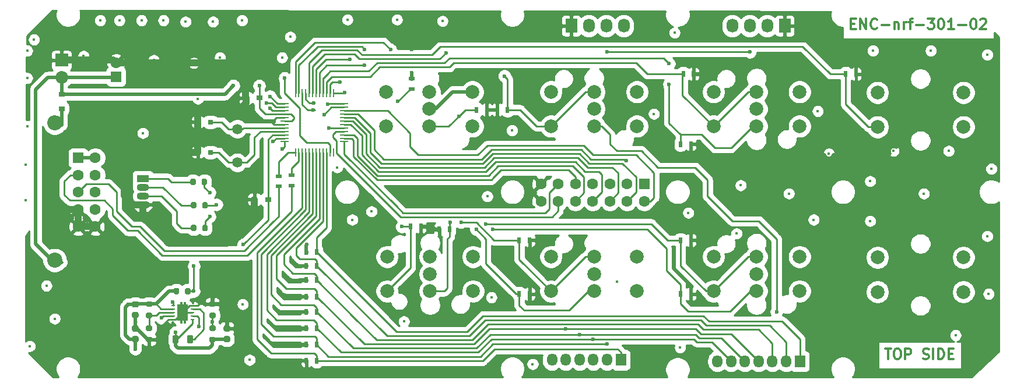
<source format=gbr>
%TF.GenerationSoftware,KiCad,Pcbnew,(5.1.10)-1*%
%TF.CreationDate,2022-09-03T16:46:32+05:30*%
%TF.ProjectId,ENC-nrf-301-02-REV05,454e432d-6e72-4662-9d33-30312d30322d,rev?*%
%TF.SameCoordinates,Original*%
%TF.FileFunction,Copper,L1,Top*%
%TF.FilePolarity,Positive*%
%FSLAX46Y46*%
G04 Gerber Fmt 4.6, Leading zero omitted, Abs format (unit mm)*
G04 Created by KiCad (PCBNEW (5.1.10)-1) date 2022-09-03 16:46:32*
%MOMM*%
%LPD*%
G01*
G04 APERTURE LIST*
%TA.AperFunction,NonConductor*%
%ADD10C,0.300000*%
%TD*%
%TA.AperFunction,EtchedComponent*%
%ADD11C,0.100000*%
%TD*%
%TA.AperFunction,SMDPad,CuDef*%
%ADD12O,0.599999X0.240000*%
%TD*%
%TA.AperFunction,SMDPad,CuDef*%
%ADD13R,1.649999X2.400000*%
%TD*%
%TA.AperFunction,ComponentPad*%
%ADD14C,2.000000*%
%TD*%
%TA.AperFunction,ComponentPad*%
%ADD15C,2.200000*%
%TD*%
%TA.AperFunction,ComponentPad*%
%ADD16O,2.200000X2.200000*%
%TD*%
%TA.AperFunction,ComponentPad*%
%ADD17R,1.800000X1.070000*%
%TD*%
%TA.AperFunction,ComponentPad*%
%ADD18O,1.800000X1.070000*%
%TD*%
%TA.AperFunction,SMDPad,CuDef*%
%ADD19R,0.900000X0.500000*%
%TD*%
%TA.AperFunction,ComponentPad*%
%ADD20R,1.600000X1.600000*%
%TD*%
%TA.AperFunction,ComponentPad*%
%ADD21C,1.600000*%
%TD*%
%TA.AperFunction,SMDPad,CuDef*%
%ADD22R,0.900000X0.800000*%
%TD*%
%TA.AperFunction,ComponentPad*%
%ADD23C,1.500000*%
%TD*%
%TA.AperFunction,SMDPad,CuDef*%
%ADD24R,0.500000X0.900000*%
%TD*%
%TA.AperFunction,SMDPad,CuDef*%
%ADD25R,1.300000X0.250000*%
%TD*%
%TA.AperFunction,SMDPad,CuDef*%
%ADD26R,0.250000X1.300000*%
%TD*%
%TA.AperFunction,SMDPad,CuDef*%
%ADD27R,0.800000X0.700000*%
%TD*%
%TA.AperFunction,ComponentPad*%
%ADD28R,1.850000X1.850000*%
%TD*%
%TA.AperFunction,ComponentPad*%
%ADD29C,1.850000*%
%TD*%
%TA.AperFunction,ComponentPad*%
%ADD30R,1.500000X1.800000*%
%TD*%
%TA.AperFunction,ComponentPad*%
%ADD31O,1.500000X1.800000*%
%TD*%
%TA.AperFunction,ComponentPad*%
%ADD32R,1.727200X2.032000*%
%TD*%
%TA.AperFunction,ComponentPad*%
%ADD33O,1.727200X2.032000*%
%TD*%
%TA.AperFunction,ComponentPad*%
%ADD34C,0.400000*%
%TD*%
%TA.AperFunction,ViaPad*%
%ADD35C,0.600000*%
%TD*%
%TA.AperFunction,Conductor*%
%ADD36C,0.500000*%
%TD*%
%TA.AperFunction,Conductor*%
%ADD37C,1.000000*%
%TD*%
%TA.AperFunction,Conductor*%
%ADD38C,0.250000*%
%TD*%
%TA.AperFunction,Conductor*%
%ADD39C,0.270000*%
%TD*%
%TA.AperFunction,Conductor*%
%ADD40C,0.254000*%
%TD*%
%TA.AperFunction,Conductor*%
%ADD41C,0.100000*%
%TD*%
G04 APERTURE END LIST*
D10*
X216564285Y-122978571D02*
X217421428Y-122978571D01*
X216992857Y-124478571D02*
X216992857Y-122978571D01*
X218207142Y-122978571D02*
X218492857Y-122978571D01*
X218635714Y-123050000D01*
X218778571Y-123192857D01*
X218850000Y-123478571D01*
X218850000Y-123978571D01*
X218778571Y-124264285D01*
X218635714Y-124407142D01*
X218492857Y-124478571D01*
X218207142Y-124478571D01*
X218064285Y-124407142D01*
X217921428Y-124264285D01*
X217850000Y-123978571D01*
X217850000Y-123478571D01*
X217921428Y-123192857D01*
X218064285Y-123050000D01*
X218207142Y-122978571D01*
X219492857Y-124478571D02*
X219492857Y-122978571D01*
X220064285Y-122978571D01*
X220207142Y-123050000D01*
X220278571Y-123121428D01*
X220350000Y-123264285D01*
X220350000Y-123478571D01*
X220278571Y-123621428D01*
X220207142Y-123692857D01*
X220064285Y-123764285D01*
X219492857Y-123764285D01*
X222064285Y-124407142D02*
X222278571Y-124478571D01*
X222635714Y-124478571D01*
X222778571Y-124407142D01*
X222850000Y-124335714D01*
X222921428Y-124192857D01*
X222921428Y-124050000D01*
X222850000Y-123907142D01*
X222778571Y-123835714D01*
X222635714Y-123764285D01*
X222350000Y-123692857D01*
X222207142Y-123621428D01*
X222135714Y-123550000D01*
X222064285Y-123407142D01*
X222064285Y-123264285D01*
X222135714Y-123121428D01*
X222207142Y-123050000D01*
X222350000Y-122978571D01*
X222707142Y-122978571D01*
X222921428Y-123050000D01*
X223564285Y-124478571D02*
X223564285Y-122978571D01*
X224278571Y-124478571D02*
X224278571Y-122978571D01*
X224635714Y-122978571D01*
X224850000Y-123050000D01*
X224992857Y-123192857D01*
X225064285Y-123335714D01*
X225135714Y-123621428D01*
X225135714Y-123835714D01*
X225064285Y-124121428D01*
X224992857Y-124264285D01*
X224850000Y-124407142D01*
X224635714Y-124478571D01*
X224278571Y-124478571D01*
X225778571Y-123692857D02*
X226278571Y-123692857D01*
X226492857Y-124478571D02*
X225778571Y-124478571D01*
X225778571Y-122978571D01*
X226492857Y-122978571D01*
X211614285Y-75692857D02*
X212114285Y-75692857D01*
X212328571Y-76478571D02*
X211614285Y-76478571D01*
X211614285Y-74978571D01*
X212328571Y-74978571D01*
X212971428Y-76478571D02*
X212971428Y-74978571D01*
X213828571Y-76478571D01*
X213828571Y-74978571D01*
X215400000Y-76335714D02*
X215328571Y-76407142D01*
X215114285Y-76478571D01*
X214971428Y-76478571D01*
X214757142Y-76407142D01*
X214614285Y-76264285D01*
X214542857Y-76121428D01*
X214471428Y-75835714D01*
X214471428Y-75621428D01*
X214542857Y-75335714D01*
X214614285Y-75192857D01*
X214757142Y-75050000D01*
X214971428Y-74978571D01*
X215114285Y-74978571D01*
X215328571Y-75050000D01*
X215400000Y-75121428D01*
X216042857Y-75907142D02*
X217185714Y-75907142D01*
X217900000Y-75478571D02*
X217900000Y-76478571D01*
X217900000Y-75621428D02*
X217971428Y-75550000D01*
X218114285Y-75478571D01*
X218328571Y-75478571D01*
X218471428Y-75550000D01*
X218542857Y-75692857D01*
X218542857Y-76478571D01*
X219257142Y-76478571D02*
X219257142Y-75478571D01*
X219257142Y-75764285D02*
X219328571Y-75621428D01*
X219400000Y-75550000D01*
X219542857Y-75478571D01*
X219685714Y-75478571D01*
X219971428Y-75478571D02*
X220542857Y-75478571D01*
X220185714Y-76478571D02*
X220185714Y-75192857D01*
X220257142Y-75050000D01*
X220400000Y-74978571D01*
X220542857Y-74978571D01*
X221042857Y-75907142D02*
X222185714Y-75907142D01*
X222757142Y-74978571D02*
X223685714Y-74978571D01*
X223185714Y-75550000D01*
X223400000Y-75550000D01*
X223542857Y-75621428D01*
X223614285Y-75692857D01*
X223685714Y-75835714D01*
X223685714Y-76192857D01*
X223614285Y-76335714D01*
X223542857Y-76407142D01*
X223400000Y-76478571D01*
X222971428Y-76478571D01*
X222828571Y-76407142D01*
X222757142Y-76335714D01*
X224614285Y-74978571D02*
X224757142Y-74978571D01*
X224900000Y-75050000D01*
X224971428Y-75121428D01*
X225042857Y-75264285D01*
X225114285Y-75550000D01*
X225114285Y-75907142D01*
X225042857Y-76192857D01*
X224971428Y-76335714D01*
X224900000Y-76407142D01*
X224757142Y-76478571D01*
X224614285Y-76478571D01*
X224471428Y-76407142D01*
X224400000Y-76335714D01*
X224328571Y-76192857D01*
X224257142Y-75907142D01*
X224257142Y-75550000D01*
X224328571Y-75264285D01*
X224400000Y-75121428D01*
X224471428Y-75050000D01*
X224614285Y-74978571D01*
X226542857Y-76478571D02*
X225685714Y-76478571D01*
X226114285Y-76478571D02*
X226114285Y-74978571D01*
X225971428Y-75192857D01*
X225828571Y-75335714D01*
X225685714Y-75407142D01*
X227185714Y-75907142D02*
X228328571Y-75907142D01*
X229328571Y-74978571D02*
X229471428Y-74978571D01*
X229614285Y-75050000D01*
X229685714Y-75121428D01*
X229757142Y-75264285D01*
X229828571Y-75550000D01*
X229828571Y-75907142D01*
X229757142Y-76192857D01*
X229685714Y-76335714D01*
X229614285Y-76407142D01*
X229471428Y-76478571D01*
X229328571Y-76478571D01*
X229185714Y-76407142D01*
X229114285Y-76335714D01*
X229042857Y-76192857D01*
X228971428Y-75907142D01*
X228971428Y-75550000D01*
X229042857Y-75264285D01*
X229114285Y-75121428D01*
X229185714Y-75050000D01*
X229328571Y-74978571D01*
X230400000Y-75121428D02*
X230471428Y-75050000D01*
X230614285Y-74978571D01*
X230971428Y-74978571D01*
X231114285Y-75050000D01*
X231185714Y-75121428D01*
X231257142Y-75264285D01*
X231257142Y-75407142D01*
X231185714Y-75621428D01*
X230328571Y-76478571D01*
X231257142Y-76478571D01*
D11*
%TO.C,IC1*%
G36*
X114715001Y-116600003D02*
G01*
X114945001Y-116600003D01*
X114945001Y-116200003D01*
X114715001Y-116200003D01*
X114715001Y-116600003D01*
G37*
X114715001Y-116600003D02*
X114945001Y-116600003D01*
X114945001Y-116200003D01*
X114715001Y-116200003D01*
X114715001Y-116600003D01*
G36*
X114445002Y-116200003D02*
G01*
X114215002Y-116200003D01*
X114215002Y-116600003D01*
X114445002Y-116600003D01*
X114445002Y-116200003D01*
G37*
X114445002Y-116200003D02*
X114215002Y-116200003D01*
X114215002Y-116600003D01*
X114445002Y-116600003D01*
X114445002Y-116200003D01*
G36*
X114445002Y-118799998D02*
G01*
X114215002Y-118799998D01*
X114215002Y-119199997D01*
X114445002Y-119199997D01*
X114445002Y-118799998D01*
G37*
X114445002Y-118799998D02*
X114215002Y-118799998D01*
X114215002Y-119199997D01*
X114445002Y-119199997D01*
X114445002Y-118799998D01*
G36*
X114715001Y-119199997D02*
G01*
X114945001Y-119199997D01*
X114945001Y-118799998D01*
X114715001Y-118799998D01*
X114715001Y-119199997D01*
G37*
X114715001Y-119199997D02*
X114945001Y-119199997D01*
X114945001Y-118799998D01*
X114715001Y-118799998D01*
X114715001Y-119199997D01*
%TD*%
%TO.P,R16,2*%
%TO.N,Net-(R16-Pad2)*%
%TA.AperFunction,SMDPad,CuDef*%
G36*
G01*
X117425000Y-105675000D02*
X117425000Y-105125000D01*
G75*
G02*
X117625000Y-104925000I200000J0D01*
G01*
X118025000Y-104925000D01*
G75*
G02*
X118225000Y-105125000I0J-200000D01*
G01*
X118225000Y-105675000D01*
G75*
G02*
X118025000Y-105875000I-200000J0D01*
G01*
X117625000Y-105875000D01*
G75*
G02*
X117425000Y-105675000I0J200000D01*
G01*
G37*
%TD.AperFunction*%
%TO.P,R16,1*%
%TO.N,Net-(D14-Pad3)*%
%TA.AperFunction,SMDPad,CuDef*%
G36*
G01*
X115775000Y-105675000D02*
X115775000Y-105125000D01*
G75*
G02*
X115975000Y-104925000I200000J0D01*
G01*
X116375000Y-104925000D01*
G75*
G02*
X116575000Y-105125000I0J-200000D01*
G01*
X116575000Y-105675000D01*
G75*
G02*
X116375000Y-105875000I-200000J0D01*
G01*
X115975000Y-105875000D01*
G75*
G02*
X115775000Y-105675000I0J200000D01*
G01*
G37*
%TD.AperFunction*%
%TD*%
%TO.P,R15,2*%
%TO.N,Net-(R15-Pad2)*%
%TA.AperFunction,SMDPad,CuDef*%
G36*
G01*
X117425000Y-102375000D02*
X117425000Y-101825000D01*
G75*
G02*
X117625000Y-101625000I200000J0D01*
G01*
X118025000Y-101625000D01*
G75*
G02*
X118225000Y-101825000I0J-200000D01*
G01*
X118225000Y-102375000D01*
G75*
G02*
X118025000Y-102575000I-200000J0D01*
G01*
X117625000Y-102575000D01*
G75*
G02*
X117425000Y-102375000I0J200000D01*
G01*
G37*
%TD.AperFunction*%
%TO.P,R15,1*%
%TO.N,Net-(D14-Pad2)*%
%TA.AperFunction,SMDPad,CuDef*%
G36*
G01*
X115775000Y-102375000D02*
X115775000Y-101825000D01*
G75*
G02*
X115975000Y-101625000I200000J0D01*
G01*
X116375000Y-101625000D01*
G75*
G02*
X116575000Y-101825000I0J-200000D01*
G01*
X116575000Y-102375000D01*
G75*
G02*
X116375000Y-102575000I-200000J0D01*
G01*
X115975000Y-102575000D01*
G75*
G02*
X115775000Y-102375000I0J200000D01*
G01*
G37*
%TD.AperFunction*%
%TD*%
%TO.P,R17,2*%
%TO.N,Net-(R17-Pad2)*%
%TA.AperFunction,SMDPad,CuDef*%
G36*
G01*
X117325000Y-98975000D02*
X117325000Y-98425000D01*
G75*
G02*
X117525000Y-98225000I200000J0D01*
G01*
X117925000Y-98225000D01*
G75*
G02*
X118125000Y-98425000I0J-200000D01*
G01*
X118125000Y-98975000D01*
G75*
G02*
X117925000Y-99175000I-200000J0D01*
G01*
X117525000Y-99175000D01*
G75*
G02*
X117325000Y-98975000I0J200000D01*
G01*
G37*
%TD.AperFunction*%
%TO.P,R17,1*%
%TO.N,Net-(D14-Pad1)*%
%TA.AperFunction,SMDPad,CuDef*%
G36*
G01*
X115675000Y-98975000D02*
X115675000Y-98425000D01*
G75*
G02*
X115875000Y-98225000I200000J0D01*
G01*
X116275000Y-98225000D01*
G75*
G02*
X116475000Y-98425000I0J-200000D01*
G01*
X116475000Y-98975000D01*
G75*
G02*
X116275000Y-99175000I-200000J0D01*
G01*
X115875000Y-99175000D01*
G75*
G02*
X115675000Y-98975000I0J200000D01*
G01*
G37*
%TD.AperFunction*%
%TD*%
%TO.P,R30,2*%
%TO.N,Net-(IC1-Pad7)*%
%TA.AperFunction,SMDPad,CuDef*%
G36*
G01*
X119175000Y-120375000D02*
X118625000Y-120375000D01*
G75*
G02*
X118425000Y-120175000I0J200000D01*
G01*
X118425000Y-119775000D01*
G75*
G02*
X118625000Y-119575000I200000J0D01*
G01*
X119175000Y-119575000D01*
G75*
G02*
X119375000Y-119775000I0J-200000D01*
G01*
X119375000Y-120175000D01*
G75*
G02*
X119175000Y-120375000I-200000J0D01*
G01*
G37*
%TD.AperFunction*%
%TO.P,R30,1*%
%TO.N,/VBAT*%
%TA.AperFunction,SMDPad,CuDef*%
G36*
G01*
X119175000Y-122025000D02*
X118625000Y-122025000D01*
G75*
G02*
X118425000Y-121825000I0J200000D01*
G01*
X118425000Y-121425000D01*
G75*
G02*
X118625000Y-121225000I200000J0D01*
G01*
X119175000Y-121225000D01*
G75*
G02*
X119375000Y-121425000I0J-200000D01*
G01*
X119375000Y-121825000D01*
G75*
G02*
X119175000Y-122025000I-200000J0D01*
G01*
G37*
%TD.AperFunction*%
%TD*%
%TO.P,R28,2*%
%TO.N,Net-(IC1-Pad3)*%
%TA.AperFunction,SMDPad,CuDef*%
G36*
G01*
X109425000Y-117725000D02*
X109975000Y-117725000D01*
G75*
G02*
X110175000Y-117925000I0J-200000D01*
G01*
X110175000Y-118325000D01*
G75*
G02*
X109975000Y-118525000I-200000J0D01*
G01*
X109425000Y-118525000D01*
G75*
G02*
X109225000Y-118325000I0J200000D01*
G01*
X109225000Y-117925000D01*
G75*
G02*
X109425000Y-117725000I200000J0D01*
G01*
G37*
%TD.AperFunction*%
%TO.P,R28,1*%
%TO.N,+3.3V*%
%TA.AperFunction,SMDPad,CuDef*%
G36*
G01*
X109425000Y-116075000D02*
X109975000Y-116075000D01*
G75*
G02*
X110175000Y-116275000I0J-200000D01*
G01*
X110175000Y-116675000D01*
G75*
G02*
X109975000Y-116875000I-200000J0D01*
G01*
X109425000Y-116875000D01*
G75*
G02*
X109225000Y-116675000I0J200000D01*
G01*
X109225000Y-116275000D01*
G75*
G02*
X109425000Y-116075000I200000J0D01*
G01*
G37*
%TD.AperFunction*%
%TD*%
%TO.P,R29,2*%
%TO.N,GND*%
%TA.AperFunction,SMDPad,CuDef*%
G36*
G01*
X119175000Y-116875000D02*
X118625000Y-116875000D01*
G75*
G02*
X118425000Y-116675000I0J200000D01*
G01*
X118425000Y-116275000D01*
G75*
G02*
X118625000Y-116075000I200000J0D01*
G01*
X119175000Y-116075000D01*
G75*
G02*
X119375000Y-116275000I0J-200000D01*
G01*
X119375000Y-116675000D01*
G75*
G02*
X119175000Y-116875000I-200000J0D01*
G01*
G37*
%TD.AperFunction*%
%TO.P,R29,1*%
%TO.N,Net-(IC1-Pad7)*%
%TA.AperFunction,SMDPad,CuDef*%
G36*
G01*
X119175000Y-118525000D02*
X118625000Y-118525000D01*
G75*
G02*
X118425000Y-118325000I0J200000D01*
G01*
X118425000Y-117925000D01*
G75*
G02*
X118625000Y-117725000I200000J0D01*
G01*
X119175000Y-117725000D01*
G75*
G02*
X119375000Y-117925000I0J-200000D01*
G01*
X119375000Y-118325000D01*
G75*
G02*
X119175000Y-118525000I-200000J0D01*
G01*
G37*
%TD.AperFunction*%
%TD*%
%TO.P,R27,2*%
%TO.N,Net-(IC1-Pad3)*%
%TA.AperFunction,SMDPad,CuDef*%
G36*
G01*
X109975000Y-120375000D02*
X109425000Y-120375000D01*
G75*
G02*
X109225000Y-120175000I0J200000D01*
G01*
X109225000Y-119775000D01*
G75*
G02*
X109425000Y-119575000I200000J0D01*
G01*
X109975000Y-119575000D01*
G75*
G02*
X110175000Y-119775000I0J-200000D01*
G01*
X110175000Y-120175000D01*
G75*
G02*
X109975000Y-120375000I-200000J0D01*
G01*
G37*
%TD.AperFunction*%
%TO.P,R27,1*%
%TO.N,GND*%
%TA.AperFunction,SMDPad,CuDef*%
G36*
G01*
X109975000Y-122025000D02*
X109425000Y-122025000D01*
G75*
G02*
X109225000Y-121825000I0J200000D01*
G01*
X109225000Y-121425000D01*
G75*
G02*
X109425000Y-121225000I200000J0D01*
G01*
X109975000Y-121225000D01*
G75*
G02*
X110175000Y-121425000I0J-200000D01*
G01*
X110175000Y-121825000D01*
G75*
G02*
X109975000Y-122025000I-200000J0D01*
G01*
G37*
%TD.AperFunction*%
%TD*%
%TO.P,C5,2*%
%TO.N,GND*%
%TA.AperFunction,SMDPad,CuDef*%
G36*
G01*
X121250000Y-120475000D02*
X120750000Y-120475000D01*
G75*
G02*
X120525000Y-120250000I0J225000D01*
G01*
X120525000Y-119800000D01*
G75*
G02*
X120750000Y-119575000I225000J0D01*
G01*
X121250000Y-119575000D01*
G75*
G02*
X121475000Y-119800000I0J-225000D01*
G01*
X121475000Y-120250000D01*
G75*
G02*
X121250000Y-120475000I-225000J0D01*
G01*
G37*
%TD.AperFunction*%
%TO.P,C5,1*%
%TO.N,/VBAT*%
%TA.AperFunction,SMDPad,CuDef*%
G36*
G01*
X121250000Y-122025000D02*
X120750000Y-122025000D01*
G75*
G02*
X120525000Y-121800000I0J225000D01*
G01*
X120525000Y-121350000D01*
G75*
G02*
X120750000Y-121125000I225000J0D01*
G01*
X121250000Y-121125000D01*
G75*
G02*
X121475000Y-121350000I0J-225000D01*
G01*
X121475000Y-121800000D01*
G75*
G02*
X121250000Y-122025000I-225000J0D01*
G01*
G37*
%TD.AperFunction*%
%TD*%
%TO.P,R26,2*%
%TO.N,Net-(IC1-Pad4)*%
%TA.AperFunction,SMDPad,CuDef*%
G36*
G01*
X114925000Y-114875000D02*
X114925000Y-114325000D01*
G75*
G02*
X115125000Y-114125000I200000J0D01*
G01*
X115525000Y-114125000D01*
G75*
G02*
X115725000Y-114325000I0J-200000D01*
G01*
X115725000Y-114875000D01*
G75*
G02*
X115525000Y-115075000I-200000J0D01*
G01*
X115125000Y-115075000D01*
G75*
G02*
X114925000Y-114875000I0J200000D01*
G01*
G37*
%TD.AperFunction*%
%TO.P,R26,1*%
%TO.N,+3.3V*%
%TA.AperFunction,SMDPad,CuDef*%
G36*
G01*
X113275000Y-114875000D02*
X113275000Y-114325000D01*
G75*
G02*
X113475000Y-114125000I200000J0D01*
G01*
X113875000Y-114125000D01*
G75*
G02*
X114075000Y-114325000I0J-200000D01*
G01*
X114075000Y-114875000D01*
G75*
G02*
X113875000Y-115075000I-200000J0D01*
G01*
X113475000Y-115075000D01*
G75*
G02*
X113275000Y-114875000I0J200000D01*
G01*
G37*
%TD.AperFunction*%
%TD*%
%TO.P,C4,2*%
%TO.N,GND*%
%TA.AperFunction,SMDPad,CuDef*%
G36*
G01*
X107450000Y-117625000D02*
X107950000Y-117625000D01*
G75*
G02*
X108175000Y-117850000I0J-225000D01*
G01*
X108175000Y-118300000D01*
G75*
G02*
X107950000Y-118525000I-225000J0D01*
G01*
X107450000Y-118525000D01*
G75*
G02*
X107225000Y-118300000I0J225000D01*
G01*
X107225000Y-117850000D01*
G75*
G02*
X107450000Y-117625000I225000J0D01*
G01*
G37*
%TD.AperFunction*%
%TO.P,C4,1*%
%TO.N,+3.3V*%
%TA.AperFunction,SMDPad,CuDef*%
G36*
G01*
X107450000Y-116075000D02*
X107950000Y-116075000D01*
G75*
G02*
X108175000Y-116300000I0J-225000D01*
G01*
X108175000Y-116750000D01*
G75*
G02*
X107950000Y-116975000I-225000J0D01*
G01*
X107450000Y-116975000D01*
G75*
G02*
X107225000Y-116750000I0J225000D01*
G01*
X107225000Y-116300000D01*
G75*
G02*
X107450000Y-116075000I225000J0D01*
G01*
G37*
%TD.AperFunction*%
%TD*%
%TO.P,C3,2*%
%TO.N,GND*%
%TA.AperFunction,SMDPad,CuDef*%
G36*
G01*
X107950000Y-120475000D02*
X107450000Y-120475000D01*
G75*
G02*
X107225000Y-120250000I0J225000D01*
G01*
X107225000Y-119800000D01*
G75*
G02*
X107450000Y-119575000I225000J0D01*
G01*
X107950000Y-119575000D01*
G75*
G02*
X108175000Y-119800000I0J-225000D01*
G01*
X108175000Y-120250000D01*
G75*
G02*
X107950000Y-120475000I-225000J0D01*
G01*
G37*
%TD.AperFunction*%
%TO.P,C3,1*%
%TO.N,+3.3V*%
%TA.AperFunction,SMDPad,CuDef*%
G36*
G01*
X107950000Y-122025000D02*
X107450000Y-122025000D01*
G75*
G02*
X107225000Y-121800000I0J225000D01*
G01*
X107225000Y-121350000D01*
G75*
G02*
X107450000Y-121125000I225000J0D01*
G01*
X107950000Y-121125000D01*
G75*
G02*
X108175000Y-121350000I0J-225000D01*
G01*
X108175000Y-121800000D01*
G75*
G02*
X107950000Y-122025000I-225000J0D01*
G01*
G37*
%TD.AperFunction*%
%TD*%
D12*
%TO.P,IC1,1*%
%TO.N,/VBAT*%
X113180000Y-116700002D03*
%TO.P,IC1,2*%
%TO.N,+3.3V*%
X113180000Y-117200001D03*
%TO.P,IC1,3*%
%TO.N,Net-(IC1-Pad3)*%
X113180000Y-117700003D03*
%TO.P,IC1,4*%
%TO.N,Net-(IC1-Pad4)*%
X113180000Y-118200002D03*
%TO.P,IC1,5*%
%TO.N,GND*%
X113180000Y-118700001D03*
%TO.P,IC1,6*%
%TO.N,/VBAT*%
X115980000Y-118700001D03*
%TO.P,IC1,7*%
%TO.N,Net-(IC1-Pad7)*%
X115980000Y-118200002D03*
%TO.P,IC1,8*%
%TO.N,GND*%
X115980000Y-117700003D03*
%TO.P,IC1,9*%
%TO.N,Net-(IC1-Pad9)*%
X115980000Y-117200001D03*
%TO.P,IC1,10*%
%TO.N,GND*%
X115980000Y-116700002D03*
D13*
%TO.P,IC1,11*%
X114580003Y-117700003D03*
%TD*%
D14*
%TO.P,SW12,1*%
%TO.N,Net-(D6-Pad2)*%
X144250000Y-109600000D03*
%TO.P,SW12,4*%
%TO.N,N/C*%
X156750000Y-114600000D03*
%TO.P,SW12,3*%
X144250000Y-114600000D03*
%TO.P,SW12,2*%
%TO.N,+3.3V*%
X156750000Y-109600000D03*
%TD*%
%TO.P,SW9,1*%
%TO.N,Net-(D4-Pad2)*%
X144150000Y-85600000D03*
%TO.P,SW9,4*%
%TO.N,N/C*%
X156650000Y-90600000D03*
%TO.P,SW9,3*%
X144150000Y-90600000D03*
%TO.P,SW9,2*%
%TO.N,+3.3V*%
X156650000Y-85600000D03*
%TD*%
%TO.P,SW8,1*%
%TO.N,Net-(D3-Pad2)*%
X168050000Y-109600000D03*
%TO.P,SW8,4*%
%TO.N,N/C*%
X180550000Y-114600000D03*
%TO.P,SW8,3*%
X168050000Y-114600000D03*
%TO.P,SW8,2*%
%TO.N,+3.3V*%
X180550000Y-109600000D03*
%TD*%
%TO.P,SW21,1*%
%TO.N,+3.3V*%
X180550000Y-85600000D03*
%TO.P,SW21,4*%
%TO.N,N/C*%
X168050000Y-90600000D03*
%TO.P,SW21,3*%
X180550000Y-90600000D03*
%TO.P,SW21,2*%
%TO.N,Net-(D23-Pad2)*%
X168050000Y-85600000D03*
%TD*%
%TO.P,SW1,1*%
%TO.N,Net-(D13-Pad2)*%
X191650000Y-85600000D03*
%TO.P,SW1,4*%
%TO.N,N/C*%
X204150000Y-90600000D03*
%TO.P,SW1,3*%
X191650000Y-90600000D03*
%TO.P,SW1,2*%
%TO.N,+3.3V*%
X204150000Y-85600000D03*
%TD*%
%TO.P,SW4,1*%
%TO.N,Net-(D10-Pad2)*%
X191650000Y-109600000D03*
%TO.P,SW4,4*%
%TO.N,N/C*%
X204150000Y-114600000D03*
%TO.P,SW4,3*%
X191650000Y-114600000D03*
%TO.P,SW4,2*%
%TO.N,+3.3V*%
X204150000Y-109600000D03*
%TD*%
%TO.P,SW22,1*%
%TO.N,+3.3V*%
X227950000Y-109700000D03*
%TO.P,SW22,4*%
%TO.N,Net-(D24-Pad1)*%
X215450000Y-114700000D03*
%TO.P,SW22,3*%
%TO.N,N/C*%
X227950000Y-114700000D03*
%TO.P,SW22,2*%
%TO.N,Net-(D24-Pad2)*%
X215450000Y-109700000D03*
%TD*%
%TO.P,SW6,1*%
%TO.N,Net-(D7-Pad2)*%
X215450000Y-85700000D03*
%TO.P,SW6,4*%
%TO.N,N/C*%
X227950000Y-90700000D03*
%TO.P,SW6,3*%
X215450000Y-90700000D03*
%TO.P,SW6,2*%
%TO.N,+3.3V*%
X227950000Y-85700000D03*
%TD*%
%TO.P,SW10,1*%
%TO.N,Net-(D2-Pad2)*%
X150400000Y-85600000D03*
%TO.P,SW10,2*%
%TO.N,Net-(D2-Pad1)*%
X150400000Y-90600000D03*
%TO.P,SW10,3*%
%TO.N,+3.3V*%
X150400000Y-88100000D03*
%TD*%
%TO.P,SW11,1*%
%TO.N,Net-(D8-Pad2)*%
X150500000Y-109600000D03*
%TO.P,SW11,2*%
%TO.N,Net-(D8-Pad1)*%
X150500000Y-114600000D03*
%TO.P,SW11,3*%
%TO.N,+3.3V*%
X150500000Y-112100000D03*
%TD*%
%TO.P,SW5,1*%
%TO.N,Net-(D9-Pad2)*%
X174300000Y-85600000D03*
%TO.P,SW5,2*%
%TO.N,Net-(D23-Pad1)*%
X174300000Y-90600000D03*
%TO.P,SW5,3*%
%TO.N,+3.3V*%
X174300000Y-88100000D03*
%TD*%
%TO.P,SW7,1*%
%TO.N,Net-(D5-Pad2)*%
X174300000Y-109600000D03*
%TO.P,SW7,2*%
%TO.N,Net-(D5-Pad1)*%
X174300000Y-114600000D03*
%TO.P,SW7,3*%
%TO.N,+3.3V*%
X174300000Y-112100000D03*
%TD*%
%TO.P,SW2,1*%
%TO.N,Net-(D12-Pad2)*%
X197900000Y-85600000D03*
%TO.P,SW2,2*%
%TO.N,Net-(D12-Pad1)*%
X197900000Y-90600000D03*
%TO.P,SW2,3*%
%TO.N,+3.3V*%
X197900000Y-88100000D03*
%TD*%
%TO.P,SW3,1*%
%TO.N,Net-(D11-Pad2)*%
X197900000Y-109600000D03*
%TO.P,SW3,2*%
%TO.N,Net-(D11-Pad1)*%
X197900000Y-114600000D03*
%TO.P,SW3,3*%
%TO.N,+3.3V*%
X197900000Y-112100000D03*
%TD*%
D15*
%TO.P,SW_e1,1*%
%TO.N,/VBAT*%
X96000000Y-110100000D03*
D16*
%TO.P,SW_e1,2*%
%TO.N,/REED_PIN*%
X96000000Y-90100000D03*
%TD*%
D17*
%TO.P,D14,1*%
%TO.N,Net-(D14-Pad1)*%
X108800000Y-98200000D03*
D18*
%TO.P,D14,2*%
%TO.N,Net-(D14-Pad2)*%
X108800000Y-99470000D03*
%TO.P,D14,3*%
%TO.N,Net-(D14-Pad3)*%
X108800000Y-100740000D03*
%TO.P,D14,4*%
%TO.N,GND*%
X108800000Y-102010000D03*
%TD*%
D19*
%TO.P,R7,1*%
%TO.N,GND*%
X147800000Y-83650000D03*
%TO.P,R7,2*%
%TO.N,Net-(D4-Pad1)*%
X147800000Y-85150000D03*
%TD*%
D20*
%TO.P,J1,1*%
%TO.N,+3.3V*%
X99400000Y-95200000D03*
D21*
%TO.P,J1,3*%
%TO.N,Net-(J1-Pad3)*%
X99400000Y-97700000D03*
%TO.P,J1,5*%
%TO.N,Net-(J1-Pad5)*%
X99400000Y-100200000D03*
%TO.P,J1,7*%
%TO.N,GND*%
X99400000Y-102700000D03*
%TO.P,J1,9*%
X99400000Y-105200000D03*
%TO.P,J1,2*%
%TO.N,+3.3V*%
X101900000Y-95200000D03*
%TO.P,J1,4*%
%TO.N,/SWCLK*%
X101900000Y-97700000D03*
%TO.P,J1,6*%
%TO.N,/SWDIO*%
X101900000Y-100200000D03*
%TO.P,J1,8*%
%TO.N,/NRST*%
X101900000Y-102700000D03*
%TO.P,J1,10*%
%TO.N,GND*%
X101900000Y-105200000D03*
%TD*%
D22*
%TO.P,C6,2*%
%TO.N,GND*%
X125000000Y-101250000D03*
%TO.P,C6,1*%
%TO.N,/NRST*%
X127000000Y-101250000D03*
%TD*%
%TO.P,C7,2*%
%TO.N,GND*%
X123750000Y-86500000D03*
%TO.P,C7,1*%
%TO.N,/VBAT*%
X125750000Y-86500000D03*
%TD*%
D23*
%TO.P,Y1,1*%
%TO.N,Net-(C1-Pad1)*%
X122500000Y-91000000D03*
%TO.P,Y1,2*%
%TO.N,Net-(C2-Pad1)*%
X122500000Y-95880000D03*
%TD*%
D20*
%TO.P,J2,1*%
%TO.N,+3.3V*%
X181600000Y-99000000D03*
D21*
%TO.P,J2,3*%
%TO.N,/TRX_CE*%
X179100000Y-99000000D03*
%TO.P,J2,5*%
%TO.N,Net-(J2-Pad5)*%
X176600000Y-99000000D03*
%TO.P,J2,7*%
%TO.N,Net-(J2-Pad7)*%
X174100000Y-99000000D03*
%TO.P,J2,9*%
%TO.N,/MISO*%
X171600000Y-99000000D03*
%TO.P,J2,11*%
%TO.N,/SCK*%
X169100000Y-99000000D03*
%TO.P,J2,13*%
%TO.N,GND*%
X166600000Y-99000000D03*
%TO.P,J2,2*%
%TO.N,/TX_EN*%
X181600000Y-101500000D03*
%TO.P,J2,4*%
%TO.N,/PW_UP*%
X179100000Y-101500000D03*
%TO.P,J2,6*%
%TO.N,/CD*%
X176600000Y-101500000D03*
%TO.P,J2,8*%
%TO.N,/DR*%
X174100000Y-101500000D03*
%TO.P,J2,10*%
%TO.N,/MOSI*%
X171600000Y-101500000D03*
%TO.P,J2,12*%
%TO.N,/CSN*%
X169100000Y-101500000D03*
%TO.P,J2,14*%
%TO.N,GND*%
X166600000Y-101500000D03*
%TD*%
D24*
%TO.P,R8,1*%
%TO.N,GND*%
X164950000Y-107200000D03*
%TO.P,R8,2*%
%TO.N,Net-(D3-Pad1)*%
X163450000Y-107200000D03*
%TD*%
%TO.P,R9,1*%
%TO.N,GND*%
X158750000Y-88200000D03*
%TO.P,R9,2*%
%TO.N,Net-(D2-Pad1)*%
X157250000Y-88200000D03*
%TD*%
%TO.P,R10,1*%
%TO.N,GND*%
X149150000Y-105200000D03*
%TO.P,R10,2*%
%TO.N,Net-(D6-Pad1)*%
X147650000Y-105200000D03*
%TD*%
%TO.P,R11,1*%
%TO.N,GND*%
X188350000Y-93200000D03*
%TO.P,R11,2*%
%TO.N,Net-(D12-Pad1)*%
X186850000Y-93200000D03*
%TD*%
%TO.P,R12,1*%
%TO.N,GND*%
X188350000Y-115000000D03*
%TO.P,R12,2*%
%TO.N,Net-(D11-Pad1)*%
X186850000Y-115000000D03*
%TD*%
%TO.P,R13,1*%
%TO.N,GND*%
X188350000Y-107200000D03*
%TO.P,R13,2*%
%TO.N,Net-(D10-Pad1)*%
X186850000Y-107200000D03*
%TD*%
%TO.P,R14,1*%
%TO.N,GND*%
X151850000Y-105600000D03*
%TO.P,R14,2*%
%TO.N,Net-(D8-Pad1)*%
X153350000Y-105600000D03*
%TD*%
%TO.P,R18,1*%
%TO.N,GND*%
X132550000Y-110900000D03*
%TO.P,R18,2*%
%TO.N,Net-(D18-Pad1)*%
X134050000Y-110900000D03*
%TD*%
%TO.P,R19,1*%
%TO.N,GND*%
X132550000Y-108900000D03*
%TO.P,R19,2*%
%TO.N,Net-(D17-Pad1)*%
X134050000Y-108900000D03*
%TD*%
%TO.P,R20,1*%
%TO.N,GND*%
X132550000Y-120000000D03*
%TO.P,R20,2*%
%TO.N,Net-(D22-Pad1)*%
X134050000Y-120000000D03*
%TD*%
%TO.P,R21,1*%
%TO.N,GND*%
X132550000Y-124700000D03*
%TO.P,R21,2*%
%TO.N,Net-(D24-Pad1)*%
X134050000Y-124700000D03*
%TD*%
%TO.P,R22,1*%
%TO.N,GND*%
X132550000Y-122400000D03*
%TO.P,R22,2*%
%TO.N,Net-(D23-Pad1)*%
X134050000Y-122400000D03*
%TD*%
%TO.P,R23,1*%
%TO.N,GND*%
X132550000Y-113000000D03*
%TO.P,R23,2*%
%TO.N,Net-(D19-Pad1)*%
X134050000Y-113000000D03*
%TD*%
%TO.P,R24,1*%
%TO.N,GND*%
X132550000Y-115400000D03*
%TO.P,R24,2*%
%TO.N,Net-(D20-Pad1)*%
X134050000Y-115400000D03*
%TD*%
%TO.P,R25,1*%
%TO.N,GND*%
X132550000Y-117600000D03*
%TO.P,R25,2*%
%TO.N,Net-(D21-Pad1)*%
X134050000Y-117600000D03*
%TD*%
D25*
%TO.P,U2,1*%
%TO.N,Net-(R17-Pad2)*%
X129350000Y-87350000D03*
%TO.P,U2,2*%
%TO.N,Net-(R15-Pad2)*%
X129350000Y-87850000D03*
%TO.P,U2,3*%
%TO.N,Net-(R16-Pad2)*%
X129350000Y-88350000D03*
%TO.P,U2,4*%
%TO.N,/VBAT*%
X129350000Y-88850000D03*
%TO.P,U2,5*%
%TO.N,GND*%
X129350000Y-89350000D03*
%TO.P,U2,6*%
%TO.N,/VBAT*%
X129350000Y-89850000D03*
%TO.P,U2,7*%
%TO.N,GND*%
X129350000Y-90350000D03*
%TO.P,U2,8*%
%TO.N,Net-(C1-Pad1)*%
X129350000Y-90850000D03*
%TO.P,U2,9*%
%TO.N,Net-(C2-Pad1)*%
X129350000Y-91350000D03*
%TO.P,U2,10*%
%TO.N,/NRST*%
X129350000Y-91850000D03*
%TO.P,U2,11*%
%TO.N,/AI1*%
X129350000Y-92350000D03*
%TO.P,U2,12*%
%TO.N,/AI2*%
X129350000Y-92850000D03*
D26*
%TO.P,U2,13*%
%TO.N,/DGB_TX*%
X130950000Y-94450000D03*
%TO.P,U2,14*%
%TO.N,/DBG_RX*%
X131450000Y-94450000D03*
%TO.P,U2,15*%
%TO.N,Net-(D24-Pad1)*%
X131950000Y-94450000D03*
%TO.P,U2,16*%
%TO.N,Net-(D23-Pad1)*%
X132450000Y-94450000D03*
%TO.P,U2,17*%
%TO.N,Net-(D22-Pad1)*%
X132950000Y-94450000D03*
%TO.P,U2,18*%
%TO.N,Net-(D21-Pad1)*%
X133450000Y-94450000D03*
%TO.P,U2,19*%
%TO.N,Net-(D20-Pad1)*%
X133950000Y-94450000D03*
%TO.P,U2,20*%
%TO.N,Net-(D19-Pad1)*%
X134450000Y-94450000D03*
%TO.P,U2,21*%
%TO.N,Net-(D18-Pad1)*%
X134950000Y-94450000D03*
%TO.P,U2,22*%
%TO.N,Net-(D17-Pad1)*%
X135450000Y-94450000D03*
%TO.P,U2,23*%
%TO.N,/REED_PIN*%
X135950000Y-94450000D03*
%TO.P,U2,24*%
%TO.N,/EN*%
X136450000Y-94450000D03*
D25*
%TO.P,U2,25*%
%TO.N,/SCK*%
X138050000Y-92850000D03*
%TO.P,U2,26*%
%TO.N,/MISO*%
X138050000Y-92350000D03*
%TO.P,U2,27*%
%TO.N,/MOSI*%
X138050000Y-91850000D03*
%TO.P,U2,28*%
%TO.N,/CSN*%
X138050000Y-91350000D03*
%TO.P,U2,29*%
%TO.N,/PFI*%
X138050000Y-90850000D03*
%TO.P,U2,30*%
%TO.N,/DR*%
X138050000Y-90350000D03*
%TO.P,U2,31*%
%TO.N,/CD*%
X138050000Y-89850000D03*
%TO.P,U2,32*%
%TO.N,/PW_UP*%
X138050000Y-89350000D03*
%TO.P,U2,33*%
%TO.N,/TRX_CE*%
X138050000Y-88850000D03*
%TO.P,U2,34*%
%TO.N,/TX_EN*%
X138050000Y-88350000D03*
%TO.P,U2,35*%
%TO.N,/SWDIO*%
X138050000Y-87850000D03*
%TO.P,U2,36*%
%TO.N,/SWCLK*%
X138050000Y-87350000D03*
D26*
%TO.P,U2,37*%
%TO.N,Net-(D8-Pad1)*%
X136450000Y-85750000D03*
%TO.P,U2,38*%
%TO.N,Net-(D6-Pad1)*%
X135950000Y-85750000D03*
%TO.P,U2,39*%
%TO.N,Net-(D13-Pad1)*%
X135450000Y-85750000D03*
%TO.P,U2,40*%
%TO.N,Net-(D12-Pad1)*%
X134950000Y-85750000D03*
%TO.P,U2,41*%
%TO.N,Net-(D11-Pad1)*%
X134450000Y-85750000D03*
%TO.P,U2,42*%
%TO.N,Net-(D10-Pad1)*%
X133950000Y-85750000D03*
%TO.P,U2,43*%
%TO.N,Net-(D9-Pad1)*%
X133450000Y-85750000D03*
%TO.P,U2,44*%
%TO.N,Net-(D7-Pad1)*%
X132950000Y-85750000D03*
%TO.P,U2,45*%
%TO.N,Net-(D5-Pad1)*%
X132450000Y-85750000D03*
%TO.P,U2,46*%
%TO.N,Net-(D3-Pad1)*%
X131950000Y-85750000D03*
%TO.P,U2,47*%
%TO.N,Net-(D4-Pad1)*%
X131450000Y-85750000D03*
%TO.P,U2,48*%
%TO.N,Net-(D2-Pad1)*%
X130950000Y-85750000D03*
%TD*%
D27*
%TO.P,C1,2*%
%TO.N,GND*%
X116800000Y-90000000D03*
%TO.P,C1,1*%
%TO.N,Net-(C1-Pad1)*%
X118600000Y-90000000D03*
%TD*%
%TO.P,C2,2*%
%TO.N,GND*%
X116800000Y-94400000D03*
%TO.P,C2,1*%
%TO.N,Net-(C2-Pad1)*%
X118600000Y-94400000D03*
%TD*%
D22*
%TO.P,D1,1*%
%TO.N,/VBAT*%
X97000000Y-85950000D03*
%TO.P,D1,2*%
%TO.N,/REED_PIN*%
X97000000Y-88050000D03*
%TD*%
D28*
%TO.P,J5,1*%
%TO.N,GND*%
X97000000Y-81000000D03*
D29*
%TO.P,J5,2*%
%TO.N,/VBAT*%
X97000000Y-83500000D03*
%TD*%
D19*
%TO.P,R1,1*%
%TO.N,Net-(J1-Pad3)*%
X130400000Y-99250000D03*
%TO.P,R1,2*%
%TO.N,/DBG_RX*%
X130400000Y-97750000D03*
%TD*%
%TO.P,R2,1*%
%TO.N,Net-(J1-Pad5)*%
X128500000Y-99350000D03*
%TO.P,R2,2*%
%TO.N,/DGB_TX*%
X128500000Y-97850000D03*
%TD*%
D24*
%TO.P,R3,1*%
%TO.N,GND*%
X188750000Y-83000000D03*
%TO.P,R3,2*%
%TO.N,Net-(D13-Pad1)*%
X187250000Y-83000000D03*
%TD*%
%TO.P,R4,1*%
%TO.N,GND*%
X164950000Y-115000000D03*
%TO.P,R4,2*%
%TO.N,Net-(D5-Pad1)*%
X163450000Y-115000000D03*
%TD*%
%TO.P,R5,1*%
%TO.N,GND*%
X212350000Y-83000000D03*
%TO.P,R5,2*%
%TO.N,Net-(D7-Pad1)*%
X210850000Y-83000000D03*
%TD*%
%TO.P,R6,1*%
%TO.N,GND*%
X160250000Y-88200000D03*
%TO.P,R6,2*%
%TO.N,Net-(D9-Pad1)*%
X161750000Y-88200000D03*
%TD*%
D20*
%TO.P,C8,1*%
%TO.N,/VBAT*%
X104900000Y-83400000D03*
D21*
%TO.P,C8,2*%
%TO.N,GND*%
X104900000Y-81400000D03*
%TD*%
D30*
%TO.P,JS-1,1*%
%TO.N,Net-(D17-Pad1)*%
X204200000Y-124800000D03*
D31*
%TO.P,JS-1,2*%
%TO.N,Net-(D18-Pad1)*%
X202200000Y-124800000D03*
%TO.P,JS-1,3*%
%TO.N,Net-(D19-Pad1)*%
X200200000Y-124800000D03*
%TO.P,JS-1,4*%
%TO.N,Net-(D20-Pad1)*%
X198200000Y-124800000D03*
%TO.P,JS-1,5*%
%TO.N,Net-(D21-Pad1)*%
X196200000Y-124800000D03*
%TO.P,JS-1,6*%
%TO.N,Net-(D22-Pad1)*%
X194200000Y-124800000D03*
%TO.P,JS-1,7*%
%TO.N,+3.3V*%
X192200000Y-124800000D03*
%TD*%
D30*
%TO.P,JS-2,1*%
%TO.N,Net-(D24-Pad1)*%
X178200000Y-124600000D03*
D31*
%TO.P,JS-2,2*%
%TO.N,Net-(D23-Pad1)*%
X176200000Y-124600000D03*
%TO.P,JS-2,3*%
%TO.N,Net-(D22-Pad1)*%
X174200000Y-124600000D03*
%TO.P,JS-2,4*%
%TO.N,Net-(D21-Pad1)*%
X172200000Y-124600000D03*
%TO.P,JS-2,5*%
%TO.N,Net-(D20-Pad1)*%
X170200000Y-124600000D03*
%TO.P,JS-2,6*%
%TO.N,+3.3V*%
X168200000Y-124600000D03*
%TD*%
D32*
%TO.P,JS-3,1*%
%TO.N,GND*%
X171000000Y-76000000D03*
D33*
%TO.P,JS-3,2*%
%TO.N,Net-(JS-3-Pad2)*%
X173540000Y-76000000D03*
%TO.P,JS-3,3*%
%TO.N,/AI1*%
X176080000Y-76000000D03*
%TO.P,JS-3,4*%
%TO.N,+3.3V*%
X178620000Y-76000000D03*
%TD*%
D32*
%TO.P,JS-4,1*%
%TO.N,GND*%
X202000000Y-76000000D03*
D33*
%TO.P,JS-4,2*%
%TO.N,Net-(JS-4-Pad2)*%
X199460000Y-76000000D03*
%TO.P,JS-4,3*%
%TO.N,/AI2*%
X196920000Y-76000000D03*
%TO.P,JS-4,4*%
%TO.N,+3.3V*%
X194380000Y-76000000D03*
%TD*%
D34*
%TO.P,,1*%
%TO.N,N/C*%
X102600000Y-75200000D03*
%TD*%
%TO.P,,1*%
%TO.N,N/C*%
X105400000Y-75200000D03*
%TD*%
%TO.P,,1*%
%TO.N,N/C*%
X108600000Y-75200000D03*
%TD*%
%TO.P,,1*%
%TO.N,N/C*%
X111800000Y-75200000D03*
%TD*%
%TO.P,,1*%
%TO.N,N/C*%
X115000000Y-75400000D03*
%TD*%
%TO.P,,1*%
%TO.N,N/C*%
X119000000Y-75400000D03*
%TD*%
%TO.P,,1*%
%TO.N,N/C*%
X123200000Y-75200000D03*
%TD*%
%TO.P,,1*%
%TO.N,N/C*%
X186000000Y-77000000D03*
%TD*%
%TO.P,,1*%
%TO.N,N/C*%
X138500000Y-75100000D03*
%TD*%
%TO.P,,1*%
%TO.N,N/C*%
X145700000Y-75100000D03*
%TD*%
%TO.P,,1*%
%TO.N,N/C*%
X152300000Y-75300000D03*
%TD*%
%TO.P,,1*%
%TO.N,N/C*%
X214800000Y-79600000D03*
%TD*%
%TO.P,,1*%
%TO.N,N/C*%
X223200000Y-79600000D03*
%TD*%
%TO.P,,1*%
%TO.N,N/C*%
X231400000Y-80200000D03*
%TD*%
%TO.P,,1*%
%TO.N,N/C*%
X232000000Y-96800000D03*
%TD*%
%TO.P,,1*%
%TO.N,N/C*%
X231400000Y-106600000D03*
%TD*%
%TO.P,,1*%
%TO.N,N/C*%
X231600000Y-115000000D03*
%TD*%
%TO.P,,1*%
%TO.N,N/C*%
X226800000Y-121000000D03*
%TD*%
%TO.P,,1*%
%TO.N,N/C*%
X186800000Y-122800000D03*
%TD*%
%TO.P,,1*%
%TO.N,N/C*%
X222200000Y-100400000D03*
%TD*%
%TO.P,,1*%
%TO.N,N/C*%
X214400000Y-98600000D03*
%TD*%
%TO.P,,1*%
%TO.N,N/C*%
X202600000Y-100400000D03*
%TD*%
%TO.P,,1*%
%TO.N,N/C*%
X214400000Y-104400000D03*
%TD*%
%TO.P,,1*%
%TO.N,N/C*%
X206200000Y-104200000D03*
%TD*%
%TO.P,,1*%
%TO.N,N/C*%
X195600000Y-99200000D03*
%TD*%
%TO.P,,1*%
%TO.N,N/C*%
X195600000Y-99200000D03*
%TD*%
%TO.P,,1*%
%TO.N,N/C*%
X208400000Y-94600000D03*
%TD*%
%TO.P,,1*%
%TO.N,N/C*%
X206800000Y-88400000D03*
%TD*%
%TO.P,,1*%
%TO.N,N/C*%
X217800000Y-94200000D03*
%TD*%
%TO.P,,1*%
%TO.N,N/C*%
X225800000Y-94200000D03*
%TD*%
%TO.P,,1*%
%TO.N,N/C*%
X188000000Y-103200000D03*
%TD*%
%TO.P,,1*%
%TO.N,N/C*%
X183000000Y-88800000D03*
%TD*%
%TO.P,,1*%
%TO.N,N/C*%
X158800000Y-100800000D03*
%TD*%
%TO.P,,1*%
%TO.N,N/C*%
X165400000Y-125200000D03*
%TD*%
%TO.P,,1*%
%TO.N,N/C*%
X123300000Y-116500000D03*
%TD*%
%TO.P,,1*%
%TO.N,N/C*%
X146700000Y-119000000D03*
%TD*%
%TO.P,,1*%
%TO.N,N/C*%
X124300000Y-124600000D03*
%TD*%
%TO.P,,1*%
%TO.N,N/C*%
X96000000Y-118600000D03*
%TD*%
%TO.P,,1*%
%TO.N,N/C*%
X94800000Y-113800000D03*
%TD*%
%TO.P,,1*%
%TO.N,N/C*%
X92400000Y-122600000D03*
%TD*%
%TO.P,,1*%
%TO.N,N/C*%
X91800000Y-101400000D03*
%TD*%
%TO.P,,1*%
%TO.N,N/C*%
X108800000Y-91600000D03*
%TD*%
%TO.P,,1*%
%TO.N,N/C*%
X116800000Y-86600000D03*
%TD*%
%TO.P,,1*%
%TO.N,N/C*%
X130200000Y-77600000D03*
%TD*%
%TO.P,,1*%
%TO.N,N/C*%
X120000000Y-80600000D03*
%TD*%
%TO.P,,1*%
%TO.N,N/C*%
X129000000Y-80600000D03*
%TD*%
%TO.P,,1*%
%TO.N,N/C*%
X116200000Y-81400000D03*
%TD*%
%TO.P,,1*%
%TO.N,N/C*%
X110400000Y-81000000D03*
%TD*%
%TO.P,,1*%
%TO.N,N/C*%
X100200000Y-80400000D03*
%TD*%
%TO.P,,1*%
%TO.N,N/C*%
X93000000Y-78000000D03*
%TD*%
%TO.P,,1*%
%TO.N,N/C*%
X91800000Y-96200000D03*
%TD*%
%TO.P,,1*%
%TO.N,N/C*%
X92000000Y-90600000D03*
%TD*%
%TO.P,,1*%
%TO.N,N/C*%
X92000000Y-83600000D03*
%TD*%
%TO.P,,1*%
%TO.N,N/C*%
X92000000Y-79600000D03*
%TD*%
%TO.P,,1*%
%TO.N,N/C*%
X139200000Y-104200000D03*
%TD*%
%TO.P,,1*%
%TO.N,N/C*%
X159400000Y-115500000D03*
%TD*%
%TO.P,,1*%
%TO.N,N/C*%
X177600000Y-113200000D03*
%TD*%
%TO.P,,1*%
%TO.N,N/C*%
X195000000Y-106200000D03*
%TD*%
%TO.P,,1*%
%TO.N,N/C*%
X162400000Y-91200000D03*
%TD*%
%TO.P,,1*%
%TO.N,N/C*%
X137000000Y-96600000D03*
%TD*%
%TO.P,,1*%
%TO.N,N/C*%
X142000000Y-103000000D03*
%TD*%
%TO.P,L1,1*%
%TO.N,/VBAT*%
%TA.AperFunction,SMDPad,CuDef*%
G36*
G01*
X113100000Y-121981250D02*
X113100000Y-121218750D01*
G75*
G02*
X113318750Y-121000000I218750J0D01*
G01*
X113756250Y-121000000D01*
G75*
G02*
X113975000Y-121218750I0J-218750D01*
G01*
X113975000Y-121981250D01*
G75*
G02*
X113756250Y-122200000I-218750J0D01*
G01*
X113318750Y-122200000D01*
G75*
G02*
X113100000Y-121981250I0J218750D01*
G01*
G37*
%TD.AperFunction*%
%TO.P,L1,2*%
%TO.N,Net-(IC1-Pad9)*%
%TA.AperFunction,SMDPad,CuDef*%
G36*
G01*
X115225000Y-121981250D02*
X115225000Y-121218750D01*
G75*
G02*
X115443750Y-121000000I218750J0D01*
G01*
X115881250Y-121000000D01*
G75*
G02*
X116100000Y-121218750I0J-218750D01*
G01*
X116100000Y-121981250D01*
G75*
G02*
X115881250Y-122200000I-218750J0D01*
G01*
X115443750Y-122200000D01*
G75*
G02*
X115225000Y-121981250I0J218750D01*
G01*
G37*
%TD.AperFunction*%
%TD*%
D35*
%TO.N,GND*%
X188400000Y-116200000D03*
X165000000Y-116200000D03*
X189400000Y-93200000D03*
X189400000Y-107200000D03*
X212400000Y-81600000D03*
X160000000Y-89800000D03*
X165800000Y-107200000D03*
X150200000Y-105200000D03*
X132600000Y-107800000D03*
X147800000Y-79400000D03*
X147800000Y-82800000D03*
X122750000Y-88250000D03*
X131700004Y-124700000D03*
X131700114Y-110900000D03*
X131700000Y-122400000D03*
X131700000Y-120000000D03*
X131700010Y-117600000D03*
X131700006Y-115400000D03*
X131700000Y-113000000D03*
X118900000Y-113000000D03*
X202799998Y-81600000D03*
%TO.N,Net-(D2-Pad1)*%
X144750000Y-79450000D03*
X154650000Y-89150000D03*
%TO.N,Net-(D3-Pad1)*%
X155000000Y-104600000D03*
X133500000Y-88200000D03*
%TO.N,Net-(D4-Pad1)*%
X145800000Y-87000000D03*
X141000000Y-79400000D03*
%TO.N,Net-(D5-Pad1)*%
X157200000Y-105600000D03*
X133600000Y-87250000D03*
%TO.N,Net-(D6-Pad1)*%
X146400000Y-105200000D03*
X137400000Y-84200000D03*
%TO.N,Net-(D8-Pad1)*%
X153400000Y-104600000D03*
X138100000Y-85700000D03*
%TO.N,Net-(D9-Pad1)*%
X161300000Y-83300000D03*
X152800000Y-79900000D03*
%TO.N,Net-(D10-Pad1)*%
X158600000Y-104800000D03*
X138900000Y-80875000D03*
%TO.N,Net-(D11-Pad1)*%
X159600000Y-105600000D03*
X141000000Y-81750000D03*
%TO.N,Net-(D12-Pad1)*%
X185200000Y-84500004D03*
X185200000Y-81499994D03*
%TO.N,Net-(D20-Pad1)*%
X170200000Y-120100000D03*
%TO.N,Net-(D21-Pad1)*%
X172200000Y-120900000D03*
%TO.N,Net-(D22-Pad1)*%
X174200000Y-121600000D03*
%TO.N,Net-(D23-Pad1)*%
X200800000Y-117600000D03*
X176200000Y-122300000D03*
%TO.N,/TRX_CE*%
X179000000Y-95600000D03*
%TO.N,/NRST*%
X123400000Y-107800000D03*
%TO.N,/SWCLK*%
X135600000Y-87400000D03*
%TO.N,/SWDIO*%
X135100000Y-88900000D03*
%TO.N,Net-(R15-Pad2)*%
X119500000Y-102000000D03*
X126750000Y-87250000D03*
%TO.N,Net-(R16-Pad2)*%
X118500000Y-103750000D03*
X127250000Y-88000000D03*
%TO.N,Net-(R17-Pad2)*%
X118500000Y-100250000D03*
X127250000Y-86250000D03*
%TO.N,/AI1*%
X127700000Y-92800000D03*
%TO.N,/AI2*%
X129000000Y-93900000D03*
%TO.N,Net-(IC1-Pad4)*%
X135850000Y-90850000D03*
%TO.N,/VBAT*%
X125700000Y-84700000D03*
%TO.N,/REED_PIN*%
X129400000Y-83600000D03*
%TO.N,+3.3V*%
X106675000Y-116525000D03*
X107700000Y-123000000D03*
%TO.N,/AI2*%
X176200000Y-79800000D03*
X196920000Y-79800000D03*
%TO.N,/VBAT*%
X113550000Y-120600000D03*
X113150000Y-116150000D03*
X121950000Y-84700010D03*
%TO.N,Net-(IC1-Pad4)*%
X116200000Y-114600000D03*
X111500000Y-118500000D03*
X116200002Y-110949998D03*
%TO.N,Net-(IC1-Pad7)*%
X116900000Y-119750000D03*
X118900000Y-119100000D03*
%TD*%
D36*
%TO.N,GND*%
X188350000Y-115000000D02*
X188350000Y-116150000D01*
X188350000Y-116150000D02*
X188400000Y-116200000D01*
X164950000Y-116150000D02*
X164950000Y-115000000D01*
X165000000Y-116200000D02*
X164950000Y-116150000D01*
X188350000Y-93200000D02*
X189400000Y-93200000D01*
X189400000Y-107200000D02*
X188350000Y-107200000D01*
X212350000Y-81600000D02*
X212350000Y-81550000D01*
X212400000Y-81600000D02*
X212350000Y-81600000D01*
X212350000Y-81550000D02*
X212350000Y-83000000D01*
X160250000Y-89550000D02*
X160250000Y-88200000D01*
X160000000Y-89800000D02*
X160250000Y-89550000D01*
X165800000Y-107200000D02*
X164950000Y-107200000D01*
X150200000Y-105200000D02*
X150800000Y-105200000D01*
X151200000Y-105600000D02*
X151850000Y-105600000D01*
X150800000Y-105200000D02*
X151200000Y-105600000D01*
X132550000Y-108900000D02*
X132550000Y-107850000D01*
X150200000Y-105200000D02*
X149150000Y-105200000D01*
X132550000Y-107850000D02*
X132600000Y-107800000D01*
D37*
X108800000Y-102010000D02*
X108800000Y-103800000D01*
X112600000Y-107600000D02*
X114400000Y-107600000D01*
X108800000Y-103800000D02*
X112600000Y-107600000D01*
D36*
X147800000Y-83650000D02*
X147800000Y-82800000D01*
X158750000Y-88200000D02*
X160250000Y-88200000D01*
D37*
X109300000Y-102010000D02*
X107410000Y-102010000D01*
X107410000Y-102010000D02*
X106100000Y-100700000D01*
X106100000Y-100700000D02*
X106100000Y-95600000D01*
X116800000Y-94400000D02*
X116800000Y-90000000D01*
X118500000Y-88250000D02*
X117050000Y-88250000D01*
X122750000Y-88250000D02*
X118500000Y-88250000D01*
X117050000Y-88250000D02*
X116800000Y-88500000D01*
X116800000Y-88500000D02*
X116800000Y-90000000D01*
X123700000Y-82700000D02*
X123700000Y-86450000D01*
X123700000Y-86450000D02*
X123750000Y-86500000D01*
X104900000Y-81400000D02*
X122400000Y-81400000D01*
X122400000Y-81400000D02*
X123000000Y-82000000D01*
X123000000Y-82000000D02*
X123700000Y-82700000D01*
X97000000Y-81000000D02*
X104500000Y-81000000D01*
X104500000Y-81000000D02*
X104900000Y-81400000D01*
X125000000Y-103600000D02*
X125000000Y-101250000D01*
X121000000Y-107600000D02*
X125000000Y-103600000D01*
X114400000Y-107600000D02*
X121000000Y-107600000D01*
X99400000Y-105200000D02*
X99400000Y-102700000D01*
X101900000Y-105200000D02*
X99400000Y-105200000D01*
D38*
X126750000Y-89750000D02*
X124250000Y-89750000D01*
D37*
X123750000Y-87250000D02*
X122750000Y-88250000D01*
X123750000Y-87250000D02*
X123750000Y-86500000D01*
D38*
X124250000Y-89750000D02*
X122750000Y-88250000D01*
X129350000Y-90350000D02*
X127850000Y-90350000D01*
X127250000Y-89750000D02*
X126750000Y-89750000D01*
X127850000Y-90350000D02*
X127250000Y-89750000D01*
X129350000Y-89350000D02*
X128150000Y-89350000D01*
X127750000Y-89750000D02*
X126750000Y-89750000D01*
X128150000Y-89350000D02*
X127750000Y-89750000D01*
D36*
X218400000Y-83400000D02*
X216600000Y-81600000D01*
X218400000Y-93400000D02*
X218400000Y-83400000D01*
X218181001Y-93618999D02*
X218400000Y-93400000D01*
X218112001Y-93549999D02*
X218181001Y-93618999D01*
X216600000Y-81600000D02*
X212400000Y-81600000D01*
X189400000Y-93200000D02*
X191000000Y-94800000D01*
X207749999Y-94800000D02*
X207749999Y-94912001D01*
X207749999Y-94912001D02*
X208087999Y-95250001D01*
X208087999Y-95250001D02*
X208712001Y-95250001D01*
X208712001Y-95250001D02*
X209050001Y-94912001D01*
X209050001Y-94800000D02*
X217000000Y-94800000D01*
X209050001Y-94912001D02*
X209050001Y-94800000D01*
X217000000Y-94800000D02*
X217218999Y-94581001D01*
X217218999Y-94581001D02*
X217149999Y-94512001D01*
X191000000Y-94800000D02*
X207749999Y-94800000D01*
X217149999Y-93887999D02*
X217487999Y-93549999D01*
X217149999Y-94512001D02*
X217149999Y-93887999D01*
X217487999Y-93549999D02*
X218112001Y-93549999D01*
X132550000Y-124700000D02*
X131700004Y-124700000D01*
X132550000Y-110900000D02*
X131700114Y-110900000D01*
X132550000Y-122400000D02*
X131700000Y-122400000D01*
X132550000Y-120000000D02*
X131700000Y-120000000D01*
X132550000Y-117600000D02*
X131700010Y-117600000D01*
X132550000Y-115400000D02*
X131700006Y-115400000D01*
X132550000Y-113000000D02*
X131700000Y-113000000D01*
D38*
X113580005Y-118700001D02*
X114580003Y-117700003D01*
X113180000Y-118700001D02*
X113580005Y-118700001D01*
X114580003Y-117700003D02*
X115980000Y-117700003D01*
X115580004Y-116700002D02*
X114580003Y-117700003D01*
X115980000Y-116700002D02*
X115580004Y-116700002D01*
X118900000Y-116475000D02*
X117025000Y-116475000D01*
X116799998Y-116700002D02*
X115980000Y-116700002D01*
X117025000Y-116475000D02*
X116799998Y-116700002D01*
D36*
X121000000Y-120025000D02*
X121000000Y-117000000D01*
X121000000Y-117000000D02*
X120475000Y-116475000D01*
X120475000Y-116475000D02*
X118900000Y-116475000D01*
X107700000Y-118075000D02*
X107700000Y-120025000D01*
X109512500Y-121625000D02*
X109700000Y-121625000D01*
X107700000Y-120025000D02*
X107912500Y-120025000D01*
X107912500Y-120025000D02*
X109512500Y-121625000D01*
D38*
X110975000Y-121625000D02*
X109700000Y-121625000D01*
X111600000Y-121000000D02*
X110975000Y-121625000D01*
X111600000Y-119600000D02*
X111600000Y-121000000D01*
X112499999Y-118700001D02*
X111600000Y-119600000D01*
X113180000Y-118700001D02*
X112499999Y-118700001D01*
D36*
X118900000Y-116475000D02*
X118900000Y-113000000D01*
X208800000Y-80400000D02*
X211200000Y-80400000D01*
X206600000Y-78200000D02*
X208800000Y-80400000D01*
X211200000Y-80400000D02*
X212350000Y-81550000D01*
X147800000Y-79400000D02*
X149000000Y-78200000D01*
X171000000Y-76000000D02*
X171000000Y-78200000D01*
X149000000Y-78200000D02*
X171000000Y-78200000D01*
X202000000Y-76000000D02*
X202000000Y-78200000D01*
X202000000Y-78200000D02*
X206600000Y-78200000D01*
X171000000Y-78200000D02*
X202000000Y-78200000D01*
X188750000Y-83000000D02*
X190000000Y-83000000D01*
X190000000Y-83000000D02*
X191400000Y-81600000D01*
X191400000Y-81600000D02*
X202799998Y-81600000D01*
D37*
X95400000Y-101800000D02*
X96300000Y-102700000D01*
X95400000Y-95400000D02*
X95400000Y-101800000D01*
X98200000Y-92600000D02*
X95400000Y-95400000D01*
X104300000Y-92600000D02*
X98200000Y-92600000D01*
X96300000Y-102700000D02*
X99400000Y-102700000D01*
X106100000Y-94400000D02*
X104300000Y-92600000D01*
X106100000Y-95600000D02*
X106100000Y-94400000D01*
X116800000Y-94400000D02*
X106100000Y-94400000D01*
D38*
%TO.N,Net-(D2-Pad1)*%
X155600000Y-88200000D02*
X157250000Y-88200000D01*
X153200000Y-90600000D02*
X155600000Y-88200000D01*
X150400000Y-90600000D02*
X153200000Y-90600000D01*
X143700000Y-78400000D02*
X144750000Y-79450000D01*
X130950000Y-81250000D02*
X133800000Y-78400000D01*
X130950000Y-85750000D02*
X130950000Y-81250000D01*
X133800000Y-78400000D02*
X143700000Y-78400000D01*
X155600000Y-88200000D02*
X154650000Y-89150000D01*
%TO.N,Net-(D3-Pad1)*%
X155000000Y-104600000D02*
X157200000Y-104600000D01*
X159800000Y-107200000D02*
X163450000Y-107200000D01*
X157200000Y-104600000D02*
X159800000Y-107200000D01*
X133450000Y-88250000D02*
X133500000Y-88200000D01*
X132900000Y-88250000D02*
X133450000Y-88250000D01*
X133800000Y-88200000D02*
X133800000Y-88250000D01*
X133800000Y-88250000D02*
X133800000Y-88200000D01*
X133800000Y-88200000D02*
X133800000Y-88250000D01*
X131950000Y-85750000D02*
X131950000Y-87450000D01*
X131950000Y-87450000D02*
X132750000Y-88250000D01*
X132750000Y-88250000D02*
X132900000Y-88250000D01*
X132900000Y-88250000D02*
X133800000Y-88250000D01*
X163450000Y-110000000D02*
X168050000Y-114600000D01*
X163450000Y-107200000D02*
X163450000Y-110000000D01*
X173050000Y-109600000D02*
X174300000Y-109600000D01*
X168050000Y-114600000D02*
X173050000Y-109600000D01*
%TO.N,Net-(D4-Pad1)*%
X134200000Y-79000000D02*
X133600000Y-79600000D01*
X140600000Y-79000000D02*
X134200000Y-79000000D01*
X141000000Y-79400000D02*
X140600000Y-79000000D01*
X131450000Y-85750000D02*
X131450000Y-81750000D01*
X131450000Y-81750000D02*
X133600000Y-79600000D01*
X147650000Y-85150000D02*
X145800000Y-87000000D01*
X147800000Y-85150000D02*
X147650000Y-85150000D01*
%TO.N,Net-(D5-Pad1)*%
X133000000Y-87250000D02*
X133600000Y-87250000D01*
X132450000Y-86700000D02*
X133000000Y-87250000D01*
X132450000Y-85750000D02*
X132450000Y-86700000D01*
X158600000Y-110600000D02*
X163000000Y-115000000D01*
X158600000Y-107000000D02*
X158600000Y-110600000D01*
X163000000Y-115000000D02*
X163450000Y-115000000D01*
X157200000Y-105600000D02*
X158600000Y-107000000D01*
X173500000Y-114600000D02*
X174300000Y-114600000D01*
X170700000Y-117400000D02*
X173500000Y-114600000D01*
X164200000Y-117400000D02*
X170700000Y-117400000D01*
X163450000Y-116650000D02*
X164200000Y-117400000D01*
X163450000Y-115000000D02*
X163450000Y-116650000D01*
%TO.N,Net-(D6-Pad1)*%
X147650000Y-105200000D02*
X146400000Y-105200000D01*
X146400000Y-105200000D02*
X146200000Y-105200000D01*
X135950000Y-85750000D02*
X135950000Y-84550000D01*
X135950000Y-84550000D02*
X136300000Y-84200000D01*
X136300000Y-84200000D02*
X137400000Y-84200000D01*
X147650000Y-111200000D02*
X144250000Y-114600000D01*
X147650000Y-105400000D02*
X147650000Y-111200000D01*
%TO.N,Net-(D8-Pad1)*%
X153350000Y-105600000D02*
X153350000Y-104650000D01*
X153350000Y-104650000D02*
X153400000Y-104600000D01*
X136450000Y-85750000D02*
X138050000Y-85750000D01*
X138050000Y-85750000D02*
X138100000Y-85700000D01*
X152550000Y-114600000D02*
X150500000Y-114600000D01*
X153000000Y-107000000D02*
X153000000Y-114150000D01*
X153350000Y-106650000D02*
X153000000Y-107000000D01*
X153000000Y-114150000D02*
X152550000Y-114600000D01*
X153350000Y-105600000D02*
X153350000Y-106650000D01*
%TO.N,Net-(D9-Pad1)*%
X161750000Y-88200000D02*
X163550000Y-88200000D01*
X162150000Y-88200000D02*
X163550000Y-88200000D01*
X165950000Y-90600000D02*
X168050000Y-90600000D01*
X163550000Y-88200000D02*
X165950000Y-90600000D01*
X173050000Y-85600000D02*
X174300000Y-85600000D01*
X168050000Y-90600000D02*
X173050000Y-85600000D01*
X161750000Y-88200000D02*
X161750000Y-83750000D01*
X161750000Y-83750000D02*
X161300000Y-83300000D01*
X133450000Y-81850000D02*
X135200000Y-80100000D01*
X151900000Y-80800000D02*
X152800000Y-79900000D01*
X133450000Y-85750000D02*
X133450000Y-81850000D01*
X135200000Y-80100000D02*
X139500000Y-80100000D01*
X140200000Y-80800000D02*
X151900000Y-80800000D01*
X139500000Y-80100000D02*
X140200000Y-80800000D01*
%TO.N,Net-(D10-Pad1)*%
X185000000Y-107200000D02*
X186850000Y-107200000D01*
X182600000Y-104800000D02*
X185000000Y-107200000D01*
X170800000Y-104800000D02*
X182600000Y-104800000D01*
X158600000Y-104800000D02*
X170800000Y-104800000D01*
X135375000Y-80875000D02*
X138900000Y-80875000D01*
X133950000Y-85750000D02*
X133950000Y-82300000D01*
X133950000Y-82300000D02*
X135375000Y-80875000D01*
X196650000Y-109600000D02*
X197900000Y-109600000D01*
X191650000Y-114600000D02*
X196650000Y-109600000D01*
X190550000Y-114600000D02*
X191650000Y-114600000D01*
X186850000Y-110900000D02*
X190550000Y-114600000D01*
X186850000Y-107200000D02*
X186850000Y-110900000D01*
%TO.N,Net-(D11-Pad1)*%
X139300000Y-81750000D02*
X141000000Y-81750000D01*
X135500000Y-81750000D02*
X139300000Y-81750000D01*
X134450000Y-82800000D02*
X134450000Y-85750000D01*
X134450000Y-82800000D02*
X135500000Y-81750000D01*
X194050000Y-117550000D02*
X197000000Y-114600000D01*
X188000000Y-117550000D02*
X194050000Y-117550000D01*
X197000000Y-114600000D02*
X197900000Y-114600000D01*
X186850000Y-116400000D02*
X188000000Y-117550000D01*
X186850000Y-115000000D02*
X186850000Y-116400000D01*
X184800000Y-111600000D02*
X186850000Y-113650000D01*
X184800000Y-108400000D02*
X184800000Y-111600000D01*
X182000000Y-105600000D02*
X184800000Y-108400000D01*
X186850000Y-113650000D02*
X186850000Y-115000000D01*
X159600000Y-105600000D02*
X182000000Y-105600000D01*
%TO.N,Net-(D12-Pad1)*%
X134950000Y-84200000D02*
X134950000Y-83650000D01*
X134950000Y-83650000D02*
X135600000Y-83000000D01*
X135200000Y-83400000D02*
X135000000Y-83600000D01*
X134950000Y-85750000D02*
X134950000Y-84200000D01*
X134950000Y-83650000D02*
X135000000Y-83600000D01*
X135600000Y-83000000D02*
X135200000Y-83400000D01*
X135200000Y-83400000D02*
X134950000Y-83650000D01*
X186850000Y-93200000D02*
X186850000Y-91800000D01*
X189900000Y-91800000D02*
X186850000Y-91800000D01*
X191850000Y-93750000D02*
X189900000Y-91800000D01*
X194200000Y-93750000D02*
X191850000Y-93750000D01*
X197350000Y-90600000D02*
X194200000Y-93750000D01*
X197900000Y-90600000D02*
X197350000Y-90600000D01*
X186850000Y-91800000D02*
X185200000Y-90150000D01*
X185200000Y-90150000D02*
X185200000Y-84500004D01*
X153300000Y-80700000D02*
X184400006Y-80700000D01*
X152600000Y-81400000D02*
X153300000Y-80700000D01*
X142800000Y-81400000D02*
X152600000Y-81400000D01*
X141600000Y-82600000D02*
X142800000Y-81400000D01*
X136000000Y-82600000D02*
X141600000Y-82600000D01*
X184400006Y-80700000D02*
X185200000Y-81499994D01*
X135600000Y-83000000D02*
X136000000Y-82600000D01*
%TO.N,Net-(D13-Pad1)*%
X187150000Y-86100000D02*
X191650000Y-90600000D01*
X187150000Y-83100000D02*
X187150000Y-86100000D01*
X187250000Y-83000000D02*
X187150000Y-83100000D01*
X196650000Y-85600000D02*
X197900000Y-85600000D01*
X191650000Y-90600000D02*
X196650000Y-85600000D01*
X182000000Y-83000000D02*
X187250000Y-83000000D01*
X180400000Y-81400000D02*
X182000000Y-83000000D01*
X153300000Y-82000000D02*
X153900000Y-81400000D01*
X153900000Y-81400000D02*
X180400000Y-81400000D01*
X141800000Y-83400000D02*
X143200000Y-82000000D01*
X143200000Y-82000000D02*
X153300000Y-82000000D01*
X136200000Y-83400000D02*
X141800000Y-83400000D01*
X135450000Y-84150000D02*
X136200000Y-83400000D01*
X135450000Y-85750000D02*
X135450000Y-84150000D01*
D39*
%TO.N,Net-(D14-Pad1)*%
X112950000Y-98700000D02*
X116075000Y-98700000D01*
X112450000Y-98200000D02*
X112950000Y-98700000D01*
X109300000Y-98200000D02*
X112450000Y-98200000D01*
D38*
%TO.N,Net-(D17-Pad1)*%
X135450000Y-94450000D02*
X135450000Y-105350000D01*
X134050000Y-106750000D02*
X134050000Y-108900000D01*
X135450000Y-105350000D02*
X134050000Y-106750000D01*
X201600000Y-119000000D02*
X204200000Y-121600000D01*
X190200000Y-118200000D02*
X191000000Y-119000000D01*
X158200000Y-118200000D02*
X190200000Y-118200000D01*
X204200000Y-121600000D02*
X204200000Y-124800000D01*
X155900000Y-120500000D02*
X158200000Y-118200000D01*
X191000000Y-119000000D02*
X201600000Y-119000000D01*
X145650000Y-120500000D02*
X155900000Y-120500000D01*
X134050000Y-108900000D02*
X145650000Y-120500000D01*
%TO.N,Net-(D18-Pad1)*%
X134950000Y-104450000D02*
X134950000Y-94450000D01*
X131100000Y-108300000D02*
X134950000Y-104450000D01*
X131100000Y-109400000D02*
X131100000Y-108300000D01*
X131600000Y-109900000D02*
X131100000Y-109400000D01*
X133800000Y-109900000D02*
X131600000Y-109900000D01*
X134050000Y-110150000D02*
X133800000Y-109900000D01*
X134050000Y-110900000D02*
X134050000Y-110150000D01*
X202200000Y-122000000D02*
X202200000Y-124800000D01*
X199800000Y-119600000D02*
X202200000Y-122000000D01*
X190600000Y-119600000D02*
X199800000Y-119600000D01*
X189800000Y-118800000D02*
X190600000Y-119600000D01*
X158500000Y-118800000D02*
X189800000Y-118800000D01*
X156200000Y-121100000D02*
X158500000Y-118800000D01*
X144250000Y-121100000D02*
X156200000Y-121100000D01*
X134050000Y-110900000D02*
X144250000Y-121100000D01*
%TO.N,Net-(D19-Pad1)*%
X129300000Y-109200000D02*
X134450000Y-104050000D01*
X129300000Y-110700000D02*
X129300000Y-109200000D01*
X134450000Y-104050000D02*
X134450000Y-94450000D01*
X130600000Y-112000000D02*
X129300000Y-110700000D01*
X133700000Y-112000000D02*
X130600000Y-112000000D01*
X134050000Y-112350000D02*
X133700000Y-112000000D01*
X134050000Y-113000000D02*
X134050000Y-112350000D01*
X139650000Y-118600000D02*
X134050000Y-113000000D01*
X142750000Y-121700000D02*
X139650000Y-118600000D01*
X156600000Y-121700000D02*
X142750000Y-121700000D01*
X189400000Y-119400000D02*
X158900000Y-119400000D01*
X158900000Y-119400000D02*
X156600000Y-121700000D01*
X198200000Y-120200000D02*
X190200000Y-120200000D01*
X190200000Y-120200000D02*
X189400000Y-119400000D01*
X200200000Y-122200000D02*
X198200000Y-120200000D01*
X200200000Y-124800000D02*
X200200000Y-122200000D01*
%TO.N,Net-(D20-Pad1)*%
X133700000Y-114200000D02*
X134050000Y-114550000D01*
X129600000Y-114200000D02*
X133700000Y-114200000D01*
X128200000Y-112800000D02*
X129600000Y-114200000D01*
X128200000Y-109400000D02*
X128200000Y-112800000D01*
X133950000Y-103650000D02*
X128200000Y-109400000D01*
X134050000Y-114550000D02*
X134050000Y-115400000D01*
X133950000Y-94450000D02*
X133950000Y-103650000D01*
X198200000Y-124800000D02*
X194200000Y-120800000D01*
X194200000Y-120800000D02*
X189800000Y-120800000D01*
X189800000Y-120800000D02*
X189100000Y-120100000D01*
X189100000Y-120100000D02*
X170200000Y-120100000D01*
X159100000Y-120100000D02*
X170200000Y-120100000D01*
X156900000Y-122300000D02*
X159100000Y-120100000D01*
X140950000Y-122300000D02*
X156900000Y-122300000D01*
X134050000Y-115400000D02*
X140950000Y-122300000D01*
%TO.N,Net-(D21-Pad1)*%
X134050000Y-117050000D02*
X134050000Y-117600000D01*
X133600000Y-116600000D02*
X134050000Y-117050000D01*
X128900000Y-116600000D02*
X133600000Y-116600000D01*
X127400000Y-115100000D02*
X128900000Y-116600000D01*
X127400000Y-109400000D02*
X127400000Y-115100000D01*
X133450000Y-103350000D02*
X127400000Y-109400000D01*
X133450000Y-94450000D02*
X133450000Y-103350000D01*
X189600000Y-121400000D02*
X189100000Y-120900000D01*
X192800000Y-121400000D02*
X189600000Y-121400000D01*
X196200000Y-124800000D02*
X192800000Y-121400000D01*
X189100000Y-120900000D02*
X172200000Y-120900000D01*
X159250000Y-120900000D02*
X172200000Y-120900000D01*
X157250000Y-122900000D02*
X159250000Y-120900000D01*
X139350000Y-122900000D02*
X157250000Y-122900000D01*
X134050000Y-117600000D02*
X139350000Y-122900000D01*
%TO.N,Net-(D22-Pad1)*%
X128200000Y-118800000D02*
X133600000Y-118800000D01*
X126800000Y-117400000D02*
X128200000Y-118800000D01*
X134050000Y-119250000D02*
X134050000Y-120000000D01*
X126800000Y-109200000D02*
X126800000Y-117400000D01*
X133600000Y-118800000D02*
X134050000Y-119250000D01*
X132950000Y-103050000D02*
X126800000Y-109200000D01*
X132950000Y-94450000D02*
X132950000Y-103050000D01*
X194200000Y-124800000D02*
X191400000Y-122000000D01*
X188800000Y-121600000D02*
X174200000Y-121600000D01*
X191400000Y-122000000D02*
X189200000Y-122000000D01*
X189200000Y-122000000D02*
X188800000Y-121600000D01*
X159400000Y-121600000D02*
X174200000Y-121600000D01*
X157500000Y-123500000D02*
X159400000Y-121600000D01*
X137550000Y-123500000D02*
X157500000Y-123500000D01*
X134050000Y-120000000D02*
X137550000Y-123500000D01*
%TO.N,Net-(D23-Pad1)*%
X187000000Y-96600000D02*
X188400000Y-96600000D01*
X174300000Y-90600000D02*
X175400000Y-90600000D01*
X183600000Y-96600000D02*
X187000000Y-96600000D01*
X181200000Y-94200000D02*
X183600000Y-96600000D01*
X177600000Y-94200000D02*
X181200000Y-94200000D01*
X176600000Y-93200000D02*
X177600000Y-94200000D01*
X176600000Y-91800000D02*
X176600000Y-93200000D01*
X175400000Y-90600000D02*
X176600000Y-91800000D01*
X188400000Y-96600000D02*
X189000000Y-96600000D01*
X189000000Y-96600000D02*
X190800000Y-98400000D01*
X190800000Y-98400000D02*
X190800000Y-100800000D01*
X190800000Y-100800000D02*
X194400000Y-104400000D01*
X194400000Y-104400000D02*
X198200000Y-104400000D01*
X198200000Y-104400000D02*
X200800000Y-107000000D01*
X200800000Y-107000000D02*
X200800000Y-117600000D01*
X133800000Y-121200000D02*
X134050000Y-121450000D01*
X126000000Y-119400000D02*
X127800000Y-121200000D01*
X134050000Y-121450000D02*
X134050000Y-122400000D01*
X126000000Y-109200000D02*
X126000000Y-119400000D01*
X127800000Y-121200000D02*
X133800000Y-121200000D01*
X132450000Y-102750000D02*
X126000000Y-109200000D01*
X132450000Y-94450000D02*
X132450000Y-102750000D01*
X159600000Y-122300000D02*
X176200000Y-122300000D01*
X157800000Y-124100000D02*
X159600000Y-122300000D01*
X135750000Y-124100000D02*
X157800000Y-124100000D01*
X134050000Y-122400000D02*
X135750000Y-124100000D01*
%TO.N,Net-(D24-Pad1)*%
X178000000Y-124400000D02*
X178200000Y-124600000D01*
X134050000Y-123950000D02*
X134050000Y-124700000D01*
X127400000Y-123600000D02*
X133700000Y-123600000D01*
X125400000Y-121600000D02*
X127400000Y-123600000D01*
X133700000Y-123600000D02*
X134050000Y-123950000D01*
X131950000Y-102450000D02*
X125400000Y-109000000D01*
X125400000Y-109000000D02*
X125400000Y-121600000D01*
X131950000Y-94450000D02*
X131950000Y-102450000D01*
X134050000Y-124700000D02*
X158148000Y-124700000D01*
X158148000Y-124700000D02*
X159848000Y-123000000D01*
X159848000Y-123000000D02*
X177700000Y-123000000D01*
X177700000Y-123000000D02*
X178200000Y-123500000D01*
X178200000Y-123500000D02*
X178200000Y-124600000D01*
%TO.N,/TRX_CE*%
X179000000Y-95600000D02*
X178800000Y-95600000D01*
X178800000Y-95600000D02*
X178600000Y-95400000D01*
X178600000Y-95400000D02*
X178200000Y-95400000D01*
X155600000Y-95400000D02*
X158000000Y-95400000D01*
X158000000Y-95400000D02*
X159400000Y-94000000D01*
X159400000Y-94000000D02*
X172450002Y-94000000D01*
X172450002Y-94000000D02*
X173850002Y-95400000D01*
X173850002Y-95400000D02*
X178200000Y-95400000D01*
X138050000Y-88850000D02*
X140050000Y-88850000D01*
X142400000Y-91200000D02*
X142400000Y-92200000D01*
X140050000Y-88850000D02*
X142400000Y-91200000D01*
X143800000Y-95400000D02*
X155600000Y-95400000D01*
X142400000Y-94000000D02*
X143800000Y-95400000D01*
X142400000Y-92200000D02*
X142400000Y-94000000D01*
%TO.N,/MISO*%
X159700000Y-98100000D02*
X160800000Y-97000000D01*
X171600000Y-98000000D02*
X171600000Y-99000000D01*
X170600000Y-97000000D02*
X171600000Y-98000000D01*
X160800000Y-97000000D02*
X170600000Y-97000000D01*
X138050000Y-92350000D02*
X139150000Y-92350000D01*
X159400000Y-98400000D02*
X159700000Y-98100000D01*
X159700000Y-98100000D02*
X159800000Y-98000000D01*
X142800000Y-98400000D02*
X159400000Y-98400000D01*
X139400000Y-95000000D02*
X142800000Y-98400000D01*
X139400000Y-92600000D02*
X139400000Y-95000000D01*
X139150000Y-92350000D02*
X139400000Y-92600000D01*
%TO.N,/TX_EN*%
X178200000Y-94800000D02*
X180400000Y-94800000D01*
X182500000Y-101500000D02*
X181600000Y-101500000D01*
X183000000Y-101000000D02*
X182500000Y-101500000D01*
X183000000Y-97400000D02*
X183000000Y-101000000D01*
X180400000Y-94800000D02*
X183000000Y-97400000D01*
X138050000Y-88350000D02*
X144350000Y-88350000D01*
X174200000Y-94800000D02*
X178200000Y-94800000D01*
X178200000Y-94800000D02*
X178400000Y-94800000D01*
X172800000Y-93400000D02*
X174200000Y-94800000D01*
X158800000Y-93400000D02*
X172800000Y-93400000D01*
X157400000Y-94800000D02*
X158800000Y-93400000D01*
X148800000Y-94800000D02*
X157400000Y-94800000D01*
X147600000Y-93600000D02*
X148800000Y-94800000D01*
X147600000Y-91600000D02*
X147600000Y-93600000D01*
X144350000Y-88350000D02*
X147600000Y-91600000D01*
%TO.N,/CD*%
X170800000Y-95200000D02*
X172000000Y-95200000D01*
X177000000Y-96600000D02*
X177800000Y-97400000D01*
X173400000Y-96600000D02*
X177000000Y-96600000D01*
X172000000Y-95200000D02*
X173400000Y-96600000D01*
X153400000Y-96600000D02*
X158400000Y-96600000D01*
X141200000Y-92600000D02*
X141200000Y-94600000D01*
X141200000Y-94600000D02*
X143200000Y-96600000D01*
X143200000Y-96600000D02*
X153400000Y-96600000D01*
X139250000Y-89850000D02*
X141200000Y-91800000D01*
X141200000Y-91800000D02*
X141200000Y-92600000D01*
X138050000Y-89850000D02*
X139250000Y-89850000D01*
X177800000Y-100300000D02*
X176600000Y-101500000D01*
X177800000Y-97400000D02*
X177800000Y-100300000D01*
X159800000Y-95200000D02*
X170800000Y-95200000D01*
X158400000Y-96600000D02*
X159800000Y-95200000D01*
%TO.N,/DR*%
X171200000Y-95800000D02*
X171600000Y-95800000D01*
X173000000Y-97200000D02*
X175000000Y-97200000D01*
X171600000Y-95800000D02*
X173000000Y-97200000D01*
X152600000Y-97200000D02*
X158600000Y-97200000D01*
X175400000Y-100200000D02*
X174100000Y-101500000D01*
X175400000Y-97600000D02*
X175400000Y-100200000D01*
X175000000Y-97200000D02*
X175400000Y-97600000D01*
X160000000Y-95800000D02*
X171200000Y-95800000D01*
X158600000Y-97200000D02*
X160000000Y-95800000D01*
X138050000Y-90350000D02*
X138950000Y-90350000D01*
X140600000Y-92000000D02*
X140600000Y-93400000D01*
X138950000Y-90350000D02*
X140600000Y-92000000D01*
X143000000Y-97200000D02*
X152600000Y-97200000D01*
X152600000Y-97200000D02*
X152800000Y-97200000D01*
X140600000Y-94800000D02*
X143000000Y-97200000D01*
X140600000Y-93400000D02*
X140600000Y-94800000D01*
%TO.N,/MOSI*%
X153000000Y-97800000D02*
X159000000Y-97800000D01*
X139450000Y-91850000D02*
X140000000Y-92400000D01*
X140000000Y-92400000D02*
X140000000Y-94963602D01*
X140000000Y-94963602D02*
X142836398Y-97800000D01*
X142836398Y-97800000D02*
X153000000Y-97800000D01*
X138050000Y-91850000D02*
X139450000Y-91850000D01*
X172800000Y-100300000D02*
X171600000Y-101500000D01*
X172800000Y-98000000D02*
X172800000Y-100300000D01*
X171200000Y-96400000D02*
X172800000Y-98000000D01*
X160400000Y-96400000D02*
X171200000Y-96400000D01*
X159000000Y-97800000D02*
X160400000Y-96400000D01*
%TO.N,Net-(D7-Pad1)*%
X210850000Y-83000000D02*
X208600000Y-83000000D01*
X152000000Y-79000000D02*
X151800000Y-79200000D01*
X204600000Y-79000000D02*
X152000000Y-79000000D01*
X208600000Y-83000000D02*
X204600000Y-79000000D01*
X210750000Y-83100000D02*
X210850000Y-83000000D01*
X150800000Y-80200000D02*
X149000000Y-80200000D01*
X151800000Y-79200000D02*
X150800000Y-80200000D01*
X139000000Y-79500000D02*
X139900000Y-79500000D01*
X134800000Y-79500000D02*
X139000000Y-79500000D01*
X132950000Y-81350000D02*
X134800000Y-79500000D01*
X132950000Y-85750000D02*
X132950000Y-81350000D01*
X139900000Y-79500000D02*
X140600000Y-80200000D01*
X140600000Y-80200000D02*
X149000000Y-80200000D01*
X210850000Y-83000000D02*
X210850000Y-87400000D01*
X214150000Y-90700000D02*
X215450000Y-90700000D01*
X210850000Y-87400000D02*
X214150000Y-90700000D01*
%TO.N,Net-(C1-Pad1)*%
X118800000Y-90000000D02*
X120250000Y-90000000D01*
X120250000Y-90000000D02*
X121250000Y-91000000D01*
X121250000Y-91000000D02*
X122500000Y-91000000D01*
X123250000Y-91000000D02*
X121250000Y-91000000D01*
X129350000Y-90850000D02*
X123400000Y-90850000D01*
X123400000Y-90850000D02*
X123250000Y-91000000D01*
%TO.N,Net-(C2-Pad1)*%
X122500000Y-95880000D02*
X121280000Y-95880000D01*
X119800000Y-94400000D02*
X118600000Y-94400000D01*
X121280000Y-95880000D02*
X119800000Y-94400000D01*
X129350000Y-91350000D02*
X125900000Y-91350000D01*
X123870000Y-95880000D02*
X122500000Y-95880000D01*
X125000000Y-94750000D02*
X123870000Y-95880000D01*
X125000000Y-92250000D02*
X125000000Y-94750000D01*
X125900000Y-91350000D02*
X125000000Y-92250000D01*
X118820000Y-94380000D02*
X118800000Y-94400000D01*
D36*
%TO.N,+3.3V*%
X99400000Y-95200000D02*
X101900000Y-95200000D01*
X153800000Y-85600000D02*
X156650000Y-85600000D01*
X151300000Y-88100000D02*
X153800000Y-85600000D01*
X150400000Y-88100000D02*
X151300000Y-88100000D01*
D38*
%TO.N,/NRST*%
X127000000Y-104200000D02*
X123400000Y-107800000D01*
X127000000Y-101250000D02*
X127000000Y-104200000D01*
X127000000Y-101250000D02*
X127000000Y-92500000D01*
X127650000Y-91850000D02*
X129350000Y-91850000D01*
X127000000Y-92500000D02*
X127650000Y-91850000D01*
D39*
%TO.N,Net-(D14-Pad2)*%
X114350000Y-102100000D02*
X116175000Y-102100000D01*
X111720000Y-99470000D02*
X114350000Y-102100000D01*
X109300000Y-99470000D02*
X111720000Y-99470000D01*
D38*
%TO.N,Net-(J1-Pad3)*%
X130400000Y-99250000D02*
X130400000Y-103000000D01*
X130400000Y-103000000D02*
X128200000Y-105200000D01*
X128200000Y-105200000D02*
X125000000Y-108400000D01*
X98300000Y-97700000D02*
X97400000Y-98600000D01*
X97400000Y-98600000D02*
X97400000Y-100600000D01*
X97400000Y-100600000D02*
X98200000Y-101400000D01*
X98200000Y-101400000D02*
X103200000Y-101400000D01*
X103200000Y-101400000D02*
X104400000Y-102600000D01*
X104400000Y-102600000D02*
X104400000Y-103600000D01*
X104400000Y-103600000D02*
X106600000Y-105800000D01*
X106600000Y-105800000D02*
X108000000Y-105800000D01*
X108000000Y-105800000D02*
X111600000Y-109400000D01*
X111600000Y-109400000D02*
X124000000Y-109400000D01*
X124000000Y-109400000D02*
X125000000Y-108400000D01*
X98300000Y-97700000D02*
X99400000Y-97700000D01*
%TO.N,/SWCLK*%
X138050000Y-87350000D02*
X135650000Y-87350000D01*
X135650000Y-87350000D02*
X135600000Y-87400000D01*
%TO.N,Net-(J1-Pad5)*%
X128500000Y-99350000D02*
X128500000Y-103700000D01*
X128500000Y-103700000D02*
X127700000Y-104500000D01*
X99400000Y-100200000D02*
X100600000Y-99000000D01*
X105000000Y-103000000D02*
X107200000Y-105200000D01*
X105000000Y-100200000D02*
X105000000Y-103000000D01*
X103800000Y-99000000D02*
X105000000Y-100200000D01*
X102800000Y-99000000D02*
X103800000Y-99000000D01*
X100600000Y-99000000D02*
X102800000Y-99000000D01*
X123500000Y-108700000D02*
X111900000Y-108700000D01*
X108400000Y-105200000D02*
X107200000Y-105200000D01*
X111900000Y-108700000D02*
X108400000Y-105200000D01*
X127700000Y-104500000D02*
X123500000Y-108700000D01*
%TO.N,/SWDIO*%
X136150000Y-87850000D02*
X135100000Y-88900000D01*
X138050000Y-87850000D02*
X136150000Y-87850000D01*
%TO.N,/PW_UP*%
X177600000Y-96000000D02*
X178400000Y-96000000D01*
X178400000Y-96000000D02*
X180400000Y-98000000D01*
X154400000Y-96000000D02*
X158200000Y-96000000D01*
X141800000Y-92600000D02*
X141800000Y-94400000D01*
X141800000Y-94400000D02*
X143400000Y-96000000D01*
X143400000Y-96000000D02*
X154400000Y-96000000D01*
X139550000Y-89350000D02*
X141800000Y-91600000D01*
X141800000Y-91600000D02*
X141800000Y-92600000D01*
X138050000Y-89350000D02*
X139550000Y-89350000D01*
X180400000Y-100200000D02*
X179100000Y-101500000D01*
X180400000Y-98000000D02*
X180400000Y-100200000D01*
X173600000Y-96000000D02*
X177600000Y-96000000D01*
X172200000Y-94600000D02*
X173600000Y-96000000D01*
X159600000Y-94600000D02*
X172200000Y-94600000D01*
X158200000Y-96000000D02*
X159600000Y-94600000D01*
%TO.N,/DBG_RX*%
X130400000Y-97750000D02*
X130400000Y-96700000D01*
X131450000Y-95650000D02*
X131450000Y-94450000D01*
X130400000Y-96700000D02*
X131450000Y-95650000D01*
%TO.N,/DGB_TX*%
X130950000Y-94450000D02*
X129850000Y-94450000D01*
X128500000Y-95800000D02*
X128500000Y-97850000D01*
X129850000Y-94450000D02*
X128500000Y-95800000D01*
%TO.N,Net-(R15-Pad2)*%
X129350000Y-87850000D02*
X128100000Y-87850000D01*
X127500000Y-87250000D02*
X126750000Y-87250000D01*
X128100000Y-87850000D02*
X127500000Y-87250000D01*
X119400000Y-102100000D02*
X117825000Y-102100000D01*
X119500000Y-102000000D02*
X119400000Y-102100000D01*
D39*
%TO.N,Net-(D14-Pad3)*%
X114400000Y-105400000D02*
X116175000Y-105400000D01*
X113750000Y-104750000D02*
X114400000Y-105400000D01*
X113750000Y-103000000D02*
X113750000Y-104750000D01*
X111490000Y-100740000D02*
X113750000Y-103000000D01*
X109300000Y-100740000D02*
X111490000Y-100740000D01*
D38*
%TO.N,Net-(R16-Pad2)*%
X128000000Y-88350000D02*
X127600000Y-88350000D01*
X127600000Y-88350000D02*
X127250000Y-88000000D01*
X127250000Y-88000000D02*
X127600000Y-88350000D01*
X129350000Y-88350000D02*
X128000000Y-88350000D01*
X117825000Y-104425000D02*
X117825000Y-105400000D01*
X118500000Y-103750000D02*
X117825000Y-104425000D01*
%TO.N,Net-(R17-Pad2)*%
X129350000Y-87350000D02*
X128350000Y-87350000D01*
X128350000Y-87350000D02*
X127250000Y-86250000D01*
X117725000Y-99475000D02*
X117725000Y-98700000D01*
X118500000Y-100250000D02*
X117725000Y-99475000D01*
%TO.N,/AI1*%
X129350000Y-92350000D02*
X128150000Y-92350000D01*
X128150000Y-92350000D02*
X127700000Y-92800000D01*
%TO.N,/SCK*%
X138050000Y-92850000D02*
X138050000Y-94650000D01*
X167800000Y-100300000D02*
X169100000Y-99000000D01*
X167800000Y-102600000D02*
X167800000Y-100300000D01*
X167200000Y-103200000D02*
X167800000Y-102600000D01*
X146600000Y-103200000D02*
X167200000Y-103200000D01*
X145600000Y-102200000D02*
X146600000Y-103200000D01*
X138050000Y-94650000D02*
X145600000Y-102200000D01*
%TO.N,/CSN*%
X138050000Y-91350000D02*
X136850000Y-91350000D01*
X169100000Y-102900000D02*
X169100000Y-101500000D01*
X168200000Y-103800000D02*
X169100000Y-102900000D01*
X159400000Y-103800000D02*
X168200000Y-103800000D01*
X147600000Y-103800000D02*
X159400000Y-103800000D01*
X146200000Y-103800000D02*
X147600000Y-103800000D01*
X142400000Y-100000000D02*
X146200000Y-103800000D01*
X140800000Y-98400000D02*
X142400000Y-100000000D01*
X136900002Y-94500002D02*
X140800000Y-98400000D01*
X136900002Y-92700002D02*
X136900002Y-94500002D01*
X136400000Y-92200000D02*
X136900002Y-92700002D01*
X136400000Y-91800000D02*
X136400000Y-92200000D01*
X136850000Y-91350000D02*
X136400000Y-91800000D01*
%TO.N,/AI2*%
X129350000Y-92850000D02*
X129350000Y-93550000D01*
X129350000Y-93550000D02*
X129000000Y-93900000D01*
%TO.N,Net-(IC1-Pad4)*%
X138050000Y-90850000D02*
X135850000Y-90850000D01*
%TO.N,/VBAT*%
X125750000Y-86500000D02*
X125750000Y-84750000D01*
X125750000Y-84750000D02*
X125700000Y-84700000D01*
X129350000Y-88850000D02*
X126600000Y-88850000D01*
X125750000Y-88000000D02*
X125750000Y-86500000D01*
X126600000Y-88850000D02*
X125750000Y-88000000D01*
D36*
X97000000Y-110400000D02*
X95900000Y-110400000D01*
X95900000Y-110400000D02*
X93250000Y-107750000D01*
X93250000Y-107750000D02*
X93250000Y-85250000D01*
X93250000Y-85250000D02*
X95000000Y-83500000D01*
X95000000Y-83500000D02*
X97000000Y-83500000D01*
X97000000Y-83500000D02*
X104800000Y-83500000D01*
X104800000Y-83500000D02*
X104900000Y-83400000D01*
X97000000Y-83500000D02*
X97000000Y-85950000D01*
D38*
X129350000Y-89850000D02*
X130400000Y-89850000D01*
X130350000Y-88850000D02*
X129350000Y-88850000D01*
X130750000Y-89250000D02*
X130350000Y-88850000D01*
X130750000Y-89500000D02*
X130750000Y-89250000D01*
X130400000Y-89850000D02*
X130750000Y-89500000D01*
%TO.N,/REED_PIN*%
X131600000Y-89600000D02*
X131600000Y-92000000D01*
X132600000Y-93000000D02*
X134000000Y-93000000D01*
X131600000Y-92000000D02*
X132600000Y-93000000D01*
X131600000Y-88000000D02*
X131600000Y-89600000D01*
X134000000Y-93000000D02*
X135600000Y-93000000D01*
X129400000Y-85800000D02*
X129400000Y-83600000D01*
X131600000Y-88000000D02*
X129400000Y-85800000D01*
X135950000Y-93350000D02*
X135600000Y-93000000D01*
X135950000Y-94450000D02*
X135950000Y-93350000D01*
D36*
X97000000Y-88050000D02*
X97000000Y-90400000D01*
%TO.N,+3.3V*%
X107750000Y-116475000D02*
X107700000Y-116525000D01*
X109700000Y-116475000D02*
X107750000Y-116475000D01*
X107700000Y-121575000D02*
X106875000Y-121575000D01*
X106300000Y-116900000D02*
X106675000Y-116525000D01*
X106300000Y-121000000D02*
X106300000Y-116900000D01*
X106875000Y-121575000D02*
X106300000Y-121000000D01*
X106675000Y-116525000D02*
X107700000Y-116525000D01*
X113675000Y-114600000D02*
X112600000Y-114600000D01*
X112600000Y-114600000D02*
X110725000Y-116475000D01*
X110725000Y-116475000D02*
X109700000Y-116475000D01*
D38*
X111450001Y-117200001D02*
X113180000Y-117200001D01*
X110725000Y-116475000D02*
X111450001Y-117200001D01*
D36*
X107700000Y-121575000D02*
X107700000Y-123000000D01*
D38*
%TO.N,/AI2*%
X176200000Y-79800000D02*
X196920000Y-79800000D01*
D36*
%TO.N,/VBAT*%
X118950000Y-121575000D02*
X118900000Y-121625000D01*
X121000000Y-121575000D02*
X118950000Y-121575000D01*
D38*
X115980000Y-118700001D02*
X115980000Y-119320000D01*
X113700000Y-121600000D02*
X113537500Y-121600000D01*
X115980000Y-119320000D02*
X113700000Y-121600000D01*
X113550000Y-121587500D02*
X113537500Y-121600000D01*
X113550000Y-120600000D02*
X113550000Y-121587500D01*
X113180000Y-116700002D02*
X113180000Y-116180000D01*
X113180000Y-116180000D02*
X113150000Y-116150000D01*
D36*
X113537500Y-122537500D02*
X113537500Y-121600000D01*
X118900000Y-121625000D02*
X118900000Y-122450000D01*
X118900000Y-122450000D02*
X118450000Y-122900000D01*
X118450000Y-122900000D02*
X113900000Y-122900000D01*
X113900000Y-122900000D02*
X113537500Y-122537500D01*
X97000000Y-85950000D02*
X120700010Y-85950000D01*
X120700010Y-85950000D02*
X121950000Y-84700010D01*
D38*
%TO.N,Net-(IC1-Pad3)*%
X109700000Y-119975000D02*
X109700000Y-118125000D01*
X110725000Y-118125000D02*
X109700000Y-118125000D01*
X111149997Y-117700003D02*
X110725000Y-118125000D01*
X113180000Y-117700003D02*
X111149997Y-117700003D01*
%TO.N,Net-(IC1-Pad4)*%
X115325000Y-114600000D02*
X116200000Y-114600000D01*
X111799998Y-118200002D02*
X113180000Y-118200002D01*
X111500000Y-118500000D02*
X111799998Y-118200002D01*
X116200000Y-110950000D02*
X116200002Y-110949998D01*
X116200000Y-114600000D02*
X116200000Y-110950000D01*
%TO.N,Net-(IC1-Pad7)*%
X115980000Y-118200002D02*
X116650002Y-118200002D01*
X116900000Y-118450000D02*
X116900000Y-119750000D01*
X116650002Y-118200002D02*
X116900000Y-118450000D01*
X118900000Y-119100000D02*
X118900000Y-118125000D01*
X118900000Y-119975000D02*
X118900000Y-119100000D01*
%TO.N,Net-(IC1-Pad9)*%
X117100001Y-117200001D02*
X115980000Y-117200001D01*
X117650000Y-117750000D02*
X117100001Y-117200001D01*
X117650000Y-120200000D02*
X117650000Y-117750000D01*
X116250000Y-121600000D02*
X117650000Y-120200000D01*
X115662500Y-121600000D02*
X116250000Y-121600000D01*
%TD*%
D40*
%TO.N,GND*%
X96242178Y-73727960D02*
X96185518Y-73864750D01*
X96115000Y-74219268D01*
X96115000Y-74580732D01*
X96185518Y-74935250D01*
X96323844Y-75269199D01*
X96524662Y-75569744D01*
X96780256Y-75825338D01*
X97080801Y-76026156D01*
X97414750Y-76164482D01*
X97769268Y-76235000D01*
X98130732Y-76235000D01*
X98485250Y-76164482D01*
X98819199Y-76026156D01*
X99119744Y-75825338D01*
X99375338Y-75569744D01*
X99576156Y-75269199D01*
X99642963Y-75107911D01*
X101665000Y-75107911D01*
X101665000Y-75292089D01*
X101700932Y-75472729D01*
X101771414Y-75642889D01*
X101873738Y-75796028D01*
X102003972Y-75926262D01*
X102157111Y-76028586D01*
X102327271Y-76099068D01*
X102507911Y-76135000D01*
X102692089Y-76135000D01*
X102872729Y-76099068D01*
X103042889Y-76028586D01*
X103196028Y-75926262D01*
X103326262Y-75796028D01*
X103428586Y-75642889D01*
X103499068Y-75472729D01*
X103535000Y-75292089D01*
X103535000Y-75107911D01*
X104465000Y-75107911D01*
X104465000Y-75292089D01*
X104500932Y-75472729D01*
X104571414Y-75642889D01*
X104673738Y-75796028D01*
X104803972Y-75926262D01*
X104957111Y-76028586D01*
X105127271Y-76099068D01*
X105307911Y-76135000D01*
X105492089Y-76135000D01*
X105672729Y-76099068D01*
X105842889Y-76028586D01*
X105996028Y-75926262D01*
X106126262Y-75796028D01*
X106228586Y-75642889D01*
X106299068Y-75472729D01*
X106335000Y-75292089D01*
X106335000Y-75107911D01*
X107665000Y-75107911D01*
X107665000Y-75292089D01*
X107700932Y-75472729D01*
X107771414Y-75642889D01*
X107873738Y-75796028D01*
X108003972Y-75926262D01*
X108157111Y-76028586D01*
X108327271Y-76099068D01*
X108507911Y-76135000D01*
X108692089Y-76135000D01*
X108872729Y-76099068D01*
X109042889Y-76028586D01*
X109196028Y-75926262D01*
X109326262Y-75796028D01*
X109428586Y-75642889D01*
X109499068Y-75472729D01*
X109535000Y-75292089D01*
X109535000Y-75107911D01*
X110865000Y-75107911D01*
X110865000Y-75292089D01*
X110900932Y-75472729D01*
X110971414Y-75642889D01*
X111073738Y-75796028D01*
X111203972Y-75926262D01*
X111357111Y-76028586D01*
X111527271Y-76099068D01*
X111707911Y-76135000D01*
X111892089Y-76135000D01*
X112072729Y-76099068D01*
X112242889Y-76028586D01*
X112396028Y-75926262D01*
X112526262Y-75796028D01*
X112628586Y-75642889D01*
X112699068Y-75472729D01*
X112731852Y-75307911D01*
X114065000Y-75307911D01*
X114065000Y-75492089D01*
X114100932Y-75672729D01*
X114171414Y-75842889D01*
X114273738Y-75996028D01*
X114403972Y-76126262D01*
X114557111Y-76228586D01*
X114727271Y-76299068D01*
X114907911Y-76335000D01*
X115092089Y-76335000D01*
X115272729Y-76299068D01*
X115442889Y-76228586D01*
X115596028Y-76126262D01*
X115726262Y-75996028D01*
X115828586Y-75842889D01*
X115899068Y-75672729D01*
X115935000Y-75492089D01*
X115935000Y-75307911D01*
X118065000Y-75307911D01*
X118065000Y-75492089D01*
X118100932Y-75672729D01*
X118171414Y-75842889D01*
X118273738Y-75996028D01*
X118403972Y-76126262D01*
X118557111Y-76228586D01*
X118727271Y-76299068D01*
X118907911Y-76335000D01*
X119092089Y-76335000D01*
X119272729Y-76299068D01*
X119442889Y-76228586D01*
X119596028Y-76126262D01*
X119726262Y-75996028D01*
X119828586Y-75842889D01*
X119899068Y-75672729D01*
X119935000Y-75492089D01*
X119935000Y-75307911D01*
X119899068Y-75127271D01*
X119891049Y-75107911D01*
X122265000Y-75107911D01*
X122265000Y-75292089D01*
X122300932Y-75472729D01*
X122371414Y-75642889D01*
X122473738Y-75796028D01*
X122603972Y-75926262D01*
X122757111Y-76028586D01*
X122927271Y-76099068D01*
X123107911Y-76135000D01*
X123292089Y-76135000D01*
X123472729Y-76099068D01*
X123642889Y-76028586D01*
X123796028Y-75926262D01*
X123926262Y-75796028D01*
X124028586Y-75642889D01*
X124099068Y-75472729D01*
X124135000Y-75292089D01*
X124135000Y-75107911D01*
X124115109Y-75007911D01*
X137565000Y-75007911D01*
X137565000Y-75192089D01*
X137600932Y-75372729D01*
X137671414Y-75542889D01*
X137773738Y-75696028D01*
X137903972Y-75826262D01*
X138057111Y-75928586D01*
X138227271Y-75999068D01*
X138407911Y-76035000D01*
X138592089Y-76035000D01*
X138772729Y-75999068D01*
X138942889Y-75928586D01*
X139096028Y-75826262D01*
X139226262Y-75696028D01*
X139328586Y-75542889D01*
X139399068Y-75372729D01*
X139435000Y-75192089D01*
X139435000Y-75007911D01*
X144765000Y-75007911D01*
X144765000Y-75192089D01*
X144800932Y-75372729D01*
X144871414Y-75542889D01*
X144973738Y-75696028D01*
X145103972Y-75826262D01*
X145257111Y-75928586D01*
X145427271Y-75999068D01*
X145607911Y-76035000D01*
X145792089Y-76035000D01*
X145972729Y-75999068D01*
X146142889Y-75928586D01*
X146296028Y-75826262D01*
X146426262Y-75696028D01*
X146528586Y-75542889D01*
X146599068Y-75372729D01*
X146631852Y-75207911D01*
X151365000Y-75207911D01*
X151365000Y-75392089D01*
X151400932Y-75572729D01*
X151471414Y-75742889D01*
X151573738Y-75896028D01*
X151703972Y-76026262D01*
X151857111Y-76128586D01*
X152027271Y-76199068D01*
X152207911Y-76235000D01*
X152392089Y-76235000D01*
X152572729Y-76199068D01*
X152742889Y-76128586D01*
X152896028Y-76026262D01*
X153026262Y-75896028D01*
X153128586Y-75742889D01*
X153199068Y-75572729D01*
X153235000Y-75392089D01*
X153235000Y-75207911D01*
X153199068Y-75027271D01*
X153128586Y-74857111D01*
X153026262Y-74703972D01*
X152896028Y-74573738D01*
X152742889Y-74471414D01*
X152572729Y-74400932D01*
X152392089Y-74365000D01*
X152207911Y-74365000D01*
X152027271Y-74400932D01*
X151857111Y-74471414D01*
X151703972Y-74573738D01*
X151573738Y-74703972D01*
X151471414Y-74857111D01*
X151400932Y-75027271D01*
X151365000Y-75207911D01*
X146631852Y-75207911D01*
X146635000Y-75192089D01*
X146635000Y-75007911D01*
X146599068Y-74827271D01*
X146528586Y-74657111D01*
X146426262Y-74503972D01*
X146296028Y-74373738D01*
X146142889Y-74271414D01*
X145972729Y-74200932D01*
X145792089Y-74165000D01*
X145607911Y-74165000D01*
X145427271Y-74200932D01*
X145257111Y-74271414D01*
X145103972Y-74373738D01*
X144973738Y-74503972D01*
X144871414Y-74657111D01*
X144800932Y-74827271D01*
X144765000Y-75007911D01*
X139435000Y-75007911D01*
X139399068Y-74827271D01*
X139328586Y-74657111D01*
X139226262Y-74503972D01*
X139096028Y-74373738D01*
X138942889Y-74271414D01*
X138772729Y-74200932D01*
X138592089Y-74165000D01*
X138407911Y-74165000D01*
X138227271Y-74200932D01*
X138057111Y-74271414D01*
X137903972Y-74373738D01*
X137773738Y-74503972D01*
X137671414Y-74657111D01*
X137600932Y-74827271D01*
X137565000Y-75007911D01*
X124115109Y-75007911D01*
X124099068Y-74927271D01*
X124028586Y-74757111D01*
X123926262Y-74603972D01*
X123796028Y-74473738D01*
X123642889Y-74371414D01*
X123472729Y-74300932D01*
X123292089Y-74265000D01*
X123107911Y-74265000D01*
X122927271Y-74300932D01*
X122757111Y-74371414D01*
X122603972Y-74473738D01*
X122473738Y-74603972D01*
X122371414Y-74757111D01*
X122300932Y-74927271D01*
X122265000Y-75107911D01*
X119891049Y-75107911D01*
X119828586Y-74957111D01*
X119726262Y-74803972D01*
X119596028Y-74673738D01*
X119442889Y-74571414D01*
X119272729Y-74500932D01*
X119092089Y-74465000D01*
X118907911Y-74465000D01*
X118727271Y-74500932D01*
X118557111Y-74571414D01*
X118403972Y-74673738D01*
X118273738Y-74803972D01*
X118171414Y-74957111D01*
X118100932Y-75127271D01*
X118065000Y-75307911D01*
X115935000Y-75307911D01*
X115899068Y-75127271D01*
X115828586Y-74957111D01*
X115726262Y-74803972D01*
X115596028Y-74673738D01*
X115442889Y-74571414D01*
X115272729Y-74500932D01*
X115092089Y-74465000D01*
X114907911Y-74465000D01*
X114727271Y-74500932D01*
X114557111Y-74571414D01*
X114403972Y-74673738D01*
X114273738Y-74803972D01*
X114171414Y-74957111D01*
X114100932Y-75127271D01*
X114065000Y-75307911D01*
X112731852Y-75307911D01*
X112735000Y-75292089D01*
X112735000Y-75107911D01*
X112699068Y-74927271D01*
X112628586Y-74757111D01*
X112526262Y-74603972D01*
X112396028Y-74473738D01*
X112242889Y-74371414D01*
X112072729Y-74300932D01*
X111892089Y-74265000D01*
X111707911Y-74265000D01*
X111527271Y-74300932D01*
X111357111Y-74371414D01*
X111203972Y-74473738D01*
X111073738Y-74603972D01*
X110971414Y-74757111D01*
X110900932Y-74927271D01*
X110865000Y-75107911D01*
X109535000Y-75107911D01*
X109499068Y-74927271D01*
X109428586Y-74757111D01*
X109326262Y-74603972D01*
X109196028Y-74473738D01*
X109042889Y-74371414D01*
X108872729Y-74300932D01*
X108692089Y-74265000D01*
X108507911Y-74265000D01*
X108327271Y-74300932D01*
X108157111Y-74371414D01*
X108003972Y-74473738D01*
X107873738Y-74603972D01*
X107771414Y-74757111D01*
X107700932Y-74927271D01*
X107665000Y-75107911D01*
X106335000Y-75107911D01*
X106299068Y-74927271D01*
X106228586Y-74757111D01*
X106126262Y-74603972D01*
X105996028Y-74473738D01*
X105842889Y-74371414D01*
X105672729Y-74300932D01*
X105492089Y-74265000D01*
X105307911Y-74265000D01*
X105127271Y-74300932D01*
X104957111Y-74371414D01*
X104803972Y-74473738D01*
X104673738Y-74603972D01*
X104571414Y-74757111D01*
X104500932Y-74927271D01*
X104465000Y-75107911D01*
X103535000Y-75107911D01*
X103499068Y-74927271D01*
X103428586Y-74757111D01*
X103326262Y-74603972D01*
X103196028Y-74473738D01*
X103042889Y-74371414D01*
X102872729Y-74300932D01*
X102692089Y-74265000D01*
X102507911Y-74265000D01*
X102327271Y-74300932D01*
X102157111Y-74371414D01*
X102003972Y-74473738D01*
X101873738Y-74603972D01*
X101771414Y-74757111D01*
X101700932Y-74927271D01*
X101665000Y-75107911D01*
X99642963Y-75107911D01*
X99714482Y-74935250D01*
X99785000Y-74580732D01*
X99785000Y-74219268D01*
X99714482Y-73864750D01*
X99659938Y-73733069D01*
X160702267Y-73824313D01*
X160685518Y-73864750D01*
X160615000Y-74219268D01*
X160615000Y-74580732D01*
X160685518Y-74935250D01*
X160823844Y-75269199D01*
X161024662Y-75569744D01*
X161280256Y-75825338D01*
X161580801Y-76026156D01*
X161914750Y-76164482D01*
X162269268Y-76235000D01*
X162630732Y-76235000D01*
X162985250Y-76164482D01*
X163319199Y-76026156D01*
X163619744Y-75825338D01*
X163875338Y-75569744D01*
X164076156Y-75269199D01*
X164194289Y-74984000D01*
X169498328Y-74984000D01*
X169501400Y-75714250D01*
X169660150Y-75873000D01*
X170873000Y-75873000D01*
X170873000Y-74507750D01*
X171127000Y-74507750D01*
X171127000Y-75873000D01*
X171147000Y-75873000D01*
X171147000Y-76127000D01*
X171127000Y-76127000D01*
X171127000Y-77492250D01*
X171285750Y-77651000D01*
X171863600Y-77654072D01*
X171988082Y-77641812D01*
X172107780Y-77605502D01*
X172218094Y-77546537D01*
X172314785Y-77467185D01*
X172394137Y-77370494D01*
X172427747Y-77307615D01*
X172647570Y-77488018D01*
X172925284Y-77636459D01*
X173226621Y-77727869D01*
X173540000Y-77758734D01*
X173853380Y-77727869D01*
X174154717Y-77636459D01*
X174432431Y-77488018D01*
X174675850Y-77288250D01*
X174810000Y-77124787D01*
X174944150Y-77288250D01*
X175187570Y-77488018D01*
X175465284Y-77636459D01*
X175766621Y-77727869D01*
X176080000Y-77758734D01*
X176393380Y-77727869D01*
X176694717Y-77636459D01*
X176972431Y-77488018D01*
X177215850Y-77288250D01*
X177350000Y-77124787D01*
X177484150Y-77288250D01*
X177727570Y-77488018D01*
X178005284Y-77636459D01*
X178306621Y-77727869D01*
X178620000Y-77758734D01*
X178933380Y-77727869D01*
X179234717Y-77636459D01*
X179512431Y-77488018D01*
X179755850Y-77288250D01*
X179955618Y-77044831D01*
X180104059Y-76767116D01*
X180195469Y-76465779D01*
X180218600Y-76230924D01*
X180218600Y-75769075D01*
X180195469Y-75534220D01*
X180104059Y-75232883D01*
X179955618Y-74955169D01*
X179755850Y-74711750D01*
X179512430Y-74511982D01*
X179234716Y-74363541D01*
X178933379Y-74272131D01*
X178620000Y-74241266D01*
X178306620Y-74272131D01*
X178005283Y-74363541D01*
X177727569Y-74511982D01*
X177484150Y-74711750D01*
X177350000Y-74875213D01*
X177215850Y-74711750D01*
X176972430Y-74511982D01*
X176694716Y-74363541D01*
X176393379Y-74272131D01*
X176080000Y-74241266D01*
X175766620Y-74272131D01*
X175465283Y-74363541D01*
X175187569Y-74511982D01*
X174944150Y-74711750D01*
X174810000Y-74875213D01*
X174675850Y-74711750D01*
X174432430Y-74511982D01*
X174154716Y-74363541D01*
X173853379Y-74272131D01*
X173540000Y-74241266D01*
X173226620Y-74272131D01*
X172925283Y-74363541D01*
X172647569Y-74511982D01*
X172427747Y-74692385D01*
X172394137Y-74629506D01*
X172314785Y-74532815D01*
X172218094Y-74453463D01*
X172107780Y-74394498D01*
X171988082Y-74358188D01*
X171863600Y-74345928D01*
X171285750Y-74349000D01*
X171127000Y-74507750D01*
X170873000Y-74507750D01*
X170714250Y-74349000D01*
X170136400Y-74345928D01*
X170011918Y-74358188D01*
X169892220Y-74394498D01*
X169781906Y-74453463D01*
X169685215Y-74532815D01*
X169605863Y-74629506D01*
X169546898Y-74739820D01*
X169510588Y-74859518D01*
X169498328Y-74984000D01*
X164194289Y-74984000D01*
X164214482Y-74935250D01*
X164285000Y-74580732D01*
X164285000Y-74219268D01*
X164214482Y-73864750D01*
X164199898Y-73829542D01*
X184687417Y-73860166D01*
X184685518Y-73864750D01*
X184615000Y-74219268D01*
X184615000Y-74580732D01*
X184685518Y-74935250D01*
X184823844Y-75269199D01*
X185024662Y-75569744D01*
X185280256Y-75825338D01*
X185580801Y-76026156D01*
X185750278Y-76096356D01*
X185727271Y-76100932D01*
X185557111Y-76171414D01*
X185403972Y-76273738D01*
X185273738Y-76403972D01*
X185171414Y-76557111D01*
X185100932Y-76727271D01*
X185065000Y-76907911D01*
X185065000Y-77092089D01*
X185100932Y-77272729D01*
X185171414Y-77442889D01*
X185273738Y-77596028D01*
X185403972Y-77726262D01*
X185557111Y-77828586D01*
X185727271Y-77899068D01*
X185907911Y-77935000D01*
X186092089Y-77935000D01*
X186272729Y-77899068D01*
X186442889Y-77828586D01*
X186596028Y-77726262D01*
X186726262Y-77596028D01*
X186828586Y-77442889D01*
X186899068Y-77272729D01*
X186935000Y-77092089D01*
X186935000Y-76907911D01*
X186899068Y-76727271D01*
X186828586Y-76557111D01*
X186726262Y-76403972D01*
X186596028Y-76273738D01*
X186538052Y-76235000D01*
X186630732Y-76235000D01*
X186985250Y-76164482D01*
X187319199Y-76026156D01*
X187619744Y-75825338D01*
X187676007Y-75769075D01*
X192781400Y-75769075D01*
X192781400Y-76230924D01*
X192804531Y-76465779D01*
X192895941Y-76767116D01*
X193044382Y-77044830D01*
X193244150Y-77288250D01*
X193487569Y-77488018D01*
X193765283Y-77636459D01*
X194066620Y-77727869D01*
X194380000Y-77758734D01*
X194693379Y-77727869D01*
X194994716Y-77636459D01*
X195272430Y-77488018D01*
X195515850Y-77288250D01*
X195650000Y-77124787D01*
X195784150Y-77288250D01*
X196027569Y-77488018D01*
X196305283Y-77636459D01*
X196606620Y-77727869D01*
X196920000Y-77758734D01*
X197233379Y-77727869D01*
X197534716Y-77636459D01*
X197812430Y-77488018D01*
X198055850Y-77288250D01*
X198190000Y-77124787D01*
X198324150Y-77288250D01*
X198567569Y-77488018D01*
X198845283Y-77636459D01*
X199146620Y-77727869D01*
X199460000Y-77758734D01*
X199773379Y-77727869D01*
X200074716Y-77636459D01*
X200352430Y-77488018D01*
X200572253Y-77307615D01*
X200605863Y-77370494D01*
X200685215Y-77467185D01*
X200781906Y-77546537D01*
X200892220Y-77605502D01*
X201011918Y-77641812D01*
X201136400Y-77654072D01*
X201714250Y-77651000D01*
X201873000Y-77492250D01*
X201873000Y-76127000D01*
X202127000Y-76127000D01*
X202127000Y-77492250D01*
X202285750Y-77651000D01*
X202863600Y-77654072D01*
X202988082Y-77641812D01*
X203107780Y-77605502D01*
X203218094Y-77546537D01*
X203314785Y-77467185D01*
X203394137Y-77370494D01*
X203453102Y-77260180D01*
X203489412Y-77140482D01*
X203501672Y-77016000D01*
X203498600Y-76285750D01*
X203339850Y-76127000D01*
X202127000Y-76127000D01*
X201873000Y-76127000D01*
X201853000Y-76127000D01*
X201853000Y-75873000D01*
X201873000Y-75873000D01*
X201873000Y-74507750D01*
X202127000Y-74507750D01*
X202127000Y-75873000D01*
X203339850Y-75873000D01*
X203498600Y-75714250D01*
X203501672Y-74984000D01*
X203489412Y-74859518D01*
X203453102Y-74739820D01*
X203394137Y-74629506D01*
X203314785Y-74532815D01*
X203218094Y-74453463D01*
X203107780Y-74394498D01*
X202988082Y-74358188D01*
X202863600Y-74345928D01*
X202285750Y-74349000D01*
X202127000Y-74507750D01*
X201873000Y-74507750D01*
X201714250Y-74349000D01*
X201136400Y-74345928D01*
X201011918Y-74358188D01*
X200892220Y-74394498D01*
X200781906Y-74453463D01*
X200685215Y-74532815D01*
X200605863Y-74629506D01*
X200572253Y-74692385D01*
X200352431Y-74511982D01*
X200074717Y-74363541D01*
X199773380Y-74272131D01*
X199460000Y-74241266D01*
X199146621Y-74272131D01*
X198845284Y-74363541D01*
X198567570Y-74511982D01*
X198324150Y-74711750D01*
X198190000Y-74875213D01*
X198055850Y-74711750D01*
X197812431Y-74511982D01*
X197534717Y-74363541D01*
X197233380Y-74272131D01*
X196920000Y-74241266D01*
X196606621Y-74272131D01*
X196305284Y-74363541D01*
X196027570Y-74511982D01*
X195784150Y-74711750D01*
X195650000Y-74875213D01*
X195515850Y-74711750D01*
X195272431Y-74511982D01*
X194994717Y-74363541D01*
X194693380Y-74272131D01*
X194380000Y-74241266D01*
X194066621Y-74272131D01*
X193765284Y-74363541D01*
X193487570Y-74511982D01*
X193244150Y-74711750D01*
X193044382Y-74955169D01*
X192895941Y-75232883D01*
X192804531Y-75534220D01*
X192781400Y-75769075D01*
X187676007Y-75769075D01*
X187875338Y-75569744D01*
X188076156Y-75269199D01*
X188214482Y-74935250D01*
X188285000Y-74580732D01*
X188285000Y-74219268D01*
X188214619Y-73865438D01*
X208679296Y-73896028D01*
X208615000Y-74219268D01*
X208615000Y-74580732D01*
X208685518Y-74935250D01*
X208823844Y-75269199D01*
X209024662Y-75569744D01*
X209280256Y-75825338D01*
X209580801Y-76026156D01*
X209914750Y-76164482D01*
X210269268Y-76235000D01*
X210372143Y-76235000D01*
X210372143Y-77930000D01*
X232427857Y-77930000D01*
X232427857Y-77007463D01*
X233073000Y-77652606D01*
X233073000Y-98693429D01*
X232819199Y-98523844D01*
X232485250Y-98385518D01*
X232130732Y-98315000D01*
X231769268Y-98315000D01*
X231414750Y-98385518D01*
X231080801Y-98523844D01*
X230780256Y-98724662D01*
X230524662Y-98980256D01*
X230323844Y-99280801D01*
X230185518Y-99614750D01*
X230115000Y-99969268D01*
X230115000Y-100330732D01*
X230185518Y-100685250D01*
X230323844Y-101019199D01*
X230524662Y-101319744D01*
X230780256Y-101575338D01*
X231080801Y-101776156D01*
X231414750Y-101914482D01*
X231769268Y-101985000D01*
X232130732Y-101985000D01*
X232485250Y-101914482D01*
X232819199Y-101776156D01*
X233073000Y-101606571D01*
X233073000Y-123345478D01*
X229149292Y-127073000D01*
X211872082Y-127073000D01*
X211875338Y-127069744D01*
X212076156Y-126769199D01*
X212214482Y-126435250D01*
X212285000Y-126080732D01*
X212285000Y-125719268D01*
X212214482Y-125364750D01*
X212076156Y-125030801D01*
X211875338Y-124730256D01*
X211619744Y-124474662D01*
X211319199Y-124273844D01*
X210985250Y-124135518D01*
X210630732Y-124065000D01*
X210269268Y-124065000D01*
X209914750Y-124135518D01*
X209580801Y-124273844D01*
X209280256Y-124474662D01*
X209024662Y-124730256D01*
X208823844Y-125030801D01*
X208685518Y-125364750D01*
X208615000Y-125719268D01*
X208615000Y-126080732D01*
X208685518Y-126435250D01*
X208823844Y-126769199D01*
X209024662Y-127069744D01*
X209027918Y-127073000D01*
X187939980Y-127073000D01*
X188076156Y-126869199D01*
X188214482Y-126535250D01*
X188285000Y-126180732D01*
X188285000Y-125819268D01*
X188214482Y-125464750D01*
X188076156Y-125130801D01*
X187875338Y-124830256D01*
X187619744Y-124574662D01*
X187319199Y-124373844D01*
X186985250Y-124235518D01*
X186630732Y-124165000D01*
X186269268Y-124165000D01*
X185914750Y-124235518D01*
X185580801Y-124373844D01*
X185280256Y-124574662D01*
X185024662Y-124830256D01*
X184823844Y-125130801D01*
X184685518Y-125464750D01*
X184615000Y-125819268D01*
X184615000Y-126180732D01*
X184685518Y-126535250D01*
X184823844Y-126869199D01*
X184960020Y-127073000D01*
X163872082Y-127073000D01*
X163875338Y-127069744D01*
X164076156Y-126769199D01*
X164214482Y-126435250D01*
X164285000Y-126080732D01*
X164285000Y-125719268D01*
X164214482Y-125364750D01*
X164108096Y-125107911D01*
X164465000Y-125107911D01*
X164465000Y-125292089D01*
X164500932Y-125472729D01*
X164571414Y-125642889D01*
X164673738Y-125796028D01*
X164803972Y-125926262D01*
X164957111Y-126028586D01*
X165127271Y-126099068D01*
X165307911Y-126135000D01*
X165492089Y-126135000D01*
X165672729Y-126099068D01*
X165842889Y-126028586D01*
X165996028Y-125926262D01*
X166126262Y-125796028D01*
X166228586Y-125642889D01*
X166299068Y-125472729D01*
X166335000Y-125292089D01*
X166335000Y-125107911D01*
X166299068Y-124927271D01*
X166228586Y-124757111D01*
X166126262Y-124603972D01*
X165996028Y-124473738D01*
X165842889Y-124371414D01*
X165672729Y-124300932D01*
X165492089Y-124265000D01*
X165307911Y-124265000D01*
X165127271Y-124300932D01*
X164957111Y-124371414D01*
X164803972Y-124473738D01*
X164673738Y-124603972D01*
X164571414Y-124757111D01*
X164500932Y-124927271D01*
X164465000Y-125107911D01*
X164108096Y-125107911D01*
X164076156Y-125030801D01*
X163875338Y-124730256D01*
X163619744Y-124474662D01*
X163319199Y-124273844D01*
X162985250Y-124135518D01*
X162630732Y-124065000D01*
X162269268Y-124065000D01*
X161914750Y-124135518D01*
X161580801Y-124273844D01*
X161280256Y-124474662D01*
X161024662Y-124730256D01*
X160823844Y-125030801D01*
X160685518Y-125364750D01*
X160615000Y-125719268D01*
X160615000Y-126080732D01*
X160685518Y-126435250D01*
X160823844Y-126769199D01*
X161024662Y-127069744D01*
X161027918Y-127073000D01*
X99372082Y-127073000D01*
X99375338Y-127069744D01*
X99576156Y-126769199D01*
X99714482Y-126435250D01*
X99785000Y-126080732D01*
X99785000Y-125719268D01*
X99714482Y-125364750D01*
X99576156Y-125030801D01*
X99375338Y-124730256D01*
X99152993Y-124507911D01*
X123365000Y-124507911D01*
X123365000Y-124692089D01*
X123400932Y-124872729D01*
X123471414Y-125042889D01*
X123573738Y-125196028D01*
X123703972Y-125326262D01*
X123857111Y-125428586D01*
X124027271Y-125499068D01*
X124207911Y-125535000D01*
X124392089Y-125535000D01*
X124572729Y-125499068D01*
X124742889Y-125428586D01*
X124896028Y-125326262D01*
X125026262Y-125196028D01*
X125065833Y-125136805D01*
X131662064Y-125136805D01*
X131671748Y-125261514D01*
X131705575Y-125381937D01*
X131762245Y-125493447D01*
X131839581Y-125591758D01*
X131934611Y-125673093D01*
X132043682Y-125734326D01*
X132162603Y-125773104D01*
X132268250Y-125785000D01*
X132427000Y-125626250D01*
X132427000Y-124827000D01*
X131823750Y-124827000D01*
X131665000Y-124985750D01*
X131662064Y-125136805D01*
X125065833Y-125136805D01*
X125128586Y-125042889D01*
X125199068Y-124872729D01*
X125235000Y-124692089D01*
X125235000Y-124507911D01*
X125199068Y-124327271D01*
X125128586Y-124157111D01*
X125026262Y-124003972D01*
X124896028Y-123873738D01*
X124742889Y-123771414D01*
X124572729Y-123700932D01*
X124392089Y-123665000D01*
X124207911Y-123665000D01*
X124027271Y-123700932D01*
X123857111Y-123771414D01*
X123703972Y-123873738D01*
X123573738Y-124003972D01*
X123471414Y-124157111D01*
X123400932Y-124327271D01*
X123365000Y-124507911D01*
X99152993Y-124507911D01*
X99119744Y-124474662D01*
X98819199Y-124273844D01*
X98485250Y-124135518D01*
X98130732Y-124065000D01*
X97769268Y-124065000D01*
X97414750Y-124135518D01*
X97080801Y-124273844D01*
X96780256Y-124474662D01*
X96524662Y-124730256D01*
X96323844Y-125030801D01*
X96185518Y-125364750D01*
X96115000Y-125719268D01*
X96115000Y-126080732D01*
X96185518Y-126435250D01*
X96323844Y-126769199D01*
X96524662Y-127069744D01*
X96527918Y-127073000D01*
X95768513Y-127073000D01*
X92211293Y-123515781D01*
X92307911Y-123535000D01*
X92492089Y-123535000D01*
X92672729Y-123499068D01*
X92842889Y-123428586D01*
X92996028Y-123326262D01*
X93126262Y-123196028D01*
X93228586Y-123042889D01*
X93299068Y-122872729D01*
X93335000Y-122692089D01*
X93335000Y-122507911D01*
X93299068Y-122327271D01*
X93228586Y-122157111D01*
X93126262Y-122003972D01*
X92996028Y-121873738D01*
X92842889Y-121771414D01*
X92672729Y-121700932D01*
X92492089Y-121665000D01*
X92307911Y-121665000D01*
X92127271Y-121700932D01*
X91957111Y-121771414D01*
X91803972Y-121873738D01*
X91760000Y-121917710D01*
X91760000Y-118507911D01*
X95065000Y-118507911D01*
X95065000Y-118692089D01*
X95100932Y-118872729D01*
X95171414Y-119042889D01*
X95273738Y-119196028D01*
X95403972Y-119326262D01*
X95557111Y-119428586D01*
X95727271Y-119499068D01*
X95907911Y-119535000D01*
X96092089Y-119535000D01*
X96272729Y-119499068D01*
X96442889Y-119428586D01*
X96596028Y-119326262D01*
X96726262Y-119196028D01*
X96828586Y-119042889D01*
X96899068Y-118872729D01*
X96935000Y-118692089D01*
X96935000Y-118507911D01*
X96899068Y-118327271D01*
X96828586Y-118157111D01*
X96726262Y-118003972D01*
X96596028Y-117873738D01*
X96442889Y-117771414D01*
X96272729Y-117700932D01*
X96092089Y-117665000D01*
X95907911Y-117665000D01*
X95727271Y-117700932D01*
X95557111Y-117771414D01*
X95403972Y-117873738D01*
X95273738Y-118003972D01*
X95171414Y-118157111D01*
X95100932Y-118327271D01*
X95065000Y-118507911D01*
X91760000Y-118507911D01*
X91760000Y-113707911D01*
X93865000Y-113707911D01*
X93865000Y-113892089D01*
X93900932Y-114072729D01*
X93971414Y-114242889D01*
X94073738Y-114396028D01*
X94203972Y-114526262D01*
X94357111Y-114628586D01*
X94527271Y-114699068D01*
X94707911Y-114735000D01*
X94892089Y-114735000D01*
X95072729Y-114699068D01*
X95242889Y-114628586D01*
X95396028Y-114526262D01*
X95526262Y-114396028D01*
X95628586Y-114242889D01*
X95699068Y-114072729D01*
X95735000Y-113892089D01*
X95735000Y-113707911D01*
X95699068Y-113527271D01*
X95628586Y-113357111D01*
X95526262Y-113203972D01*
X95396028Y-113073738D01*
X95242889Y-112971414D01*
X95072729Y-112900932D01*
X94892089Y-112865000D01*
X94707911Y-112865000D01*
X94527271Y-112900932D01*
X94357111Y-112971414D01*
X94203972Y-113073738D01*
X94073738Y-113203972D01*
X93971414Y-113357111D01*
X93900932Y-113527271D01*
X93865000Y-113707911D01*
X91760000Y-113707911D01*
X91760000Y-106588952D01*
X92265000Y-105831452D01*
X92265000Y-107701620D01*
X92260235Y-107750000D01*
X92276969Y-107919899D01*
X92279253Y-107943093D01*
X92335576Y-108128766D01*
X92427040Y-108299884D01*
X92550130Y-108449870D01*
X92587716Y-108480716D01*
X94165000Y-110058001D01*
X94165000Y-110280732D01*
X94235518Y-110635250D01*
X94373844Y-110969199D01*
X94574662Y-111269744D01*
X94830256Y-111525338D01*
X95130801Y-111726156D01*
X95464750Y-111864482D01*
X95819268Y-111935000D01*
X96180732Y-111935000D01*
X96535250Y-111864482D01*
X96869199Y-111726156D01*
X97169744Y-111525338D01*
X97382829Y-111312253D01*
X97549884Y-111222960D01*
X97699870Y-111099870D01*
X97822960Y-110949884D01*
X97914424Y-110778767D01*
X97970747Y-110593094D01*
X97989765Y-110400000D01*
X97970747Y-110206906D01*
X97914424Y-110021233D01*
X97822960Y-109850116D01*
X97820696Y-109847357D01*
X97764482Y-109564750D01*
X97626156Y-109230801D01*
X97425338Y-108930256D01*
X97169744Y-108674662D01*
X96869199Y-108473844D01*
X96535250Y-108335518D01*
X96180732Y-108265000D01*
X95819268Y-108265000D01*
X95464750Y-108335518D01*
X95297709Y-108404709D01*
X94235000Y-107342000D01*
X94235000Y-106192702D01*
X98586903Y-106192702D01*
X98658486Y-106436671D01*
X98913996Y-106557571D01*
X99188184Y-106626300D01*
X99470512Y-106640217D01*
X99750130Y-106598787D01*
X100016292Y-106503603D01*
X100141514Y-106436671D01*
X100213097Y-106192702D01*
X101086903Y-106192702D01*
X101158486Y-106436671D01*
X101413996Y-106557571D01*
X101688184Y-106626300D01*
X101970512Y-106640217D01*
X102250130Y-106598787D01*
X102516292Y-106503603D01*
X102641514Y-106436671D01*
X102713097Y-106192702D01*
X101900000Y-105379605D01*
X101086903Y-106192702D01*
X100213097Y-106192702D01*
X99400000Y-105379605D01*
X98586903Y-106192702D01*
X94235000Y-106192702D01*
X94235000Y-105270512D01*
X97959783Y-105270512D01*
X98001213Y-105550130D01*
X98096397Y-105816292D01*
X98163329Y-105941514D01*
X98407298Y-106013097D01*
X99220395Y-105200000D01*
X99579605Y-105200000D01*
X100392702Y-106013097D01*
X100636671Y-105941514D01*
X100649189Y-105915059D01*
X100663329Y-105941514D01*
X100907298Y-106013097D01*
X101720395Y-105200000D01*
X102079605Y-105200000D01*
X102892702Y-106013097D01*
X103136671Y-105941514D01*
X103257571Y-105686004D01*
X103326300Y-105411816D01*
X103340217Y-105129488D01*
X103298787Y-104849870D01*
X103203603Y-104583708D01*
X103136671Y-104458486D01*
X102892702Y-104386903D01*
X102079605Y-105200000D01*
X101720395Y-105200000D01*
X100907298Y-104386903D01*
X100663329Y-104458486D01*
X100650811Y-104484941D01*
X100636671Y-104458486D01*
X100392702Y-104386903D01*
X99579605Y-105200000D01*
X99220395Y-105200000D01*
X98407298Y-104386903D01*
X98163329Y-104458486D01*
X98042429Y-104713996D01*
X97973700Y-104988184D01*
X97959783Y-105270512D01*
X94235000Y-105270512D01*
X94235000Y-103692702D01*
X98586903Y-103692702D01*
X98658486Y-103936671D01*
X98684941Y-103949189D01*
X98658486Y-103963329D01*
X98586903Y-104207298D01*
X99400000Y-105020395D01*
X100213097Y-104207298D01*
X100141514Y-103963329D01*
X100115059Y-103950811D01*
X100141514Y-103936671D01*
X100213097Y-103692702D01*
X99400000Y-102879605D01*
X98586903Y-103692702D01*
X94235000Y-103692702D01*
X94235000Y-98600000D01*
X96535840Y-98600000D01*
X96540000Y-98642239D01*
X96540001Y-100557752D01*
X96535840Y-100600000D01*
X96552444Y-100768589D01*
X96601620Y-100930700D01*
X96681477Y-101080102D01*
X96754098Y-101168590D01*
X96788947Y-101211054D01*
X96821760Y-101237983D01*
X97562015Y-101978239D01*
X97588946Y-102011054D01*
X97621759Y-102037983D01*
X97621760Y-102037984D01*
X97654679Y-102065000D01*
X97719898Y-102118524D01*
X97869300Y-102198381D01*
X97982235Y-102232639D01*
X98031410Y-102247556D01*
X98033954Y-102247807D01*
X97973700Y-102488184D01*
X97959783Y-102770512D01*
X98001213Y-103050130D01*
X98096397Y-103316292D01*
X98163329Y-103441514D01*
X98407298Y-103513097D01*
X99220395Y-102700000D01*
X99206253Y-102685858D01*
X99385858Y-102506253D01*
X99400000Y-102520395D01*
X99414143Y-102506253D01*
X99593748Y-102685858D01*
X99579605Y-102700000D01*
X100392702Y-103513097D01*
X100563651Y-103462939D01*
X100707688Y-103678505D01*
X100921495Y-103892312D01*
X101137061Y-104036349D01*
X101086903Y-104207298D01*
X101900000Y-105020395D01*
X102713097Y-104207298D01*
X102662939Y-104036349D01*
X102878505Y-103892312D01*
X103092312Y-103678505D01*
X103260299Y-103427095D01*
X103376011Y-103147743D01*
X103434993Y-102851217D01*
X103540000Y-102956224D01*
X103540001Y-103557752D01*
X103535840Y-103600000D01*
X103552444Y-103768589D01*
X103598343Y-103919897D01*
X103601620Y-103930700D01*
X103681477Y-104080102D01*
X103788947Y-104211054D01*
X103821760Y-104237983D01*
X105962015Y-106378239D01*
X105988946Y-106411054D01*
X106021759Y-106437983D01*
X106021760Y-106437984D01*
X106053657Y-106464161D01*
X106119898Y-106518524D01*
X106269300Y-106598381D01*
X106382235Y-106632639D01*
X106431410Y-106647556D01*
X106446975Y-106649089D01*
X106557754Y-106660000D01*
X106557761Y-106660000D01*
X106600000Y-106664160D01*
X106642239Y-106660000D01*
X107643777Y-106660000D01*
X110962015Y-109978239D01*
X110988946Y-110011054D01*
X111119898Y-110118524D01*
X111269300Y-110198381D01*
X111382235Y-110232639D01*
X111431410Y-110247556D01*
X111446975Y-110249089D01*
X111557754Y-110260000D01*
X111557761Y-110260000D01*
X111600000Y-110264160D01*
X111642239Y-110260000D01*
X115426289Y-110260000D01*
X115396065Y-110290224D01*
X115282797Y-110459742D01*
X115204776Y-110648100D01*
X115165002Y-110848059D01*
X115165002Y-111051937D01*
X115204776Y-111251896D01*
X115282797Y-111440254D01*
X115340001Y-111525866D01*
X115340000Y-113386444D01*
X115125000Y-113386444D01*
X114941897Y-113404478D01*
X114765830Y-113457887D01*
X114603566Y-113544619D01*
X114500000Y-113629614D01*
X114396434Y-113544619D01*
X114234170Y-113457887D01*
X114058103Y-113404478D01*
X113875000Y-113386444D01*
X113475000Y-113386444D01*
X113291897Y-113404478D01*
X113115830Y-113457887D01*
X112953566Y-113544619D01*
X112867807Y-113615000D01*
X112648377Y-113615000D01*
X112599999Y-113610235D01*
X112551621Y-113615000D01*
X112551620Y-113615000D01*
X112406906Y-113629253D01*
X112221233Y-113685576D01*
X112050116Y-113777040D01*
X111900130Y-113900130D01*
X111869284Y-113937716D01*
X110376492Y-115430508D01*
X110334170Y-115407887D01*
X110158103Y-115354478D01*
X109975000Y-115336444D01*
X109425000Y-115336444D01*
X109241897Y-115354478D01*
X109065830Y-115407887D01*
X108912208Y-115490000D01*
X108468799Y-115490000D01*
X108318737Y-115409790D01*
X108137980Y-115354958D01*
X107950000Y-115336444D01*
X107450000Y-115336444D01*
X107262020Y-115354958D01*
X107081263Y-115409790D01*
X106914677Y-115498832D01*
X106896468Y-115513776D01*
X106776939Y-115490000D01*
X106573061Y-115490000D01*
X106373102Y-115529774D01*
X106184744Y-115607795D01*
X106015226Y-115721063D01*
X105871063Y-115865226D01*
X105757795Y-116034744D01*
X105747569Y-116059431D01*
X105637712Y-116169288D01*
X105600131Y-116200130D01*
X105477041Y-116350116D01*
X105438051Y-116423061D01*
X105385576Y-116521234D01*
X105329253Y-116706907D01*
X105310235Y-116900000D01*
X105315001Y-116948390D01*
X105315000Y-120951620D01*
X105310235Y-121000000D01*
X105317435Y-121073104D01*
X105329253Y-121193093D01*
X105385576Y-121378766D01*
X105477040Y-121549884D01*
X105600130Y-121699870D01*
X105637716Y-121730716D01*
X106144284Y-122237284D01*
X106175130Y-122274870D01*
X106325116Y-122397960D01*
X106496233Y-122489424D01*
X106681906Y-122545747D01*
X106715001Y-122549007D01*
X106715001Y-122673413D01*
X106704774Y-122698102D01*
X106665000Y-122898061D01*
X106665000Y-123101939D01*
X106704774Y-123301898D01*
X106782795Y-123490256D01*
X106896063Y-123659774D01*
X107040226Y-123803937D01*
X107209744Y-123917205D01*
X107398102Y-123995226D01*
X107598061Y-124035000D01*
X107801939Y-124035000D01*
X108001898Y-123995226D01*
X108190256Y-123917205D01*
X108359774Y-123803937D01*
X108503937Y-123659774D01*
X108617205Y-123490256D01*
X108695226Y-123301898D01*
X108735000Y-123101939D01*
X108735000Y-122898061D01*
X108695226Y-122698102D01*
X108685000Y-122673414D01*
X108685000Y-122415949D01*
X108704690Y-122391956D01*
X108773815Y-122476185D01*
X108870506Y-122555537D01*
X108980820Y-122614502D01*
X109100518Y-122650812D01*
X109225000Y-122663072D01*
X109414250Y-122660000D01*
X109573000Y-122501250D01*
X109573000Y-121752000D01*
X109827000Y-121752000D01*
X109827000Y-122501250D01*
X109985750Y-122660000D01*
X110175000Y-122663072D01*
X110299482Y-122650812D01*
X110419180Y-122614502D01*
X110529494Y-122555537D01*
X110626185Y-122476185D01*
X110705537Y-122379494D01*
X110764502Y-122269180D01*
X110800812Y-122149482D01*
X110813072Y-122025000D01*
X110810000Y-121910750D01*
X110651250Y-121752000D01*
X109827000Y-121752000D01*
X109573000Y-121752000D01*
X109553000Y-121752000D01*
X109553000Y-121498000D01*
X109573000Y-121498000D01*
X109573000Y-121478000D01*
X109827000Y-121478000D01*
X109827000Y-121498000D01*
X110651250Y-121498000D01*
X110810000Y-121339250D01*
X110813072Y-121225000D01*
X110800812Y-121100518D01*
X110764502Y-120980820D01*
X110705537Y-120870506D01*
X110659030Y-120813837D01*
X110755381Y-120696434D01*
X110842113Y-120534170D01*
X110895522Y-120358103D01*
X110913556Y-120175000D01*
X110913556Y-119775000D01*
X110895522Y-119591897D01*
X110842113Y-119415830D01*
X110755381Y-119253566D01*
X110638659Y-119111341D01*
X110563915Y-119050000D01*
X110601890Y-119018834D01*
X110696063Y-119159774D01*
X110840226Y-119303937D01*
X111009744Y-119417205D01*
X111198102Y-119495226D01*
X111398061Y-119535000D01*
X111601939Y-119535000D01*
X111801898Y-119495226D01*
X111990256Y-119417205D01*
X112159774Y-119303937D01*
X112303937Y-119159774D01*
X112349722Y-119091252D01*
X112416752Y-119189267D01*
X112523410Y-119293652D01*
X112648383Y-119375223D01*
X112786869Y-119430846D01*
X112933545Y-119458383D01*
X113053000Y-119300692D01*
X113053000Y-119060002D01*
X113139966Y-119060002D01*
X113165502Y-119144183D01*
X113224467Y-119254497D01*
X113303819Y-119351188D01*
X113400510Y-119430540D01*
X113408665Y-119434899D01*
X113426455Y-119458383D01*
X113445804Y-119454750D01*
X113481154Y-119473646D01*
X113487163Y-119494063D01*
X113488437Y-119496499D01*
X113489233Y-119499137D01*
X113523926Y-119564385D01*
X113524248Y-119565000D01*
X113448061Y-119565000D01*
X113248102Y-119604774D01*
X113059744Y-119682795D01*
X112890226Y-119796063D01*
X112746063Y-119940226D01*
X112632795Y-120109744D01*
X112554774Y-120298102D01*
X112515000Y-120498061D01*
X112515000Y-120701453D01*
X112434315Y-120852405D01*
X112379838Y-121031989D01*
X112361444Y-121218750D01*
X112361444Y-121981250D01*
X112379838Y-122168011D01*
X112434315Y-122347595D01*
X112522779Y-122513101D01*
X112548408Y-122544330D01*
X112557338Y-122635000D01*
X112566753Y-122730593D01*
X112623076Y-122916266D01*
X112714540Y-123087384D01*
X112837630Y-123237370D01*
X112875217Y-123268216D01*
X113169280Y-123562280D01*
X113200130Y-123599870D01*
X113350116Y-123722960D01*
X113521233Y-123814424D01*
X113671478Y-123860000D01*
X113706905Y-123870747D01*
X113899999Y-123889765D01*
X113948379Y-123885000D01*
X118401620Y-123885000D01*
X118450000Y-123889765D01*
X118498380Y-123885000D01*
X118643094Y-123870747D01*
X118828767Y-123814424D01*
X118999884Y-123722960D01*
X119149870Y-123599870D01*
X119180716Y-123562284D01*
X119562279Y-123180720D01*
X119599870Y-123149870D01*
X119722960Y-122999884D01*
X119814424Y-122828767D01*
X119839676Y-122745522D01*
X119870747Y-122643094D01*
X119878931Y-122560000D01*
X120164514Y-122560000D01*
X120214677Y-122601168D01*
X120381263Y-122690210D01*
X120562020Y-122745042D01*
X120750000Y-122763556D01*
X121250000Y-122763556D01*
X121437980Y-122745042D01*
X121618737Y-122690210D01*
X121785323Y-122601168D01*
X121931337Y-122481337D01*
X122051168Y-122335323D01*
X122140210Y-122168737D01*
X122195042Y-121987980D01*
X122213556Y-121800000D01*
X122213556Y-121350000D01*
X122195042Y-121162020D01*
X122140210Y-120981263D01*
X122051168Y-120814677D01*
X122028331Y-120786850D01*
X122064502Y-120719180D01*
X122100812Y-120599482D01*
X122113072Y-120475000D01*
X122110000Y-120310750D01*
X121951250Y-120152000D01*
X121127000Y-120152000D01*
X121127000Y-120172000D01*
X120873000Y-120172000D01*
X120873000Y-120152000D01*
X120853000Y-120152000D01*
X120853000Y-119898000D01*
X120873000Y-119898000D01*
X120873000Y-119098750D01*
X121127000Y-119098750D01*
X121127000Y-119898000D01*
X121951250Y-119898000D01*
X122110000Y-119739250D01*
X122113072Y-119575000D01*
X122100812Y-119450518D01*
X122064502Y-119330820D01*
X122005537Y-119220506D01*
X121926185Y-119123815D01*
X121829494Y-119044463D01*
X121719180Y-118985498D01*
X121599482Y-118949188D01*
X121475000Y-118936928D01*
X121285750Y-118940000D01*
X121127000Y-119098750D01*
X120873000Y-119098750D01*
X120714250Y-118940000D01*
X120525000Y-118936928D01*
X120400518Y-118949188D01*
X120280820Y-118985498D01*
X120170506Y-119044463D01*
X120073815Y-119123815D01*
X119994463Y-119220506D01*
X119966086Y-119273594D01*
X119955381Y-119253566D01*
X119930710Y-119223505D01*
X119935000Y-119201939D01*
X119935000Y-118998061D01*
X119914700Y-118896004D01*
X119955381Y-118846434D01*
X120042113Y-118684170D01*
X120095522Y-118508103D01*
X120113556Y-118325000D01*
X120113556Y-117925000D01*
X120095522Y-117741897D01*
X120042113Y-117565830D01*
X119955381Y-117403566D01*
X119859030Y-117286163D01*
X119905537Y-117229494D01*
X119964502Y-117119180D01*
X120000812Y-116999482D01*
X120013072Y-116875000D01*
X120010000Y-116760750D01*
X119851250Y-116602000D01*
X119027000Y-116602000D01*
X119027000Y-116622000D01*
X118773000Y-116622000D01*
X118773000Y-116602000D01*
X117948750Y-116602000D01*
X117833487Y-116717264D01*
X117737989Y-116621766D01*
X117711055Y-116588947D01*
X117580103Y-116481477D01*
X117442471Y-116407911D01*
X122365000Y-116407911D01*
X122365000Y-116592089D01*
X122400932Y-116772729D01*
X122471414Y-116942889D01*
X122573738Y-117096028D01*
X122703972Y-117226262D01*
X122857111Y-117328586D01*
X123027271Y-117399068D01*
X123207911Y-117435000D01*
X123392089Y-117435000D01*
X123572729Y-117399068D01*
X123742889Y-117328586D01*
X123896028Y-117226262D01*
X124026262Y-117096028D01*
X124128586Y-116942889D01*
X124199068Y-116772729D01*
X124235000Y-116592089D01*
X124235000Y-116407911D01*
X124199068Y-116227271D01*
X124128586Y-116057111D01*
X124026262Y-115903972D01*
X123896028Y-115773738D01*
X123742889Y-115671414D01*
X123572729Y-115600932D01*
X123392089Y-115565000D01*
X123207911Y-115565000D01*
X123027271Y-115600932D01*
X122857111Y-115671414D01*
X122703972Y-115773738D01*
X122573738Y-115903972D01*
X122471414Y-116057111D01*
X122400932Y-116227271D01*
X122365000Y-116407911D01*
X117442471Y-116407911D01*
X117430701Y-116401620D01*
X117268590Y-116352445D01*
X117142247Y-116340001D01*
X117142240Y-116340001D01*
X117100001Y-116335841D01*
X117057762Y-116340001D01*
X116830087Y-116340001D01*
X116827492Y-116333923D01*
X116743248Y-116210736D01*
X116636590Y-116106351D01*
X116588558Y-116075000D01*
X117786928Y-116075000D01*
X117790000Y-116189250D01*
X117948750Y-116348000D01*
X118773000Y-116348000D01*
X118773000Y-115598750D01*
X119027000Y-115598750D01*
X119027000Y-116348000D01*
X119851250Y-116348000D01*
X120010000Y-116189250D01*
X120013072Y-116075000D01*
X120000812Y-115950518D01*
X119964502Y-115830820D01*
X119905537Y-115720506D01*
X119826185Y-115623815D01*
X119729494Y-115544463D01*
X119619180Y-115485498D01*
X119499482Y-115449188D01*
X119375000Y-115436928D01*
X119185750Y-115440000D01*
X119027000Y-115598750D01*
X118773000Y-115598750D01*
X118614250Y-115440000D01*
X118425000Y-115436928D01*
X118300518Y-115449188D01*
X118180820Y-115485498D01*
X118070506Y-115544463D01*
X117973815Y-115623815D01*
X117894463Y-115720506D01*
X117835498Y-115830820D01*
X117799188Y-115950518D01*
X117786928Y-116075000D01*
X116588558Y-116075000D01*
X116511617Y-116024780D01*
X116373131Y-115969157D01*
X116226455Y-115941620D01*
X116107000Y-116099311D01*
X116107000Y-116340001D01*
X116020039Y-116340001D01*
X115994504Y-116255823D01*
X115935539Y-116145509D01*
X115856187Y-116048818D01*
X115759496Y-115969466D01*
X115751334Y-115965103D01*
X115733545Y-115941620D01*
X115714196Y-115945253D01*
X115678851Y-115926359D01*
X115672840Y-115905937D01*
X115671566Y-115903501D01*
X115670770Y-115900863D01*
X115636077Y-115835615D01*
X115619670Y-115804232D01*
X115708103Y-115795522D01*
X115884170Y-115742113D01*
X116046434Y-115655381D01*
X116076495Y-115630710D01*
X116098061Y-115635000D01*
X116301939Y-115635000D01*
X116501898Y-115595226D01*
X116690256Y-115517205D01*
X116859774Y-115403937D01*
X117003937Y-115259774D01*
X117117205Y-115090256D01*
X117195226Y-114901898D01*
X117235000Y-114701939D01*
X117235000Y-114498061D01*
X117195226Y-114298102D01*
X117117205Y-114109744D01*
X117060000Y-114024130D01*
X117060000Y-111525871D01*
X117117207Y-111440254D01*
X117195228Y-111251896D01*
X117235002Y-111051937D01*
X117235002Y-110848059D01*
X117195228Y-110648100D01*
X117117207Y-110459742D01*
X117003939Y-110290224D01*
X116973715Y-110260000D01*
X123957761Y-110260000D01*
X124000000Y-110264160D01*
X124042239Y-110260000D01*
X124042246Y-110260000D01*
X124168589Y-110247556D01*
X124330700Y-110198381D01*
X124480102Y-110118524D01*
X124540000Y-110069367D01*
X124540001Y-121557751D01*
X124535840Y-121600000D01*
X124552444Y-121768589D01*
X124601620Y-121930700D01*
X124681477Y-122080102D01*
X124754098Y-122168590D01*
X124788947Y-122211054D01*
X124821760Y-122237983D01*
X126762015Y-124178239D01*
X126788946Y-124211054D01*
X126919898Y-124318524D01*
X127069300Y-124398381D01*
X127173872Y-124430102D01*
X127231410Y-124447556D01*
X127248558Y-124449245D01*
X127357754Y-124460000D01*
X127357760Y-124460000D01*
X127399999Y-124464160D01*
X127442238Y-124460000D01*
X131710750Y-124460000D01*
X131823750Y-124573000D01*
X132427000Y-124573000D01*
X132427000Y-124553000D01*
X132673000Y-124553000D01*
X132673000Y-124573000D01*
X132697000Y-124573000D01*
X132697000Y-124827000D01*
X132673000Y-124827000D01*
X132673000Y-125626250D01*
X132831750Y-125785000D01*
X132937397Y-125773104D01*
X133056318Y-125734326D01*
X133165389Y-125673093D01*
X133231809Y-125616245D01*
X133277762Y-125672238D01*
X133389680Y-125764087D01*
X133517367Y-125832337D01*
X133655915Y-125874365D01*
X133800000Y-125888556D01*
X134300000Y-125888556D01*
X134444085Y-125874365D01*
X134582633Y-125832337D01*
X134710320Y-125764087D01*
X134822238Y-125672238D01*
X134914087Y-125560320D01*
X134914258Y-125560000D01*
X158105761Y-125560000D01*
X158148000Y-125564160D01*
X158190239Y-125560000D01*
X158190246Y-125560000D01*
X158316589Y-125547556D01*
X158478700Y-125498381D01*
X158628102Y-125418524D01*
X158759054Y-125311054D01*
X158785988Y-125278235D01*
X160204224Y-123860000D01*
X166831539Y-123860000D01*
X166821401Y-123878966D01*
X166736487Y-124158889D01*
X166715000Y-124377050D01*
X166715000Y-124822949D01*
X166736487Y-125041110D01*
X166821401Y-125321033D01*
X166959294Y-125579013D01*
X167144866Y-125805134D01*
X167370986Y-125990706D01*
X167628966Y-126128599D01*
X167908889Y-126213513D01*
X168200000Y-126242185D01*
X168491110Y-126213513D01*
X168771033Y-126128599D01*
X169029013Y-125990706D01*
X169200000Y-125850381D01*
X169370986Y-125990706D01*
X169628966Y-126128599D01*
X169908889Y-126213513D01*
X170200000Y-126242185D01*
X170491110Y-126213513D01*
X170771033Y-126128599D01*
X171029013Y-125990706D01*
X171200000Y-125850381D01*
X171370986Y-125990706D01*
X171628966Y-126128599D01*
X171908889Y-126213513D01*
X172200000Y-126242185D01*
X172491110Y-126213513D01*
X172771033Y-126128599D01*
X173029013Y-125990706D01*
X173200000Y-125850381D01*
X173370986Y-125990706D01*
X173628966Y-126128599D01*
X173908889Y-126213513D01*
X174200000Y-126242185D01*
X174491110Y-126213513D01*
X174771033Y-126128599D01*
X175029013Y-125990706D01*
X175200000Y-125850381D01*
X175370986Y-125990706D01*
X175628966Y-126128599D01*
X175908889Y-126213513D01*
X176200000Y-126242185D01*
X176491110Y-126213513D01*
X176771033Y-126128599D01*
X176944430Y-126035917D01*
X177039680Y-126114087D01*
X177167367Y-126182337D01*
X177305915Y-126224365D01*
X177450000Y-126238556D01*
X178950000Y-126238556D01*
X179094085Y-126224365D01*
X179232633Y-126182337D01*
X179360320Y-126114087D01*
X179472238Y-126022238D01*
X179564087Y-125910320D01*
X179632337Y-125782633D01*
X179674365Y-125644085D01*
X179688556Y-125500000D01*
X179688556Y-123700000D01*
X179674365Y-123555915D01*
X179632337Y-123417367D01*
X179564087Y-123289680D01*
X179472238Y-123177762D01*
X179360320Y-123085913D01*
X179232633Y-123017663D01*
X179094085Y-122975635D01*
X178950000Y-122961444D01*
X178870552Y-122961444D01*
X178811054Y-122888946D01*
X178778236Y-122862013D01*
X178376223Y-122460000D01*
X185928796Y-122460000D01*
X185900932Y-122527271D01*
X185865000Y-122707911D01*
X185865000Y-122892089D01*
X185900932Y-123072729D01*
X185971414Y-123242889D01*
X186073738Y-123396028D01*
X186203972Y-123526262D01*
X186357111Y-123628586D01*
X186527271Y-123699068D01*
X186707911Y-123735000D01*
X186892089Y-123735000D01*
X187072729Y-123699068D01*
X187242889Y-123628586D01*
X187396028Y-123526262D01*
X187526262Y-123396028D01*
X187628586Y-123242889D01*
X187699068Y-123072729D01*
X187735000Y-122892089D01*
X187735000Y-122707911D01*
X187699068Y-122527271D01*
X187671204Y-122460000D01*
X188443778Y-122460000D01*
X188562008Y-122578230D01*
X188588946Y-122611054D01*
X188719898Y-122718524D01*
X188869300Y-122798381D01*
X188955315Y-122824473D01*
X189031409Y-122847556D01*
X189062538Y-122850622D01*
X189157754Y-122860000D01*
X189157760Y-122860000D01*
X189199999Y-122864160D01*
X189242238Y-122860000D01*
X191043777Y-122860000D01*
X191515713Y-123331936D01*
X191370987Y-123409294D01*
X191144866Y-123594866D01*
X190959294Y-123820986D01*
X190821401Y-124078966D01*
X190736487Y-124358889D01*
X190715000Y-124577050D01*
X190715000Y-125022949D01*
X190736487Y-125241110D01*
X190821401Y-125521033D01*
X190959294Y-125779013D01*
X191144866Y-126005134D01*
X191370986Y-126190706D01*
X191628966Y-126328599D01*
X191908889Y-126413513D01*
X192200000Y-126442185D01*
X192491110Y-126413513D01*
X192771033Y-126328599D01*
X193029013Y-126190706D01*
X193200000Y-126050381D01*
X193370986Y-126190706D01*
X193628966Y-126328599D01*
X193908889Y-126413513D01*
X194200000Y-126442185D01*
X194491110Y-126413513D01*
X194771033Y-126328599D01*
X195029013Y-126190706D01*
X195200000Y-126050381D01*
X195370986Y-126190706D01*
X195628966Y-126328599D01*
X195908889Y-126413513D01*
X196200000Y-126442185D01*
X196491110Y-126413513D01*
X196771033Y-126328599D01*
X197029013Y-126190706D01*
X197200000Y-126050381D01*
X197370986Y-126190706D01*
X197628966Y-126328599D01*
X197908889Y-126413513D01*
X198200000Y-126442185D01*
X198491110Y-126413513D01*
X198771033Y-126328599D01*
X199029013Y-126190706D01*
X199200000Y-126050381D01*
X199370986Y-126190706D01*
X199628966Y-126328599D01*
X199908889Y-126413513D01*
X200200000Y-126442185D01*
X200491110Y-126413513D01*
X200771033Y-126328599D01*
X201029013Y-126190706D01*
X201200000Y-126050381D01*
X201370986Y-126190706D01*
X201628966Y-126328599D01*
X201908889Y-126413513D01*
X202200000Y-126442185D01*
X202491110Y-126413513D01*
X202771033Y-126328599D01*
X202944430Y-126235917D01*
X203039680Y-126314087D01*
X203167367Y-126382337D01*
X203305915Y-126424365D01*
X203450000Y-126438556D01*
X204950000Y-126438556D01*
X205094085Y-126424365D01*
X205232633Y-126382337D01*
X205360320Y-126314087D01*
X205472238Y-126222238D01*
X205564087Y-126110320D01*
X205632337Y-125982633D01*
X205674365Y-125844085D01*
X205688556Y-125700000D01*
X205688556Y-123900000D01*
X205674365Y-123755915D01*
X205632337Y-123617367D01*
X205564087Y-123489680D01*
X205472238Y-123377762D01*
X205360320Y-123285913D01*
X205232633Y-123217663D01*
X205094085Y-123175635D01*
X205060000Y-123172278D01*
X205060000Y-121910000D01*
X215536429Y-121910000D01*
X215536429Y-125930000D01*
X227663572Y-125930000D01*
X227663572Y-121910000D01*
X227017771Y-121910000D01*
X227072729Y-121899068D01*
X227242889Y-121828586D01*
X227396028Y-121726262D01*
X227526262Y-121596028D01*
X227628586Y-121442889D01*
X227699068Y-121272729D01*
X227735000Y-121092089D01*
X227735000Y-120907911D01*
X227699068Y-120727271D01*
X227628586Y-120557111D01*
X227526262Y-120403972D01*
X227396028Y-120273738D01*
X227242889Y-120171414D01*
X227072729Y-120100932D01*
X226892089Y-120065000D01*
X226707911Y-120065000D01*
X226527271Y-120100932D01*
X226357111Y-120171414D01*
X226203972Y-120273738D01*
X226073738Y-120403972D01*
X225971414Y-120557111D01*
X225900932Y-120727271D01*
X225865000Y-120907911D01*
X225865000Y-121092089D01*
X225900932Y-121272729D01*
X225971414Y-121442889D01*
X226073738Y-121596028D01*
X226203972Y-121726262D01*
X226357111Y-121828586D01*
X226527271Y-121899068D01*
X226582229Y-121910000D01*
X215536429Y-121910000D01*
X205060000Y-121910000D01*
X205060000Y-121642238D01*
X205064160Y-121599999D01*
X205060000Y-121557760D01*
X205060000Y-121557754D01*
X205047556Y-121431411D01*
X205047341Y-121430700D01*
X205027156Y-121364160D01*
X204998381Y-121269300D01*
X204918524Y-121119898D01*
X204811054Y-120988946D01*
X204778240Y-120962016D01*
X202237988Y-118421765D01*
X202211054Y-118388946D01*
X202080102Y-118281476D01*
X201930700Y-118201619D01*
X201768589Y-118152444D01*
X201681391Y-118143856D01*
X201717205Y-118090256D01*
X201795226Y-117901898D01*
X201795893Y-117898544D01*
X201866842Y-117927932D01*
X202153740Y-117985000D01*
X202446260Y-117985000D01*
X202733158Y-117927932D01*
X203003411Y-117815990D01*
X203246632Y-117653475D01*
X203453475Y-117446632D01*
X203615990Y-117203411D01*
X203727932Y-116933158D01*
X203785000Y-116646260D01*
X203785000Y-116548816D01*
X220165000Y-116548816D01*
X220165000Y-116851184D01*
X220223989Y-117147743D01*
X220339701Y-117427095D01*
X220507688Y-117678505D01*
X220721495Y-117892312D01*
X220972905Y-118060299D01*
X221252257Y-118176011D01*
X221548816Y-118235000D01*
X221851184Y-118235000D01*
X222147743Y-118176011D01*
X222427095Y-118060299D01*
X222678505Y-117892312D01*
X222892312Y-117678505D01*
X223060299Y-117427095D01*
X223176011Y-117147743D01*
X223235000Y-116851184D01*
X223235000Y-116548816D01*
X223176011Y-116252257D01*
X223060299Y-115972905D01*
X222892312Y-115721495D01*
X222678505Y-115507688D01*
X222427095Y-115339701D01*
X222147743Y-115223989D01*
X221851184Y-115165000D01*
X221548816Y-115165000D01*
X221252257Y-115223989D01*
X220972905Y-115339701D01*
X220721495Y-115507688D01*
X220507688Y-115721495D01*
X220339701Y-115972905D01*
X220223989Y-116252257D01*
X220165000Y-116548816D01*
X203785000Y-116548816D01*
X203785000Y-116353740D01*
X203773122Y-116294025D01*
X203979117Y-116335000D01*
X204320883Y-116335000D01*
X204656081Y-116268325D01*
X204971831Y-116137537D01*
X205255998Y-115947663D01*
X205497663Y-115705998D01*
X205687537Y-115421831D01*
X205818325Y-115106081D01*
X205885000Y-114770883D01*
X205885000Y-114529117D01*
X213715000Y-114529117D01*
X213715000Y-114870883D01*
X213781675Y-115206081D01*
X213912463Y-115521831D01*
X214102337Y-115805998D01*
X214344002Y-116047663D01*
X214628169Y-116237537D01*
X214943919Y-116368325D01*
X215279117Y-116435000D01*
X215620883Y-116435000D01*
X215956081Y-116368325D01*
X216271831Y-116237537D01*
X216555998Y-116047663D01*
X216797663Y-115805998D01*
X216987537Y-115521831D01*
X217118325Y-115206081D01*
X217185000Y-114870883D01*
X217185000Y-114529117D01*
X226215000Y-114529117D01*
X226215000Y-114870883D01*
X226281675Y-115206081D01*
X226412463Y-115521831D01*
X226602337Y-115805998D01*
X226844002Y-116047663D01*
X227128169Y-116237537D01*
X227443919Y-116368325D01*
X227779117Y-116435000D01*
X228120883Y-116435000D01*
X228456081Y-116368325D01*
X228771831Y-116237537D01*
X229055998Y-116047663D01*
X229297663Y-115805998D01*
X229487537Y-115521831D01*
X229618325Y-115206081D01*
X229677634Y-114907911D01*
X230665000Y-114907911D01*
X230665000Y-115092089D01*
X230700932Y-115272729D01*
X230771414Y-115442889D01*
X230873738Y-115596028D01*
X231003972Y-115726262D01*
X231157111Y-115828586D01*
X231327271Y-115899068D01*
X231507911Y-115935000D01*
X231692089Y-115935000D01*
X231872729Y-115899068D01*
X232042889Y-115828586D01*
X232196028Y-115726262D01*
X232326262Y-115596028D01*
X232428586Y-115442889D01*
X232499068Y-115272729D01*
X232535000Y-115092089D01*
X232535000Y-114907911D01*
X232499068Y-114727271D01*
X232428586Y-114557111D01*
X232326262Y-114403972D01*
X232196028Y-114273738D01*
X232042889Y-114171414D01*
X231872729Y-114100932D01*
X231692089Y-114065000D01*
X231507911Y-114065000D01*
X231327271Y-114100932D01*
X231157111Y-114171414D01*
X231003972Y-114273738D01*
X230873738Y-114403972D01*
X230771414Y-114557111D01*
X230700932Y-114727271D01*
X230665000Y-114907911D01*
X229677634Y-114907911D01*
X229685000Y-114870883D01*
X229685000Y-114529117D01*
X229618325Y-114193919D01*
X229487537Y-113878169D01*
X229297663Y-113594002D01*
X229055998Y-113352337D01*
X228771831Y-113162463D01*
X228456081Y-113031675D01*
X228120883Y-112965000D01*
X227779117Y-112965000D01*
X227443919Y-113031675D01*
X227128169Y-113162463D01*
X226844002Y-113352337D01*
X226602337Y-113594002D01*
X226412463Y-113878169D01*
X226281675Y-114193919D01*
X226215000Y-114529117D01*
X217185000Y-114529117D01*
X217118325Y-114193919D01*
X216987537Y-113878169D01*
X216797663Y-113594002D01*
X216555998Y-113352337D01*
X216271831Y-113162463D01*
X215956081Y-113031675D01*
X215620883Y-112965000D01*
X215279117Y-112965000D01*
X214943919Y-113031675D01*
X214628169Y-113162463D01*
X214344002Y-113352337D01*
X214102337Y-113594002D01*
X213912463Y-113878169D01*
X213781675Y-114193919D01*
X213715000Y-114529117D01*
X205885000Y-114529117D01*
X205885000Y-114429117D01*
X205818325Y-114093919D01*
X205687537Y-113778169D01*
X205497663Y-113494002D01*
X205255998Y-113252337D01*
X204971831Y-113062463D01*
X204656081Y-112931675D01*
X204320883Y-112865000D01*
X203979117Y-112865000D01*
X203643919Y-112931675D01*
X203328169Y-113062463D01*
X203044002Y-113252337D01*
X202802337Y-113494002D01*
X202612463Y-113778169D01*
X202481675Y-114093919D01*
X202415000Y-114429117D01*
X202415000Y-114770883D01*
X202464270Y-115018583D01*
X202446260Y-115015000D01*
X202153740Y-115015000D01*
X201866842Y-115072068D01*
X201660000Y-115157744D01*
X201660000Y-109429117D01*
X202415000Y-109429117D01*
X202415000Y-109770883D01*
X202481675Y-110106081D01*
X202612463Y-110421831D01*
X202802337Y-110705998D01*
X203044002Y-110947663D01*
X203328169Y-111137537D01*
X203643919Y-111268325D01*
X203979117Y-111335000D01*
X204320883Y-111335000D01*
X204656081Y-111268325D01*
X204971831Y-111137537D01*
X205255998Y-110947663D01*
X205497663Y-110705998D01*
X205687537Y-110421831D01*
X205818325Y-110106081D01*
X205885000Y-109770883D01*
X205885000Y-109529117D01*
X213715000Y-109529117D01*
X213715000Y-109870883D01*
X213781675Y-110206081D01*
X213912463Y-110521831D01*
X214102337Y-110805998D01*
X214344002Y-111047663D01*
X214628169Y-111237537D01*
X214943919Y-111368325D01*
X215279117Y-111435000D01*
X215620883Y-111435000D01*
X215956081Y-111368325D01*
X216271831Y-111237537D01*
X216555998Y-111047663D01*
X216797663Y-110805998D01*
X216987537Y-110521831D01*
X217118325Y-110206081D01*
X217185000Y-109870883D01*
X217185000Y-109529117D01*
X226215000Y-109529117D01*
X226215000Y-109870883D01*
X226281675Y-110206081D01*
X226412463Y-110521831D01*
X226602337Y-110805998D01*
X226844002Y-111047663D01*
X227128169Y-111237537D01*
X227443919Y-111368325D01*
X227779117Y-111435000D01*
X228120883Y-111435000D01*
X228456081Y-111368325D01*
X228771831Y-111237537D01*
X229055998Y-111047663D01*
X229297663Y-110805998D01*
X229487537Y-110521831D01*
X229618325Y-110206081D01*
X229685000Y-109870883D01*
X229685000Y-109529117D01*
X229618325Y-109193919D01*
X229487537Y-108878169D01*
X229297663Y-108594002D01*
X229055998Y-108352337D01*
X228771831Y-108162463D01*
X228456081Y-108031675D01*
X228120883Y-107965000D01*
X227779117Y-107965000D01*
X227443919Y-108031675D01*
X227128169Y-108162463D01*
X226844002Y-108352337D01*
X226602337Y-108594002D01*
X226412463Y-108878169D01*
X226281675Y-109193919D01*
X226215000Y-109529117D01*
X217185000Y-109529117D01*
X217118325Y-109193919D01*
X216987537Y-108878169D01*
X216797663Y-108594002D01*
X216555998Y-108352337D01*
X216271831Y-108162463D01*
X215956081Y-108031675D01*
X215620883Y-107965000D01*
X215279117Y-107965000D01*
X214943919Y-108031675D01*
X214628169Y-108162463D01*
X214344002Y-108352337D01*
X214102337Y-108594002D01*
X213912463Y-108878169D01*
X213781675Y-109193919D01*
X213715000Y-109529117D01*
X205885000Y-109529117D01*
X205885000Y-109429117D01*
X205818325Y-109093919D01*
X205687537Y-108778169D01*
X205497663Y-108494002D01*
X205255998Y-108252337D01*
X204971831Y-108062463D01*
X204656081Y-107931675D01*
X204320883Y-107865000D01*
X203979117Y-107865000D01*
X203643919Y-107931675D01*
X203328169Y-108062463D01*
X203044002Y-108252337D01*
X202802337Y-108494002D01*
X202612463Y-108778169D01*
X202481675Y-109093919D01*
X202415000Y-109429117D01*
X201660000Y-109429117D01*
X201660000Y-107548816D01*
X220165000Y-107548816D01*
X220165000Y-107851184D01*
X220223989Y-108147743D01*
X220339701Y-108427095D01*
X220507688Y-108678505D01*
X220721495Y-108892312D01*
X220972905Y-109060299D01*
X221252257Y-109176011D01*
X221548816Y-109235000D01*
X221851184Y-109235000D01*
X222147743Y-109176011D01*
X222427095Y-109060299D01*
X222678505Y-108892312D01*
X222892312Y-108678505D01*
X223060299Y-108427095D01*
X223176011Y-108147743D01*
X223235000Y-107851184D01*
X223235000Y-107548816D01*
X223176011Y-107252257D01*
X223060299Y-106972905D01*
X222892312Y-106721495D01*
X222678728Y-106507911D01*
X230465000Y-106507911D01*
X230465000Y-106692089D01*
X230500932Y-106872729D01*
X230571414Y-107042889D01*
X230673738Y-107196028D01*
X230803972Y-107326262D01*
X230957111Y-107428586D01*
X231127271Y-107499068D01*
X231307911Y-107535000D01*
X231492089Y-107535000D01*
X231672729Y-107499068D01*
X231842889Y-107428586D01*
X231996028Y-107326262D01*
X232126262Y-107196028D01*
X232228586Y-107042889D01*
X232299068Y-106872729D01*
X232335000Y-106692089D01*
X232335000Y-106507911D01*
X232299068Y-106327271D01*
X232228586Y-106157111D01*
X232126262Y-106003972D01*
X231996028Y-105873738D01*
X231842889Y-105771414D01*
X231672729Y-105700932D01*
X231492089Y-105665000D01*
X231307911Y-105665000D01*
X231127271Y-105700932D01*
X230957111Y-105771414D01*
X230803972Y-105873738D01*
X230673738Y-106003972D01*
X230571414Y-106157111D01*
X230500932Y-106327271D01*
X230465000Y-106507911D01*
X222678728Y-106507911D01*
X222678505Y-106507688D01*
X222427095Y-106339701D01*
X222147743Y-106223989D01*
X221851184Y-106165000D01*
X221548816Y-106165000D01*
X221252257Y-106223989D01*
X220972905Y-106339701D01*
X220721495Y-106507688D01*
X220507688Y-106721495D01*
X220339701Y-106972905D01*
X220223989Y-107252257D01*
X220165000Y-107548816D01*
X201660000Y-107548816D01*
X201660000Y-107042238D01*
X201664160Y-106999999D01*
X201660000Y-106957760D01*
X201660000Y-106957754D01*
X201647556Y-106831411D01*
X201598381Y-106669300D01*
X201518524Y-106519898D01*
X201411054Y-106388946D01*
X201378242Y-106362018D01*
X199124135Y-104107911D01*
X205265000Y-104107911D01*
X205265000Y-104292089D01*
X205300932Y-104472729D01*
X205371414Y-104642889D01*
X205473738Y-104796028D01*
X205603972Y-104926262D01*
X205757111Y-105028586D01*
X205927271Y-105099068D01*
X206107911Y-105135000D01*
X206292089Y-105135000D01*
X206472729Y-105099068D01*
X206642889Y-105028586D01*
X206796028Y-104926262D01*
X206926262Y-104796028D01*
X207028586Y-104642889D01*
X207099068Y-104472729D01*
X207131852Y-104307911D01*
X213465000Y-104307911D01*
X213465000Y-104492089D01*
X213500932Y-104672729D01*
X213571414Y-104842889D01*
X213673738Y-104996028D01*
X213803972Y-105126262D01*
X213957111Y-105228586D01*
X214127271Y-105299068D01*
X214307911Y-105335000D01*
X214492089Y-105335000D01*
X214672729Y-105299068D01*
X214842889Y-105228586D01*
X214996028Y-105126262D01*
X215126262Y-104996028D01*
X215228586Y-104842889D01*
X215299068Y-104672729D01*
X215335000Y-104492089D01*
X215335000Y-104307911D01*
X215299068Y-104127271D01*
X215228586Y-103957111D01*
X215126262Y-103803972D01*
X214996028Y-103673738D01*
X214842889Y-103571414D01*
X214672729Y-103500932D01*
X214492089Y-103465000D01*
X214307911Y-103465000D01*
X214127271Y-103500932D01*
X213957111Y-103571414D01*
X213803972Y-103673738D01*
X213673738Y-103803972D01*
X213571414Y-103957111D01*
X213500932Y-104127271D01*
X213465000Y-104307911D01*
X207131852Y-104307911D01*
X207135000Y-104292089D01*
X207135000Y-104107911D01*
X207099068Y-103927271D01*
X207028586Y-103757111D01*
X206926262Y-103603972D01*
X206796028Y-103473738D01*
X206642889Y-103371414D01*
X206472729Y-103300932D01*
X206292089Y-103265000D01*
X206107911Y-103265000D01*
X205927271Y-103300932D01*
X205757111Y-103371414D01*
X205603972Y-103473738D01*
X205473738Y-103603972D01*
X205371414Y-103757111D01*
X205300932Y-103927271D01*
X205265000Y-104107911D01*
X199124135Y-104107911D01*
X198837988Y-103821765D01*
X198811054Y-103788946D01*
X198680102Y-103681476D01*
X198530700Y-103601619D01*
X198368589Y-103552444D01*
X198242246Y-103540000D01*
X198242239Y-103540000D01*
X198200000Y-103535840D01*
X198157761Y-103540000D01*
X194756224Y-103540000D01*
X191660000Y-100443777D01*
X191660000Y-100307911D01*
X201665000Y-100307911D01*
X201665000Y-100492089D01*
X201700932Y-100672729D01*
X201771414Y-100842889D01*
X201873738Y-100996028D01*
X202003972Y-101126262D01*
X202157111Y-101228586D01*
X202327271Y-101299068D01*
X202507911Y-101335000D01*
X202692089Y-101335000D01*
X202872729Y-101299068D01*
X203042889Y-101228586D01*
X203196028Y-101126262D01*
X203326262Y-100996028D01*
X203428586Y-100842889D01*
X203499068Y-100672729D01*
X203535000Y-100492089D01*
X203535000Y-100307911D01*
X203499068Y-100127271D01*
X203433622Y-99969268D01*
X208615000Y-99969268D01*
X208615000Y-100330732D01*
X208685518Y-100685250D01*
X208823844Y-101019199D01*
X209024662Y-101319744D01*
X209280256Y-101575338D01*
X209580801Y-101776156D01*
X209914750Y-101914482D01*
X210269268Y-101985000D01*
X210630732Y-101985000D01*
X210985250Y-101914482D01*
X211319199Y-101776156D01*
X211619744Y-101575338D01*
X211875338Y-101319744D01*
X212076156Y-101019199D01*
X212214482Y-100685250D01*
X212285000Y-100330732D01*
X212285000Y-100307911D01*
X221265000Y-100307911D01*
X221265000Y-100492089D01*
X221300932Y-100672729D01*
X221371414Y-100842889D01*
X221473738Y-100996028D01*
X221603972Y-101126262D01*
X221757111Y-101228586D01*
X221927271Y-101299068D01*
X222107911Y-101335000D01*
X222292089Y-101335000D01*
X222472729Y-101299068D01*
X222642889Y-101228586D01*
X222796028Y-101126262D01*
X222926262Y-100996028D01*
X223028586Y-100842889D01*
X223099068Y-100672729D01*
X223135000Y-100492089D01*
X223135000Y-100307911D01*
X223099068Y-100127271D01*
X223028586Y-99957111D01*
X222926262Y-99803972D01*
X222796028Y-99673738D01*
X222642889Y-99571414D01*
X222472729Y-99500932D01*
X222292089Y-99465000D01*
X222107911Y-99465000D01*
X221927271Y-99500932D01*
X221757111Y-99571414D01*
X221603972Y-99673738D01*
X221473738Y-99803972D01*
X221371414Y-99957111D01*
X221300932Y-100127271D01*
X221265000Y-100307911D01*
X212285000Y-100307911D01*
X212285000Y-99969268D01*
X212214482Y-99614750D01*
X212076156Y-99280801D01*
X211875338Y-98980256D01*
X211619744Y-98724662D01*
X211319199Y-98523844D01*
X211280734Y-98507911D01*
X213465000Y-98507911D01*
X213465000Y-98692089D01*
X213500932Y-98872729D01*
X213571414Y-99042889D01*
X213673738Y-99196028D01*
X213803972Y-99326262D01*
X213957111Y-99428586D01*
X214127271Y-99499068D01*
X214307911Y-99535000D01*
X214492089Y-99535000D01*
X214672729Y-99499068D01*
X214842889Y-99428586D01*
X214996028Y-99326262D01*
X215126262Y-99196028D01*
X215228586Y-99042889D01*
X215299068Y-98872729D01*
X215335000Y-98692089D01*
X215335000Y-98507911D01*
X215299068Y-98327271D01*
X215228586Y-98157111D01*
X215126262Y-98003972D01*
X214996028Y-97873738D01*
X214842889Y-97771414D01*
X214672729Y-97700932D01*
X214492089Y-97665000D01*
X214307911Y-97665000D01*
X214127271Y-97700932D01*
X213957111Y-97771414D01*
X213803972Y-97873738D01*
X213673738Y-98003972D01*
X213571414Y-98157111D01*
X213500932Y-98327271D01*
X213465000Y-98507911D01*
X211280734Y-98507911D01*
X210985250Y-98385518D01*
X210630732Y-98315000D01*
X210269268Y-98315000D01*
X209914750Y-98385518D01*
X209580801Y-98523844D01*
X209280256Y-98724662D01*
X209024662Y-98980256D01*
X208823844Y-99280801D01*
X208685518Y-99614750D01*
X208615000Y-99969268D01*
X203433622Y-99969268D01*
X203428586Y-99957111D01*
X203326262Y-99803972D01*
X203196028Y-99673738D01*
X203042889Y-99571414D01*
X202872729Y-99500932D01*
X202692089Y-99465000D01*
X202507911Y-99465000D01*
X202327271Y-99500932D01*
X202157111Y-99571414D01*
X202003972Y-99673738D01*
X201873738Y-99803972D01*
X201771414Y-99957111D01*
X201700932Y-100127271D01*
X201665000Y-100307911D01*
X191660000Y-100307911D01*
X191660000Y-99107911D01*
X194665000Y-99107911D01*
X194665000Y-99292089D01*
X194700932Y-99472729D01*
X194771414Y-99642889D01*
X194873738Y-99796028D01*
X195003972Y-99926262D01*
X195157111Y-100028586D01*
X195327271Y-100099068D01*
X195507911Y-100135000D01*
X195692089Y-100135000D01*
X195872729Y-100099068D01*
X196042889Y-100028586D01*
X196196028Y-99926262D01*
X196326262Y-99796028D01*
X196428586Y-99642889D01*
X196499068Y-99472729D01*
X196535000Y-99292089D01*
X196535000Y-99107911D01*
X196499068Y-98927271D01*
X196428586Y-98757111D01*
X196326262Y-98603972D01*
X196196028Y-98473738D01*
X196042889Y-98371414D01*
X195872729Y-98300932D01*
X195692089Y-98265000D01*
X195507911Y-98265000D01*
X195327271Y-98300932D01*
X195157111Y-98371414D01*
X195003972Y-98473738D01*
X194873738Y-98603972D01*
X194771414Y-98757111D01*
X194700932Y-98927271D01*
X194665000Y-99107911D01*
X191660000Y-99107911D01*
X191660000Y-98442238D01*
X191664160Y-98399999D01*
X191660000Y-98357760D01*
X191660000Y-98357754D01*
X191647556Y-98231411D01*
X191647556Y-98231409D01*
X191617006Y-98130700D01*
X191598381Y-98069300D01*
X191518524Y-97919898D01*
X191411054Y-97788946D01*
X191378236Y-97762013D01*
X190324134Y-96707911D01*
X231065000Y-96707911D01*
X231065000Y-96892089D01*
X231100932Y-97072729D01*
X231171414Y-97242889D01*
X231273738Y-97396028D01*
X231403972Y-97526262D01*
X231557111Y-97628586D01*
X231727271Y-97699068D01*
X231907911Y-97735000D01*
X232092089Y-97735000D01*
X232272729Y-97699068D01*
X232442889Y-97628586D01*
X232596028Y-97526262D01*
X232726262Y-97396028D01*
X232828586Y-97242889D01*
X232899068Y-97072729D01*
X232935000Y-96892089D01*
X232935000Y-96707911D01*
X232899068Y-96527271D01*
X232828586Y-96357111D01*
X232726262Y-96203972D01*
X232596028Y-96073738D01*
X232442889Y-95971414D01*
X232272729Y-95900932D01*
X232092089Y-95865000D01*
X231907911Y-95865000D01*
X231727271Y-95900932D01*
X231557111Y-95971414D01*
X231403972Y-96073738D01*
X231273738Y-96203972D01*
X231171414Y-96357111D01*
X231100932Y-96527271D01*
X231065000Y-96707911D01*
X190324134Y-96707911D01*
X189637988Y-96021765D01*
X189611054Y-95988946D01*
X189480102Y-95881476D01*
X189330700Y-95801619D01*
X189168589Y-95752444D01*
X189042246Y-95740000D01*
X189042239Y-95740000D01*
X189000000Y-95735840D01*
X188957761Y-95740000D01*
X183956224Y-95740000D01*
X181837988Y-93621765D01*
X181811054Y-93588946D01*
X181680102Y-93481476D01*
X181530700Y-93401619D01*
X181368589Y-93352444D01*
X181242246Y-93340000D01*
X181242239Y-93340000D01*
X181200000Y-93335840D01*
X181157761Y-93340000D01*
X179924724Y-93340000D01*
X180015990Y-93203411D01*
X180127932Y-92933158D01*
X180185000Y-92646260D01*
X180185000Y-92353740D01*
X180173122Y-92294025D01*
X180379117Y-92335000D01*
X180720883Y-92335000D01*
X181056081Y-92268325D01*
X181371831Y-92137537D01*
X181655998Y-91947663D01*
X181897663Y-91705998D01*
X182087537Y-91421831D01*
X182218325Y-91106081D01*
X182285000Y-90770883D01*
X182285000Y-90429117D01*
X182218325Y-90093919D01*
X182087537Y-89778169D01*
X181897663Y-89494002D01*
X181655998Y-89252337D01*
X181371831Y-89062463D01*
X181056081Y-88931675D01*
X180720883Y-88865000D01*
X180379117Y-88865000D01*
X180043919Y-88931675D01*
X179728169Y-89062463D01*
X179444002Y-89252337D01*
X179202337Y-89494002D01*
X179012463Y-89778169D01*
X178881675Y-90093919D01*
X178815000Y-90429117D01*
X178815000Y-90770883D01*
X178864270Y-91018583D01*
X178846260Y-91015000D01*
X178553740Y-91015000D01*
X178266842Y-91072068D01*
X177996589Y-91184010D01*
X177753368Y-91346525D01*
X177546525Y-91553368D01*
X177453571Y-91692483D01*
X177449628Y-91652444D01*
X177447556Y-91631409D01*
X177418565Y-91535839D01*
X177398381Y-91469300D01*
X177318524Y-91319898D01*
X177211054Y-91188946D01*
X177178240Y-91162016D01*
X176037988Y-90021765D01*
X176011054Y-89988946D01*
X175880445Y-89881757D01*
X175837537Y-89778169D01*
X175647663Y-89494002D01*
X175503661Y-89350000D01*
X175647663Y-89205998D01*
X175837537Y-88921831D01*
X175926145Y-88707911D01*
X182065000Y-88707911D01*
X182065000Y-88892089D01*
X182100932Y-89072729D01*
X182171414Y-89242889D01*
X182273738Y-89396028D01*
X182403972Y-89526262D01*
X182557111Y-89628586D01*
X182727271Y-89699068D01*
X182907911Y-89735000D01*
X183092089Y-89735000D01*
X183272729Y-89699068D01*
X183442889Y-89628586D01*
X183596028Y-89526262D01*
X183726262Y-89396028D01*
X183828586Y-89242889D01*
X183899068Y-89072729D01*
X183935000Y-88892089D01*
X183935000Y-88707911D01*
X183899068Y-88527271D01*
X183828586Y-88357111D01*
X183726262Y-88203972D01*
X183596028Y-88073738D01*
X183442889Y-87971414D01*
X183272729Y-87900932D01*
X183092089Y-87865000D01*
X182907911Y-87865000D01*
X182727271Y-87900932D01*
X182557111Y-87971414D01*
X182403972Y-88073738D01*
X182273738Y-88203972D01*
X182171414Y-88357111D01*
X182100932Y-88527271D01*
X182065000Y-88707911D01*
X175926145Y-88707911D01*
X175968325Y-88606081D01*
X176035000Y-88270883D01*
X176035000Y-87929117D01*
X175968325Y-87593919D01*
X175837537Y-87278169D01*
X175647663Y-86994002D01*
X175503661Y-86850000D01*
X175647663Y-86705998D01*
X175837537Y-86421831D01*
X175968325Y-86106081D01*
X176035000Y-85770883D01*
X176035000Y-85429117D01*
X178815000Y-85429117D01*
X178815000Y-85770883D01*
X178881675Y-86106081D01*
X179012463Y-86421831D01*
X179202337Y-86705998D01*
X179444002Y-86947663D01*
X179728169Y-87137537D01*
X180043919Y-87268325D01*
X180379117Y-87335000D01*
X180720883Y-87335000D01*
X181056081Y-87268325D01*
X181371831Y-87137537D01*
X181655998Y-86947663D01*
X181897663Y-86705998D01*
X182087537Y-86421831D01*
X182218325Y-86106081D01*
X182285000Y-85770883D01*
X182285000Y-85429117D01*
X182218325Y-85093919D01*
X182087537Y-84778169D01*
X181897663Y-84494002D01*
X181655998Y-84252337D01*
X181371831Y-84062463D01*
X181056081Y-83931675D01*
X180720883Y-83865000D01*
X180379117Y-83865000D01*
X180043919Y-83931675D01*
X179728169Y-84062463D01*
X179444002Y-84252337D01*
X179202337Y-84494002D01*
X179012463Y-84778169D01*
X178881675Y-85093919D01*
X178815000Y-85429117D01*
X176035000Y-85429117D01*
X175968325Y-85093919D01*
X175837537Y-84778169D01*
X175647663Y-84494002D01*
X175588384Y-84434723D01*
X175660299Y-84327095D01*
X175776011Y-84047743D01*
X175835000Y-83751184D01*
X175835000Y-83448816D01*
X175776011Y-83152257D01*
X175660299Y-82872905D01*
X175492312Y-82621495D01*
X175278505Y-82407688D01*
X175057475Y-82260000D01*
X180043777Y-82260000D01*
X181362015Y-83578239D01*
X181388946Y-83611054D01*
X181519898Y-83718524D01*
X181613563Y-83768589D01*
X181669299Y-83798381D01*
X181831410Y-83847556D01*
X182000000Y-83864161D01*
X182042246Y-83860000D01*
X184382853Y-83860000D01*
X184282795Y-84009748D01*
X184204774Y-84198106D01*
X184165000Y-84398065D01*
X184165000Y-84601943D01*
X184204774Y-84801902D01*
X184282795Y-84990260D01*
X184340001Y-85075875D01*
X184340000Y-90107761D01*
X184335840Y-90150000D01*
X184340000Y-90192239D01*
X184340000Y-90192245D01*
X184348789Y-90281476D01*
X184352444Y-90318589D01*
X184362714Y-90352444D01*
X184401619Y-90480699D01*
X184481476Y-90630101D01*
X184588946Y-90761054D01*
X184621765Y-90787988D01*
X185990001Y-92156224D01*
X185990001Y-92334699D01*
X185985913Y-92339680D01*
X185917663Y-92467367D01*
X185875635Y-92605915D01*
X185861444Y-92750000D01*
X185861444Y-93650000D01*
X185875635Y-93794085D01*
X185917663Y-93932633D01*
X185985913Y-94060320D01*
X186077762Y-94172238D01*
X186189680Y-94264087D01*
X186317367Y-94332337D01*
X186455915Y-94374365D01*
X186600000Y-94388556D01*
X187100000Y-94388556D01*
X187244085Y-94374365D01*
X187382633Y-94332337D01*
X187510320Y-94264087D01*
X187622238Y-94172238D01*
X187668191Y-94116245D01*
X187734611Y-94173093D01*
X187843682Y-94234326D01*
X187962603Y-94273104D01*
X188068250Y-94285000D01*
X188227000Y-94126250D01*
X188227000Y-93327000D01*
X188473000Y-93327000D01*
X188473000Y-94126250D01*
X188631750Y-94285000D01*
X188737397Y-94273104D01*
X188856318Y-94234326D01*
X188965389Y-94173093D01*
X189060419Y-94091758D01*
X189137755Y-93993447D01*
X189194425Y-93881937D01*
X189228252Y-93761514D01*
X189237936Y-93636805D01*
X189235000Y-93485750D01*
X189076250Y-93327000D01*
X188473000Y-93327000D01*
X188227000Y-93327000D01*
X188203000Y-93327000D01*
X188203000Y-93073000D01*
X188227000Y-93073000D01*
X188227000Y-93053000D01*
X188473000Y-93053000D01*
X188473000Y-93073000D01*
X189076250Y-93073000D01*
X189235000Y-92914250D01*
X189237936Y-92763195D01*
X189229923Y-92660000D01*
X189543777Y-92660000D01*
X191212012Y-94328235D01*
X191238946Y-94361054D01*
X191369898Y-94468524D01*
X191519300Y-94548381D01*
X191605950Y-94574665D01*
X191681409Y-94597556D01*
X191712538Y-94600622D01*
X191807754Y-94610000D01*
X191807760Y-94610000D01*
X191849999Y-94614160D01*
X191892238Y-94610000D01*
X194157761Y-94610000D01*
X194200000Y-94614160D01*
X194242239Y-94610000D01*
X194242246Y-94610000D01*
X194368589Y-94597556D01*
X194530700Y-94548381D01*
X194606414Y-94507911D01*
X207465000Y-94507911D01*
X207465000Y-94692089D01*
X207500932Y-94872729D01*
X207571414Y-95042889D01*
X207673738Y-95196028D01*
X207803972Y-95326262D01*
X207957111Y-95428586D01*
X208127271Y-95499068D01*
X208307911Y-95535000D01*
X208492089Y-95535000D01*
X208672729Y-95499068D01*
X208842889Y-95428586D01*
X208996028Y-95326262D01*
X209126262Y-95196028D01*
X209228586Y-95042889D01*
X209299068Y-94872729D01*
X209335000Y-94692089D01*
X209335000Y-94507911D01*
X209299068Y-94327271D01*
X209228586Y-94157111D01*
X209195712Y-94107911D01*
X216865000Y-94107911D01*
X216865000Y-94292089D01*
X216900932Y-94472729D01*
X216971414Y-94642889D01*
X217073738Y-94796028D01*
X217203972Y-94926262D01*
X217357111Y-95028586D01*
X217527271Y-95099068D01*
X217707911Y-95135000D01*
X217892089Y-95135000D01*
X218072729Y-95099068D01*
X218242889Y-95028586D01*
X218396028Y-94926262D01*
X218526262Y-94796028D01*
X218628586Y-94642889D01*
X218699068Y-94472729D01*
X218735000Y-94292089D01*
X218735000Y-94107911D01*
X218699068Y-93927271D01*
X218628586Y-93757111D01*
X218526262Y-93603972D01*
X218396028Y-93473738D01*
X218242889Y-93371414D01*
X218072729Y-93300932D01*
X217892089Y-93265000D01*
X217707911Y-93265000D01*
X217527271Y-93300932D01*
X217357111Y-93371414D01*
X217203972Y-93473738D01*
X217073738Y-93603972D01*
X216971414Y-93757111D01*
X216900932Y-93927271D01*
X216865000Y-94107911D01*
X209195712Y-94107911D01*
X209126262Y-94003972D01*
X208996028Y-93873738D01*
X208842889Y-93771414D01*
X208672729Y-93700932D01*
X208492089Y-93665000D01*
X208307911Y-93665000D01*
X208127271Y-93700932D01*
X207957111Y-93771414D01*
X207803972Y-93873738D01*
X207673738Y-94003972D01*
X207571414Y-94157111D01*
X207500932Y-94327271D01*
X207465000Y-94507911D01*
X194606414Y-94507911D01*
X194680102Y-94468524D01*
X194811054Y-94361054D01*
X194837988Y-94328235D01*
X196373302Y-92792921D01*
X196423989Y-93047743D01*
X196539701Y-93327095D01*
X196707688Y-93578505D01*
X196921495Y-93792312D01*
X197172905Y-93960299D01*
X197452257Y-94076011D01*
X197748816Y-94135000D01*
X198051184Y-94135000D01*
X198347743Y-94076011D01*
X198627095Y-93960299D01*
X198878505Y-93792312D01*
X199092312Y-93578505D01*
X199260299Y-93327095D01*
X199376011Y-93047743D01*
X199435000Y-92751184D01*
X199435000Y-92448816D01*
X199416089Y-92353740D01*
X200815000Y-92353740D01*
X200815000Y-92646260D01*
X200872068Y-92933158D01*
X200984010Y-93203411D01*
X201146525Y-93446632D01*
X201353368Y-93653475D01*
X201596589Y-93815990D01*
X201866842Y-93927932D01*
X202153740Y-93985000D01*
X202446260Y-93985000D01*
X202733158Y-93927932D01*
X203003411Y-93815990D01*
X203246632Y-93653475D01*
X203453475Y-93446632D01*
X203615990Y-93203411D01*
X203727932Y-92933158D01*
X203785000Y-92646260D01*
X203785000Y-92548816D01*
X220165000Y-92548816D01*
X220165000Y-92851184D01*
X220223989Y-93147743D01*
X220339701Y-93427095D01*
X220507688Y-93678505D01*
X220721495Y-93892312D01*
X220972905Y-94060299D01*
X221252257Y-94176011D01*
X221548816Y-94235000D01*
X221851184Y-94235000D01*
X222147743Y-94176011D01*
X222312150Y-94107911D01*
X224865000Y-94107911D01*
X224865000Y-94292089D01*
X224900932Y-94472729D01*
X224971414Y-94642889D01*
X225073738Y-94796028D01*
X225203972Y-94926262D01*
X225357111Y-95028586D01*
X225527271Y-95099068D01*
X225707911Y-95135000D01*
X225892089Y-95135000D01*
X226072729Y-95099068D01*
X226242889Y-95028586D01*
X226396028Y-94926262D01*
X226526262Y-94796028D01*
X226628586Y-94642889D01*
X226699068Y-94472729D01*
X226735000Y-94292089D01*
X226735000Y-94107911D01*
X226699068Y-93927271D01*
X226628586Y-93757111D01*
X226526262Y-93603972D01*
X226396028Y-93473738D01*
X226242889Y-93371414D01*
X226072729Y-93300932D01*
X225892089Y-93265000D01*
X225707911Y-93265000D01*
X225527271Y-93300932D01*
X225357111Y-93371414D01*
X225203972Y-93473738D01*
X225073738Y-93603972D01*
X224971414Y-93757111D01*
X224900932Y-93927271D01*
X224865000Y-94107911D01*
X222312150Y-94107911D01*
X222427095Y-94060299D01*
X222678505Y-93892312D01*
X222892312Y-93678505D01*
X223060299Y-93427095D01*
X223176011Y-93147743D01*
X223235000Y-92851184D01*
X223235000Y-92548816D01*
X223176011Y-92252257D01*
X223060299Y-91972905D01*
X222892312Y-91721495D01*
X222678505Y-91507688D01*
X222427095Y-91339701D01*
X222147743Y-91223989D01*
X221851184Y-91165000D01*
X221548816Y-91165000D01*
X221252257Y-91223989D01*
X220972905Y-91339701D01*
X220721495Y-91507688D01*
X220507688Y-91721495D01*
X220339701Y-91972905D01*
X220223989Y-92252257D01*
X220165000Y-92548816D01*
X203785000Y-92548816D01*
X203785000Y-92353740D01*
X203773122Y-92294025D01*
X203979117Y-92335000D01*
X204320883Y-92335000D01*
X204656081Y-92268325D01*
X204971831Y-92137537D01*
X205255998Y-91947663D01*
X205497663Y-91705998D01*
X205687537Y-91421831D01*
X205818325Y-91106081D01*
X205885000Y-90770883D01*
X205885000Y-90429117D01*
X205818325Y-90093919D01*
X205687537Y-89778169D01*
X205497663Y-89494002D01*
X205255998Y-89252337D01*
X204971831Y-89062463D01*
X204656081Y-88931675D01*
X204320883Y-88865000D01*
X203979117Y-88865000D01*
X203643919Y-88931675D01*
X203328169Y-89062463D01*
X203044002Y-89252337D01*
X202802337Y-89494002D01*
X202612463Y-89778169D01*
X202481675Y-90093919D01*
X202415000Y-90429117D01*
X202415000Y-90770883D01*
X202464270Y-91018583D01*
X202446260Y-91015000D01*
X202153740Y-91015000D01*
X201866842Y-91072068D01*
X201596589Y-91184010D01*
X201353368Y-91346525D01*
X201146525Y-91553368D01*
X200984010Y-91796589D01*
X200872068Y-92066842D01*
X200815000Y-92353740D01*
X199416089Y-92353740D01*
X199376011Y-92152257D01*
X199260299Y-91872905D01*
X199188384Y-91765277D01*
X199247663Y-91705998D01*
X199437537Y-91421831D01*
X199568325Y-91106081D01*
X199635000Y-90770883D01*
X199635000Y-90429117D01*
X199568325Y-90093919D01*
X199437537Y-89778169D01*
X199247663Y-89494002D01*
X199103661Y-89350000D01*
X199247663Y-89205998D01*
X199437537Y-88921831D01*
X199568325Y-88606081D01*
X199627634Y-88307911D01*
X205865000Y-88307911D01*
X205865000Y-88492089D01*
X205900932Y-88672729D01*
X205971414Y-88842889D01*
X206073738Y-88996028D01*
X206203972Y-89126262D01*
X206357111Y-89228586D01*
X206527271Y-89299068D01*
X206707911Y-89335000D01*
X206892089Y-89335000D01*
X207072729Y-89299068D01*
X207242889Y-89228586D01*
X207396028Y-89126262D01*
X207526262Y-88996028D01*
X207628586Y-88842889D01*
X207699068Y-88672729D01*
X207735000Y-88492089D01*
X207735000Y-88307911D01*
X207699068Y-88127271D01*
X207628586Y-87957111D01*
X207526262Y-87803972D01*
X207396028Y-87673738D01*
X207242889Y-87571414D01*
X207072729Y-87500932D01*
X206892089Y-87465000D01*
X206707911Y-87465000D01*
X206527271Y-87500932D01*
X206357111Y-87571414D01*
X206203972Y-87673738D01*
X206073738Y-87803972D01*
X205971414Y-87957111D01*
X205900932Y-88127271D01*
X205865000Y-88307911D01*
X199627634Y-88307911D01*
X199635000Y-88270883D01*
X199635000Y-87929117D01*
X199568325Y-87593919D01*
X199437537Y-87278169D01*
X199247663Y-86994002D01*
X199103661Y-86850000D01*
X199247663Y-86705998D01*
X199437537Y-86421831D01*
X199568325Y-86106081D01*
X199635000Y-85770883D01*
X199635000Y-85429117D01*
X202415000Y-85429117D01*
X202415000Y-85770883D01*
X202481675Y-86106081D01*
X202612463Y-86421831D01*
X202802337Y-86705998D01*
X203044002Y-86947663D01*
X203328169Y-87137537D01*
X203643919Y-87268325D01*
X203979117Y-87335000D01*
X204320883Y-87335000D01*
X204656081Y-87268325D01*
X204971831Y-87137537D01*
X205255998Y-86947663D01*
X205497663Y-86705998D01*
X205687537Y-86421831D01*
X205818325Y-86106081D01*
X205885000Y-85770883D01*
X205885000Y-85429117D01*
X205818325Y-85093919D01*
X205687537Y-84778169D01*
X205497663Y-84494002D01*
X205255998Y-84252337D01*
X204971831Y-84062463D01*
X204656081Y-83931675D01*
X204320883Y-83865000D01*
X203979117Y-83865000D01*
X203643919Y-83931675D01*
X203328169Y-84062463D01*
X203044002Y-84252337D01*
X202802337Y-84494002D01*
X202612463Y-84778169D01*
X202481675Y-85093919D01*
X202415000Y-85429117D01*
X199635000Y-85429117D01*
X199568325Y-85093919D01*
X199437537Y-84778169D01*
X199247663Y-84494002D01*
X199188384Y-84434723D01*
X199260299Y-84327095D01*
X199376011Y-84047743D01*
X199435000Y-83751184D01*
X199435000Y-83448816D01*
X199376011Y-83152257D01*
X199260299Y-82872905D01*
X199092312Y-82621495D01*
X198878505Y-82407688D01*
X198627095Y-82239701D01*
X198347743Y-82123989D01*
X198051184Y-82065000D01*
X197748816Y-82065000D01*
X197452257Y-82123989D01*
X197172905Y-82239701D01*
X196921495Y-82407688D01*
X196707688Y-82621495D01*
X196539701Y-82872905D01*
X196423989Y-83152257D01*
X196365000Y-83448816D01*
X196365000Y-83751184D01*
X196423989Y-84047743D01*
X196539701Y-84327095D01*
X196611616Y-84434723D01*
X196552337Y-84494002D01*
X196362463Y-84778169D01*
X196357557Y-84790014D01*
X196319300Y-84801619D01*
X196169898Y-84881476D01*
X196038946Y-84988946D01*
X196012017Y-85021759D01*
X192111058Y-88922719D01*
X191820883Y-88865000D01*
X191479117Y-88865000D01*
X191188943Y-88922719D01*
X188010000Y-85743777D01*
X188010000Y-85429117D01*
X189915000Y-85429117D01*
X189915000Y-85770883D01*
X189981675Y-86106081D01*
X190112463Y-86421831D01*
X190302337Y-86705998D01*
X190544002Y-86947663D01*
X190828169Y-87137537D01*
X191143919Y-87268325D01*
X191479117Y-87335000D01*
X191820883Y-87335000D01*
X192156081Y-87268325D01*
X192471831Y-87137537D01*
X192755998Y-86947663D01*
X192997663Y-86705998D01*
X193187537Y-86421831D01*
X193318325Y-86106081D01*
X193385000Y-85770883D01*
X193385000Y-85429117D01*
X193325171Y-85128338D01*
X193358665Y-85135000D01*
X193641335Y-85135000D01*
X193918574Y-85079853D01*
X194179727Y-84971680D01*
X194414759Y-84814637D01*
X194614637Y-84614759D01*
X194771680Y-84379727D01*
X194879853Y-84118574D01*
X194935000Y-83841335D01*
X194935000Y-83558665D01*
X194879853Y-83281426D01*
X194771680Y-83020273D01*
X194614637Y-82785241D01*
X194414759Y-82585363D01*
X194179727Y-82428320D01*
X193918574Y-82320147D01*
X193641335Y-82265000D01*
X193358665Y-82265000D01*
X193081426Y-82320147D01*
X192820273Y-82428320D01*
X192585241Y-82585363D01*
X192385363Y-82785241D01*
X192228320Y-83020273D01*
X192120147Y-83281426D01*
X192065000Y-83558665D01*
X192065000Y-83841335D01*
X192079958Y-83916533D01*
X191820883Y-83865000D01*
X191479117Y-83865000D01*
X191143919Y-83931675D01*
X190828169Y-84062463D01*
X190544002Y-84252337D01*
X190302337Y-84494002D01*
X190112463Y-84778169D01*
X189981675Y-85093919D01*
X189915000Y-85429117D01*
X188010000Y-85429117D01*
X188010000Y-83982281D01*
X188022238Y-83972238D01*
X188068191Y-83916245D01*
X188134611Y-83973093D01*
X188243682Y-84034326D01*
X188362603Y-84073104D01*
X188468250Y-84085000D01*
X188627000Y-83926250D01*
X188627000Y-83127000D01*
X188873000Y-83127000D01*
X188873000Y-83926250D01*
X189031750Y-84085000D01*
X189137397Y-84073104D01*
X189256318Y-84034326D01*
X189365389Y-83973093D01*
X189460419Y-83891758D01*
X189537755Y-83793447D01*
X189594425Y-83681937D01*
X189628252Y-83561514D01*
X189637936Y-83436805D01*
X189635000Y-83285750D01*
X189476250Y-83127000D01*
X188873000Y-83127000D01*
X188627000Y-83127000D01*
X188603000Y-83127000D01*
X188603000Y-82873000D01*
X188627000Y-82873000D01*
X188627000Y-82073750D01*
X188873000Y-82073750D01*
X188873000Y-82873000D01*
X189476250Y-82873000D01*
X189635000Y-82714250D01*
X189637936Y-82563195D01*
X189628252Y-82438486D01*
X189594425Y-82318063D01*
X189537755Y-82206553D01*
X189460419Y-82108242D01*
X189365389Y-82026907D01*
X189256318Y-81965674D01*
X189137397Y-81926896D01*
X189031750Y-81915000D01*
X188873000Y-82073750D01*
X188627000Y-82073750D01*
X188468250Y-81915000D01*
X188362603Y-81926896D01*
X188243682Y-81965674D01*
X188134611Y-82026907D01*
X188068191Y-82083755D01*
X188022238Y-82027762D01*
X187910320Y-81935913D01*
X187782633Y-81867663D01*
X187644085Y-81825635D01*
X187500000Y-81811444D01*
X187000000Y-81811444D01*
X186855915Y-81825635D01*
X186717367Y-81867663D01*
X186589680Y-81935913D01*
X186477762Y-82027762D01*
X186385913Y-82139680D01*
X186385742Y-82140000D01*
X186017146Y-82140000D01*
X186117205Y-81990250D01*
X186195226Y-81801892D01*
X186235000Y-81601933D01*
X186235000Y-81398055D01*
X186195226Y-81198096D01*
X186117205Y-81009738D01*
X186003937Y-80840220D01*
X185859774Y-80696057D01*
X185805811Y-80660000D01*
X196344130Y-80660000D01*
X196429744Y-80717205D01*
X196618102Y-80795226D01*
X196818061Y-80835000D01*
X197021939Y-80835000D01*
X197221898Y-80795226D01*
X197410256Y-80717205D01*
X197579774Y-80603937D01*
X197723937Y-80459774D01*
X197837205Y-80290256D01*
X197915226Y-80101898D01*
X197955000Y-79901939D01*
X197955000Y-79860000D01*
X204243777Y-79860000D01*
X207962015Y-83578239D01*
X207988946Y-83611054D01*
X208119898Y-83718524D01*
X208269300Y-83798381D01*
X208382235Y-83832639D01*
X208431410Y-83847556D01*
X208448558Y-83849245D01*
X208557754Y-83860000D01*
X208557760Y-83860000D01*
X208599999Y-83864160D01*
X208642238Y-83860000D01*
X209985742Y-83860000D01*
X209985913Y-83860320D01*
X209990000Y-83865300D01*
X209990001Y-87357751D01*
X209985840Y-87400000D01*
X210002444Y-87568589D01*
X210051620Y-87730700D01*
X210131477Y-87880102D01*
X210204042Y-87968522D01*
X210238947Y-88011054D01*
X210271760Y-88037983D01*
X213512017Y-91278241D01*
X213538946Y-91311054D01*
X213571759Y-91337983D01*
X213571760Y-91337984D01*
X213582167Y-91346525D01*
X213669898Y-91418524D01*
X213749466Y-91461054D01*
X213819299Y-91498381D01*
X213916494Y-91527864D01*
X214102337Y-91805998D01*
X214344002Y-92047663D01*
X214628169Y-92237537D01*
X214943919Y-92368325D01*
X215279117Y-92435000D01*
X215620883Y-92435000D01*
X215956081Y-92368325D01*
X216271831Y-92237537D01*
X216555998Y-92047663D01*
X216797663Y-91805998D01*
X216987537Y-91521831D01*
X217118325Y-91206081D01*
X217185000Y-90870883D01*
X217185000Y-90529117D01*
X226215000Y-90529117D01*
X226215000Y-90870883D01*
X226281675Y-91206081D01*
X226412463Y-91521831D01*
X226602337Y-91805998D01*
X226844002Y-92047663D01*
X227128169Y-92237537D01*
X227443919Y-92368325D01*
X227779117Y-92435000D01*
X228120883Y-92435000D01*
X228456081Y-92368325D01*
X228771831Y-92237537D01*
X229055998Y-92047663D01*
X229297663Y-91805998D01*
X229487537Y-91521831D01*
X229618325Y-91206081D01*
X229685000Y-90870883D01*
X229685000Y-90529117D01*
X229618325Y-90193919D01*
X229487537Y-89878169D01*
X229297663Y-89594002D01*
X229055998Y-89352337D01*
X228771831Y-89162463D01*
X228456081Y-89031675D01*
X228120883Y-88965000D01*
X227779117Y-88965000D01*
X227443919Y-89031675D01*
X227128169Y-89162463D01*
X226844002Y-89352337D01*
X226602337Y-89594002D01*
X226412463Y-89878169D01*
X226281675Y-90193919D01*
X226215000Y-90529117D01*
X217185000Y-90529117D01*
X217118325Y-90193919D01*
X216987537Y-89878169D01*
X216797663Y-89594002D01*
X216555998Y-89352337D01*
X216271831Y-89162463D01*
X215956081Y-89031675D01*
X215620883Y-88965000D01*
X215279117Y-88965000D01*
X214943919Y-89031675D01*
X214628169Y-89162463D01*
X214344002Y-89352337D01*
X214181281Y-89515058D01*
X211710000Y-87043777D01*
X211710000Y-85529117D01*
X213715000Y-85529117D01*
X213715000Y-85870883D01*
X213781675Y-86206081D01*
X213912463Y-86521831D01*
X214102337Y-86805998D01*
X214344002Y-87047663D01*
X214628169Y-87237537D01*
X214943919Y-87368325D01*
X215279117Y-87435000D01*
X215620883Y-87435000D01*
X215956081Y-87368325D01*
X216271831Y-87237537D01*
X216555998Y-87047663D01*
X216797663Y-86805998D01*
X216987537Y-86521831D01*
X217118325Y-86206081D01*
X217185000Y-85870883D01*
X217185000Y-85529117D01*
X226215000Y-85529117D01*
X226215000Y-85870883D01*
X226281675Y-86206081D01*
X226412463Y-86521831D01*
X226602337Y-86805998D01*
X226844002Y-87047663D01*
X227128169Y-87237537D01*
X227443919Y-87368325D01*
X227779117Y-87435000D01*
X228120883Y-87435000D01*
X228456081Y-87368325D01*
X228771831Y-87237537D01*
X229055998Y-87047663D01*
X229297663Y-86805998D01*
X229487537Y-86521831D01*
X229618325Y-86206081D01*
X229685000Y-85870883D01*
X229685000Y-85529117D01*
X229618325Y-85193919D01*
X229487537Y-84878169D01*
X229297663Y-84594002D01*
X229055998Y-84352337D01*
X228771831Y-84162463D01*
X228456081Y-84031675D01*
X228120883Y-83965000D01*
X227779117Y-83965000D01*
X227443919Y-84031675D01*
X227128169Y-84162463D01*
X226844002Y-84352337D01*
X226602337Y-84594002D01*
X226412463Y-84878169D01*
X226281675Y-85193919D01*
X226215000Y-85529117D01*
X217185000Y-85529117D01*
X217118325Y-85193919D01*
X216987537Y-84878169D01*
X216797663Y-84594002D01*
X216555998Y-84352337D01*
X216271831Y-84162463D01*
X215956081Y-84031675D01*
X215620883Y-83965000D01*
X215279117Y-83965000D01*
X214943919Y-84031675D01*
X214628169Y-84162463D01*
X214344002Y-84352337D01*
X214102337Y-84594002D01*
X213912463Y-84878169D01*
X213781675Y-85193919D01*
X213715000Y-85529117D01*
X211710000Y-85529117D01*
X211710000Y-83952029D01*
X211734611Y-83973093D01*
X211843682Y-84034326D01*
X211962603Y-84073104D01*
X212068250Y-84085000D01*
X212227000Y-83926250D01*
X212227000Y-83127000D01*
X212473000Y-83127000D01*
X212473000Y-83926250D01*
X212631750Y-84085000D01*
X212737397Y-84073104D01*
X212856318Y-84034326D01*
X212965389Y-83973093D01*
X213060419Y-83891758D01*
X213137755Y-83793447D01*
X213194425Y-83681937D01*
X213228252Y-83561514D01*
X213229238Y-83548816D01*
X220165000Y-83548816D01*
X220165000Y-83851184D01*
X220223989Y-84147743D01*
X220339701Y-84427095D01*
X220507688Y-84678505D01*
X220721495Y-84892312D01*
X220972905Y-85060299D01*
X221252257Y-85176011D01*
X221548816Y-85235000D01*
X221851184Y-85235000D01*
X222147743Y-85176011D01*
X222427095Y-85060299D01*
X222678505Y-84892312D01*
X222892312Y-84678505D01*
X223060299Y-84427095D01*
X223176011Y-84147743D01*
X223235000Y-83851184D01*
X223235000Y-83548816D01*
X223176011Y-83252257D01*
X223060299Y-82972905D01*
X222892312Y-82721495D01*
X222678505Y-82507688D01*
X222427095Y-82339701D01*
X222147743Y-82223989D01*
X221851184Y-82165000D01*
X221548816Y-82165000D01*
X221252257Y-82223989D01*
X220972905Y-82339701D01*
X220721495Y-82507688D01*
X220507688Y-82721495D01*
X220339701Y-82972905D01*
X220223989Y-83252257D01*
X220165000Y-83548816D01*
X213229238Y-83548816D01*
X213237936Y-83436805D01*
X213235000Y-83285750D01*
X213076250Y-83127000D01*
X212473000Y-83127000D01*
X212227000Y-83127000D01*
X212203000Y-83127000D01*
X212203000Y-82873000D01*
X212227000Y-82873000D01*
X212227000Y-82073750D01*
X212473000Y-82073750D01*
X212473000Y-82873000D01*
X213076250Y-82873000D01*
X213235000Y-82714250D01*
X213237936Y-82563195D01*
X213228252Y-82438486D01*
X213194425Y-82318063D01*
X213137755Y-82206553D01*
X213060419Y-82108242D01*
X212965389Y-82026907D01*
X212856318Y-81965674D01*
X212737397Y-81926896D01*
X212631750Y-81915000D01*
X212473000Y-82073750D01*
X212227000Y-82073750D01*
X212068250Y-81915000D01*
X211962603Y-81926896D01*
X211843682Y-81965674D01*
X211734611Y-82026907D01*
X211668191Y-82083755D01*
X211622238Y-82027762D01*
X211510320Y-81935913D01*
X211382633Y-81867663D01*
X211244085Y-81825635D01*
X211100000Y-81811444D01*
X210600000Y-81811444D01*
X210455915Y-81825635D01*
X210317367Y-81867663D01*
X210189680Y-81935913D01*
X210077762Y-82027762D01*
X209985913Y-82139680D01*
X209985742Y-82140000D01*
X208956224Y-82140000D01*
X206324135Y-79507911D01*
X213865000Y-79507911D01*
X213865000Y-79692089D01*
X213900932Y-79872729D01*
X213971414Y-80042889D01*
X214073738Y-80196028D01*
X214203972Y-80326262D01*
X214357111Y-80428586D01*
X214527271Y-80499068D01*
X214707911Y-80535000D01*
X214892089Y-80535000D01*
X215072729Y-80499068D01*
X215242889Y-80428586D01*
X215396028Y-80326262D01*
X215526262Y-80196028D01*
X215628586Y-80042889D01*
X215699068Y-79872729D01*
X215735000Y-79692089D01*
X215735000Y-79507911D01*
X222265000Y-79507911D01*
X222265000Y-79692089D01*
X222300932Y-79872729D01*
X222371414Y-80042889D01*
X222473738Y-80196028D01*
X222603972Y-80326262D01*
X222757111Y-80428586D01*
X222927271Y-80499068D01*
X223107911Y-80535000D01*
X223292089Y-80535000D01*
X223472729Y-80499068D01*
X223642889Y-80428586D01*
X223796028Y-80326262D01*
X223926262Y-80196028D01*
X223985139Y-80107911D01*
X230465000Y-80107911D01*
X230465000Y-80292089D01*
X230500932Y-80472729D01*
X230571414Y-80642889D01*
X230673738Y-80796028D01*
X230803972Y-80926262D01*
X230957111Y-81028586D01*
X231127271Y-81099068D01*
X231307911Y-81135000D01*
X231492089Y-81135000D01*
X231672729Y-81099068D01*
X231842889Y-81028586D01*
X231996028Y-80926262D01*
X232126262Y-80796028D01*
X232228586Y-80642889D01*
X232299068Y-80472729D01*
X232335000Y-80292089D01*
X232335000Y-80107911D01*
X232299068Y-79927271D01*
X232228586Y-79757111D01*
X232126262Y-79603972D01*
X231996028Y-79473738D01*
X231842889Y-79371414D01*
X231672729Y-79300932D01*
X231492089Y-79265000D01*
X231307911Y-79265000D01*
X231127271Y-79300932D01*
X230957111Y-79371414D01*
X230803972Y-79473738D01*
X230673738Y-79603972D01*
X230571414Y-79757111D01*
X230500932Y-79927271D01*
X230465000Y-80107911D01*
X223985139Y-80107911D01*
X224028586Y-80042889D01*
X224099068Y-79872729D01*
X224135000Y-79692089D01*
X224135000Y-79507911D01*
X224099068Y-79327271D01*
X224028586Y-79157111D01*
X223926262Y-79003972D01*
X223796028Y-78873738D01*
X223642889Y-78771414D01*
X223472729Y-78700932D01*
X223292089Y-78665000D01*
X223107911Y-78665000D01*
X222927271Y-78700932D01*
X222757111Y-78771414D01*
X222603972Y-78873738D01*
X222473738Y-79003972D01*
X222371414Y-79157111D01*
X222300932Y-79327271D01*
X222265000Y-79507911D01*
X215735000Y-79507911D01*
X215699068Y-79327271D01*
X215628586Y-79157111D01*
X215526262Y-79003972D01*
X215396028Y-78873738D01*
X215242889Y-78771414D01*
X215072729Y-78700932D01*
X214892089Y-78665000D01*
X214707911Y-78665000D01*
X214527271Y-78700932D01*
X214357111Y-78771414D01*
X214203972Y-78873738D01*
X214073738Y-79003972D01*
X213971414Y-79157111D01*
X213900932Y-79327271D01*
X213865000Y-79507911D01*
X206324135Y-79507911D01*
X205237988Y-78421765D01*
X205211054Y-78388946D01*
X205080102Y-78281476D01*
X204930700Y-78201619D01*
X204768589Y-78152444D01*
X204642246Y-78140000D01*
X204642239Y-78140000D01*
X204600000Y-78135840D01*
X204557761Y-78140000D01*
X152042246Y-78140000D01*
X152000000Y-78135839D01*
X151831410Y-78152444D01*
X151687731Y-78196028D01*
X151669300Y-78201619D01*
X151519898Y-78281476D01*
X151388946Y-78388946D01*
X151362012Y-78421765D01*
X151221766Y-78562011D01*
X151221760Y-78562016D01*
X150443777Y-79340000D01*
X145783397Y-79340000D01*
X145745226Y-79148102D01*
X145667205Y-78959744D01*
X145553937Y-78790226D01*
X145409774Y-78646063D01*
X145240256Y-78532795D01*
X145051898Y-78454774D01*
X144950910Y-78434686D01*
X144337988Y-77821765D01*
X144311054Y-77788946D01*
X144180102Y-77681476D01*
X144030700Y-77601619D01*
X143868589Y-77552444D01*
X143742246Y-77540000D01*
X143742239Y-77540000D01*
X143700000Y-77535840D01*
X143657761Y-77540000D01*
X133842246Y-77540000D01*
X133800000Y-77535839D01*
X133631410Y-77552444D01*
X133469299Y-77601619D01*
X133462035Y-77605502D01*
X133319898Y-77681476D01*
X133188946Y-77788946D01*
X133162017Y-77821759D01*
X130371760Y-80612017D01*
X130338947Y-80638946D01*
X130312018Y-80671759D01*
X130312016Y-80671761D01*
X130231477Y-80769898D01*
X130151620Y-80919300D01*
X130102444Y-81081411D01*
X130085840Y-81250000D01*
X130090001Y-81292249D01*
X130090001Y-82826290D01*
X130059774Y-82796063D01*
X129890256Y-82682795D01*
X129701898Y-82604774D01*
X129501939Y-82565000D01*
X129298061Y-82565000D01*
X129098102Y-82604774D01*
X128909744Y-82682795D01*
X128740226Y-82796063D01*
X128596063Y-82940226D01*
X128482795Y-83109744D01*
X128404774Y-83298102D01*
X128365000Y-83498061D01*
X128365000Y-83701939D01*
X128404774Y-83901898D01*
X128482795Y-84090256D01*
X128540001Y-84175871D01*
X128540000Y-85757761D01*
X128535840Y-85800000D01*
X128540000Y-85842239D01*
X128540000Y-85842245D01*
X128547879Y-85922238D01*
X128552444Y-85968589D01*
X128556121Y-85980710D01*
X128601619Y-86130699D01*
X128681476Y-86280101D01*
X128788946Y-86411054D01*
X128821765Y-86437988D01*
X128870221Y-86486444D01*
X128702668Y-86486444D01*
X128265314Y-86049090D01*
X128245226Y-85948102D01*
X128167205Y-85759744D01*
X128053937Y-85590226D01*
X127909774Y-85446063D01*
X127740256Y-85332795D01*
X127551898Y-85254774D01*
X127351939Y-85215000D01*
X127148061Y-85215000D01*
X126948102Y-85254774D01*
X126759744Y-85332795D01*
X126610000Y-85432850D01*
X126610000Y-85201039D01*
X126617205Y-85190256D01*
X126695226Y-85001898D01*
X126735000Y-84801939D01*
X126735000Y-84598061D01*
X126695226Y-84398102D01*
X126617205Y-84209744D01*
X126503937Y-84040226D01*
X126359774Y-83896063D01*
X126190256Y-83782795D01*
X126001898Y-83704774D01*
X125801939Y-83665000D01*
X125598061Y-83665000D01*
X125398102Y-83704774D01*
X125209744Y-83782795D01*
X125040226Y-83896063D01*
X124896063Y-84040226D01*
X124782795Y-84209744D01*
X124704774Y-84398102D01*
X124665000Y-84598061D01*
X124665000Y-84801939D01*
X124704774Y-85001898D01*
X124782795Y-85190256D01*
X124890001Y-85350701D01*
X124890001Y-85485742D01*
X124889680Y-85485913D01*
X124777762Y-85577762D01*
X124685913Y-85689680D01*
X124685443Y-85690559D01*
X124651185Y-85648815D01*
X124554494Y-85569463D01*
X124444180Y-85510498D01*
X124324482Y-85474188D01*
X124200000Y-85461928D01*
X124035750Y-85465000D01*
X123877000Y-85623750D01*
X123877000Y-86373000D01*
X123897000Y-86373000D01*
X123897000Y-86627000D01*
X123877000Y-86627000D01*
X123877000Y-87376250D01*
X124035750Y-87535000D01*
X124200000Y-87538072D01*
X124324482Y-87525812D01*
X124444180Y-87489502D01*
X124554494Y-87430537D01*
X124651185Y-87351185D01*
X124685443Y-87309441D01*
X124685913Y-87310320D01*
X124777762Y-87422238D01*
X124889680Y-87514087D01*
X124890000Y-87514258D01*
X124890000Y-87957761D01*
X124885840Y-88000000D01*
X124890000Y-88042239D01*
X124890000Y-88042245D01*
X124897083Y-88114160D01*
X124902444Y-88168589D01*
X124916085Y-88213556D01*
X124951619Y-88330699D01*
X125031476Y-88480101D01*
X125138946Y-88611054D01*
X125171764Y-88637988D01*
X125962015Y-89428239D01*
X125988946Y-89461054D01*
X126119898Y-89568524D01*
X126213440Y-89618523D01*
X126269299Y-89648381D01*
X126431410Y-89697556D01*
X126600000Y-89714161D01*
X126642246Y-89710000D01*
X127962921Y-89710000D01*
X127961444Y-89725000D01*
X127961444Y-89975000D01*
X127962921Y-89990000D01*
X123590107Y-89990000D01*
X123446632Y-89846525D01*
X123203411Y-89684010D01*
X122933158Y-89572068D01*
X122646260Y-89515000D01*
X122353740Y-89515000D01*
X122066842Y-89572068D01*
X121796589Y-89684010D01*
X121553368Y-89846525D01*
X121433058Y-89966835D01*
X120887988Y-89421765D01*
X120861054Y-89388946D01*
X120730102Y-89281476D01*
X120580700Y-89201619D01*
X120418589Y-89152444D01*
X120292246Y-89140000D01*
X120292239Y-89140000D01*
X120250000Y-89135840D01*
X120207761Y-89140000D01*
X119532281Y-89140000D01*
X119522238Y-89127762D01*
X119410320Y-89035913D01*
X119282633Y-88967663D01*
X119144085Y-88925635D01*
X119000000Y-88911444D01*
X118200000Y-88911444D01*
X118055915Y-88925635D01*
X117917367Y-88967663D01*
X117789680Y-89035913D01*
X117677762Y-89127762D01*
X117632222Y-89183253D01*
X117554494Y-89119463D01*
X117444180Y-89060498D01*
X117324482Y-89024188D01*
X117200000Y-89011928D01*
X117085750Y-89015000D01*
X116927000Y-89173750D01*
X116927000Y-89873000D01*
X116947000Y-89873000D01*
X116947000Y-90127000D01*
X116927000Y-90127000D01*
X116927000Y-90826250D01*
X117085750Y-90985000D01*
X117200000Y-90988072D01*
X117324482Y-90975812D01*
X117444180Y-90939502D01*
X117554494Y-90880537D01*
X117632222Y-90816747D01*
X117677762Y-90872238D01*
X117789680Y-90964087D01*
X117917367Y-91032337D01*
X118055915Y-91074365D01*
X118200000Y-91088556D01*
X119000000Y-91088556D01*
X119144085Y-91074365D01*
X119282633Y-91032337D01*
X119410320Y-90964087D01*
X119522238Y-90872238D01*
X119532281Y-90860000D01*
X119893777Y-90860000D01*
X120612016Y-91578240D01*
X120638946Y-91611054D01*
X120769898Y-91718524D01*
X120856849Y-91765000D01*
X120919299Y-91798381D01*
X121081410Y-91847556D01*
X121250000Y-91864161D01*
X121288862Y-91860333D01*
X121346525Y-91946632D01*
X121553368Y-92153475D01*
X121796589Y-92315990D01*
X122066842Y-92427932D01*
X122353740Y-92485000D01*
X122646260Y-92485000D01*
X122933158Y-92427932D01*
X123203411Y-92315990D01*
X123446632Y-92153475D01*
X123653475Y-91946632D01*
X123811587Y-91710000D01*
X124330634Y-91710000D01*
X124281476Y-91769899D01*
X124201619Y-91919301D01*
X124168468Y-92028586D01*
X124152595Y-92080915D01*
X124152444Y-92081412D01*
X124140000Y-92207755D01*
X124140000Y-92207761D01*
X124135840Y-92250000D01*
X124140000Y-92292239D01*
X124140001Y-94393775D01*
X123626942Y-94906835D01*
X123446632Y-94726525D01*
X123203411Y-94564010D01*
X122933158Y-94452068D01*
X122646260Y-94395000D01*
X122353740Y-94395000D01*
X122066842Y-94452068D01*
X121796589Y-94564010D01*
X121553368Y-94726525D01*
X121448058Y-94831835D01*
X120437988Y-93821765D01*
X120411054Y-93788946D01*
X120280102Y-93681476D01*
X120130700Y-93601619D01*
X119968589Y-93552444D01*
X119842246Y-93540000D01*
X119842239Y-93540000D01*
X119800000Y-93535840D01*
X119757761Y-93540000D01*
X119532281Y-93540000D01*
X119522238Y-93527762D01*
X119410320Y-93435913D01*
X119282633Y-93367663D01*
X119144085Y-93325635D01*
X119000000Y-93311444D01*
X118200000Y-93311444D01*
X118055915Y-93325635D01*
X117917367Y-93367663D01*
X117789680Y-93435913D01*
X117677762Y-93527762D01*
X117632222Y-93583253D01*
X117554494Y-93519463D01*
X117444180Y-93460498D01*
X117324482Y-93424188D01*
X117200000Y-93411928D01*
X117085750Y-93415000D01*
X116927000Y-93573750D01*
X116927000Y-94273000D01*
X116947000Y-94273000D01*
X116947000Y-94527000D01*
X116927000Y-94527000D01*
X116927000Y-95226250D01*
X117085750Y-95385000D01*
X117200000Y-95388072D01*
X117324482Y-95375812D01*
X117444180Y-95339502D01*
X117554494Y-95280537D01*
X117632222Y-95216747D01*
X117677762Y-95272238D01*
X117789680Y-95364087D01*
X117917367Y-95432337D01*
X118055915Y-95474365D01*
X118200000Y-95488556D01*
X119000000Y-95488556D01*
X119144085Y-95474365D01*
X119282633Y-95432337D01*
X119410320Y-95364087D01*
X119485865Y-95302088D01*
X120642017Y-96458240D01*
X120668946Y-96491054D01*
X120799898Y-96598524D01*
X120949300Y-96678381D01*
X121020570Y-96700000D01*
X121111410Y-96727556D01*
X121128558Y-96729245D01*
X121237754Y-96740000D01*
X121237760Y-96740000D01*
X121279999Y-96744160D01*
X121290714Y-96743105D01*
X121346525Y-96826632D01*
X121553368Y-97033475D01*
X121796589Y-97195990D01*
X122066842Y-97307932D01*
X122353740Y-97365000D01*
X122646260Y-97365000D01*
X122933158Y-97307932D01*
X123203411Y-97195990D01*
X123446632Y-97033475D01*
X123653475Y-96826632D01*
X123711361Y-96740000D01*
X123827761Y-96740000D01*
X123870000Y-96744160D01*
X123912239Y-96740000D01*
X123912246Y-96740000D01*
X124038589Y-96727556D01*
X124200700Y-96678381D01*
X124350102Y-96598524D01*
X124481054Y-96491054D01*
X124507988Y-96458235D01*
X125578240Y-95387984D01*
X125611054Y-95361054D01*
X125718524Y-95230102D01*
X125798381Y-95080700D01*
X125835529Y-94958239D01*
X125847556Y-94918591D01*
X125852917Y-94864161D01*
X125860000Y-94792246D01*
X125860000Y-94792240D01*
X125864160Y-94750001D01*
X125860000Y-94707762D01*
X125860000Y-92606223D01*
X126160121Y-92306102D01*
X126152444Y-92331411D01*
X126135840Y-92500000D01*
X126140001Y-92542249D01*
X126140000Y-100235742D01*
X126139680Y-100235913D01*
X126027762Y-100327762D01*
X125935913Y-100439680D01*
X125935443Y-100440559D01*
X125901185Y-100398815D01*
X125804494Y-100319463D01*
X125694180Y-100260498D01*
X125574482Y-100224188D01*
X125450000Y-100211928D01*
X125285750Y-100215000D01*
X125127000Y-100373750D01*
X125127000Y-101123000D01*
X125147000Y-101123000D01*
X125147000Y-101377000D01*
X125127000Y-101377000D01*
X125127000Y-102126250D01*
X125285750Y-102285000D01*
X125450000Y-102288072D01*
X125574482Y-102275812D01*
X125694180Y-102239502D01*
X125804494Y-102180537D01*
X125901185Y-102101185D01*
X125935443Y-102059441D01*
X125935913Y-102060320D01*
X126027762Y-102172238D01*
X126139680Y-102264087D01*
X126140000Y-102264258D01*
X126140001Y-103843775D01*
X123199091Y-106784686D01*
X123098102Y-106804774D01*
X122909744Y-106882795D01*
X122740226Y-106996063D01*
X122596063Y-107140226D01*
X122482795Y-107309744D01*
X122404774Y-107498102D01*
X122365000Y-107698061D01*
X122365000Y-107840000D01*
X112256223Y-107840000D01*
X109037988Y-104621765D01*
X109011054Y-104588946D01*
X108880102Y-104481476D01*
X108730700Y-104401619D01*
X108568589Y-104352444D01*
X108442246Y-104340000D01*
X108442239Y-104340000D01*
X108400000Y-104335840D01*
X108357761Y-104340000D01*
X107556224Y-104340000D01*
X105860000Y-102643777D01*
X105860000Y-102317383D01*
X107306100Y-102317383D01*
X107391623Y-102554421D01*
X107517883Y-102747513D01*
X107679387Y-102912262D01*
X107869928Y-103042338D01*
X108082185Y-103132742D01*
X108308000Y-103180000D01*
X108673000Y-103180000D01*
X108673000Y-102137000D01*
X108927000Y-102137000D01*
X108927000Y-103180000D01*
X109292000Y-103180000D01*
X109517815Y-103132742D01*
X109730072Y-103042338D01*
X109920613Y-102912262D01*
X110082117Y-102747513D01*
X110208377Y-102554421D01*
X110293900Y-102317383D01*
X110168244Y-102137000D01*
X108927000Y-102137000D01*
X108673000Y-102137000D01*
X107431756Y-102137000D01*
X107306100Y-102317383D01*
X105860000Y-102317383D01*
X105860000Y-100242238D01*
X105864160Y-100199999D01*
X105860000Y-100157760D01*
X105860000Y-100157754D01*
X105847556Y-100031411D01*
X105847556Y-100031409D01*
X105815660Y-99926262D01*
X105798381Y-99869300D01*
X105718524Y-99719898D01*
X105611054Y-99588946D01*
X105578240Y-99562016D01*
X105486224Y-99470000D01*
X107158856Y-99470000D01*
X107183377Y-99718963D01*
X107255997Y-99958359D01*
X107334378Y-100105000D01*
X107255997Y-100251641D01*
X107183377Y-100491037D01*
X107158856Y-100740000D01*
X107183377Y-100988963D01*
X107255997Y-101228359D01*
X107373925Y-101448988D01*
X107390376Y-101469034D01*
X107306100Y-101702617D01*
X107431756Y-101883000D01*
X107879284Y-101883000D01*
X107946641Y-101919003D01*
X108186037Y-101991623D01*
X108372620Y-102010000D01*
X109227380Y-102010000D01*
X109413963Y-101991623D01*
X109653359Y-101919003D01*
X109720716Y-101883000D01*
X110168244Y-101883000D01*
X110293900Y-101702617D01*
X110260484Y-101610000D01*
X111129635Y-101610000D01*
X112880000Y-103360366D01*
X112880001Y-104707267D01*
X112875792Y-104750000D01*
X112880001Y-104792734D01*
X112892590Y-104920550D01*
X112925257Y-105028240D01*
X112942337Y-105084545D01*
X113023122Y-105235684D01*
X113104600Y-105334965D01*
X113131842Y-105368159D01*
X113165033Y-105395398D01*
X113754601Y-105984967D01*
X113781841Y-106018159D01*
X113815032Y-106045398D01*
X113815034Y-106045400D01*
X113899843Y-106115000D01*
X113914316Y-106126878D01*
X114065455Y-106207664D01*
X114229450Y-106257411D01*
X114357266Y-106270000D01*
X114357276Y-106270000D01*
X114400000Y-106274208D01*
X114442724Y-106270000D01*
X115254994Y-106270000D01*
X115311341Y-106338659D01*
X115453566Y-106455381D01*
X115615830Y-106542113D01*
X115791897Y-106595522D01*
X115975000Y-106613556D01*
X116375000Y-106613556D01*
X116558103Y-106595522D01*
X116734170Y-106542113D01*
X116896434Y-106455381D01*
X117000000Y-106370386D01*
X117103566Y-106455381D01*
X117265830Y-106542113D01*
X117441897Y-106595522D01*
X117625000Y-106613556D01*
X118025000Y-106613556D01*
X118208103Y-106595522D01*
X118384170Y-106542113D01*
X118546434Y-106455381D01*
X118688659Y-106338659D01*
X118805381Y-106196434D01*
X118892113Y-106034170D01*
X118945522Y-105858103D01*
X118963556Y-105675000D01*
X118963556Y-105125000D01*
X118945522Y-104941897D01*
X118892113Y-104765830D01*
X118866743Y-104718366D01*
X118990256Y-104667205D01*
X119159774Y-104553937D01*
X119303937Y-104409774D01*
X119417205Y-104240256D01*
X119495226Y-104051898D01*
X119535000Y-103851939D01*
X119535000Y-103648061D01*
X119495226Y-103448102D01*
X119417205Y-103259744D01*
X119303937Y-103090226D01*
X119211627Y-102997916D01*
X119398061Y-103035000D01*
X119601939Y-103035000D01*
X119801898Y-102995226D01*
X119990256Y-102917205D01*
X120159774Y-102803937D01*
X120303937Y-102659774D01*
X120417205Y-102490256D01*
X120495226Y-102301898D01*
X120535000Y-102101939D01*
X120535000Y-101898061D01*
X120495226Y-101698102D01*
X120475302Y-101650000D01*
X123911928Y-101650000D01*
X123924188Y-101774482D01*
X123960498Y-101894180D01*
X124019463Y-102004494D01*
X124098815Y-102101185D01*
X124195506Y-102180537D01*
X124305820Y-102239502D01*
X124425518Y-102275812D01*
X124550000Y-102288072D01*
X124714250Y-102285000D01*
X124873000Y-102126250D01*
X124873000Y-101377000D01*
X124073750Y-101377000D01*
X123915000Y-101535750D01*
X123911928Y-101650000D01*
X120475302Y-101650000D01*
X120417205Y-101509744D01*
X120303937Y-101340226D01*
X120159774Y-101196063D01*
X119990256Y-101082795D01*
X119801898Y-101004774D01*
X119601939Y-100965000D01*
X119398061Y-100965000D01*
X119211627Y-101002084D01*
X119303937Y-100909774D01*
X119343876Y-100850000D01*
X123911928Y-100850000D01*
X123915000Y-100964250D01*
X124073750Y-101123000D01*
X124873000Y-101123000D01*
X124873000Y-100373750D01*
X124714250Y-100215000D01*
X124550000Y-100211928D01*
X124425518Y-100224188D01*
X124305820Y-100260498D01*
X124195506Y-100319463D01*
X124098815Y-100398815D01*
X124019463Y-100495506D01*
X123960498Y-100605820D01*
X123924188Y-100725518D01*
X123911928Y-100850000D01*
X119343876Y-100850000D01*
X119417205Y-100740256D01*
X119495226Y-100551898D01*
X119535000Y-100351939D01*
X119535000Y-100148061D01*
X119495226Y-99948102D01*
X119417205Y-99759744D01*
X119303937Y-99590226D01*
X119159774Y-99446063D01*
X118990256Y-99332795D01*
X118814601Y-99260036D01*
X118845522Y-99158103D01*
X118863556Y-98975000D01*
X118863556Y-98425000D01*
X118845522Y-98241897D01*
X118792113Y-98065830D01*
X118705381Y-97903566D01*
X118588659Y-97761341D01*
X118446434Y-97644619D01*
X118284170Y-97557887D01*
X118108103Y-97504478D01*
X117925000Y-97486444D01*
X117525000Y-97486444D01*
X117341897Y-97504478D01*
X117165830Y-97557887D01*
X117003566Y-97644619D01*
X116900000Y-97729614D01*
X116796434Y-97644619D01*
X116634170Y-97557887D01*
X116458103Y-97504478D01*
X116275000Y-97486444D01*
X115875000Y-97486444D01*
X115691897Y-97504478D01*
X115515830Y-97557887D01*
X115353566Y-97644619D01*
X115211341Y-97761341D01*
X115154994Y-97830000D01*
X113310365Y-97830000D01*
X113095403Y-97615038D01*
X113068159Y-97581841D01*
X112935684Y-97473122D01*
X112784545Y-97392336D01*
X112620550Y-97342589D01*
X112492734Y-97330000D01*
X112492724Y-97330000D01*
X112450000Y-97325792D01*
X112407276Y-97330000D01*
X110354346Y-97330000D01*
X110314087Y-97254680D01*
X110222238Y-97142762D01*
X110110320Y-97050913D01*
X109982633Y-96982663D01*
X109844085Y-96940635D01*
X109700000Y-96926444D01*
X107900000Y-96926444D01*
X107755915Y-96940635D01*
X107617367Y-96982663D01*
X107489680Y-97050913D01*
X107377762Y-97142762D01*
X107285913Y-97254680D01*
X107217663Y-97382367D01*
X107175635Y-97520915D01*
X107161444Y-97665000D01*
X107161444Y-98735000D01*
X107175635Y-98879085D01*
X107217663Y-99017633D01*
X107235153Y-99050355D01*
X107183377Y-99221037D01*
X107158856Y-99470000D01*
X105486224Y-99470000D01*
X104437988Y-98421765D01*
X104411054Y-98388946D01*
X104280102Y-98281476D01*
X104130700Y-98201619D01*
X103968589Y-98152444D01*
X103842246Y-98140000D01*
X103842239Y-98140000D01*
X103800000Y-98135840D01*
X103757761Y-98140000D01*
X103377551Y-98140000D01*
X103435000Y-97851184D01*
X103435000Y-97548816D01*
X103376011Y-97252257D01*
X103260299Y-96972905D01*
X103092312Y-96721495D01*
X102878505Y-96507688D01*
X102792169Y-96450000D01*
X102878505Y-96392312D01*
X103092312Y-96178505D01*
X103260299Y-95927095D01*
X103376011Y-95647743D01*
X103435000Y-95351184D01*
X103435000Y-95048816D01*
X103376011Y-94752257D01*
X103375077Y-94750000D01*
X115761928Y-94750000D01*
X115774188Y-94874482D01*
X115810498Y-94994180D01*
X115869463Y-95104494D01*
X115948815Y-95201185D01*
X116045506Y-95280537D01*
X116155820Y-95339502D01*
X116275518Y-95375812D01*
X116400000Y-95388072D01*
X116514250Y-95385000D01*
X116673000Y-95226250D01*
X116673000Y-94527000D01*
X115923750Y-94527000D01*
X115765000Y-94685750D01*
X115761928Y-94750000D01*
X103375077Y-94750000D01*
X103260299Y-94472905D01*
X103092312Y-94221495D01*
X102920817Y-94050000D01*
X115761928Y-94050000D01*
X115765000Y-94114250D01*
X115923750Y-94273000D01*
X116673000Y-94273000D01*
X116673000Y-93573750D01*
X116514250Y-93415000D01*
X116400000Y-93411928D01*
X116275518Y-93424188D01*
X116155820Y-93460498D01*
X116045506Y-93519463D01*
X115948815Y-93598815D01*
X115869463Y-93695506D01*
X115810498Y-93805820D01*
X115774188Y-93925518D01*
X115761928Y-94050000D01*
X102920817Y-94050000D01*
X102878505Y-94007688D01*
X102627095Y-93839701D01*
X102347743Y-93723989D01*
X102051184Y-93665000D01*
X101748816Y-93665000D01*
X101452257Y-93723989D01*
X101172905Y-93839701D01*
X100921495Y-94007688D01*
X100857773Y-94071410D01*
X100814087Y-93989680D01*
X100722238Y-93877762D01*
X100610320Y-93785913D01*
X100482633Y-93717663D01*
X100344085Y-93675635D01*
X100200000Y-93661444D01*
X98600000Y-93661444D01*
X98455915Y-93675635D01*
X98317367Y-93717663D01*
X98189680Y-93785913D01*
X98077762Y-93877762D01*
X97985913Y-93989680D01*
X97917663Y-94117367D01*
X97875635Y-94255915D01*
X97861444Y-94400000D01*
X97861444Y-96000000D01*
X97875635Y-96144085D01*
X97917663Y-96282633D01*
X97985913Y-96410320D01*
X98077762Y-96522238D01*
X98189680Y-96614087D01*
X98271410Y-96657773D01*
X98207688Y-96721495D01*
X98117338Y-96856713D01*
X98082235Y-96867361D01*
X97969300Y-96901619D01*
X97819898Y-96981476D01*
X97688946Y-97088946D01*
X97662016Y-97121760D01*
X96821765Y-97962012D01*
X96788946Y-97988946D01*
X96681476Y-98119899D01*
X96601619Y-98269301D01*
X96567361Y-98382236D01*
X96553754Y-98427095D01*
X96552444Y-98431412D01*
X96540000Y-98557755D01*
X96540000Y-98557761D01*
X96535840Y-98600000D01*
X94235000Y-98600000D01*
X94235000Y-90632646D01*
X94235518Y-90635250D01*
X94373844Y-90969199D01*
X94574662Y-91269744D01*
X94830256Y-91525338D01*
X95130801Y-91726156D01*
X95464750Y-91864482D01*
X95819268Y-91935000D01*
X96180732Y-91935000D01*
X96535250Y-91864482D01*
X96869199Y-91726156D01*
X97169744Y-91525338D01*
X97187171Y-91507911D01*
X107865000Y-91507911D01*
X107865000Y-91692089D01*
X107900932Y-91872729D01*
X107971414Y-92042889D01*
X108073738Y-92196028D01*
X108203972Y-92326262D01*
X108357111Y-92428586D01*
X108527271Y-92499068D01*
X108707911Y-92535000D01*
X108892089Y-92535000D01*
X109072729Y-92499068D01*
X109242889Y-92428586D01*
X109396028Y-92326262D01*
X109526262Y-92196028D01*
X109628586Y-92042889D01*
X109699068Y-91872729D01*
X109735000Y-91692089D01*
X109735000Y-91507911D01*
X109699068Y-91327271D01*
X109628586Y-91157111D01*
X109526262Y-91003972D01*
X109396028Y-90873738D01*
X109242889Y-90771414D01*
X109072729Y-90700932D01*
X108892089Y-90665000D01*
X108707911Y-90665000D01*
X108527271Y-90700932D01*
X108357111Y-90771414D01*
X108203972Y-90873738D01*
X108073738Y-91003972D01*
X107971414Y-91157111D01*
X107900932Y-91327271D01*
X107865000Y-91507911D01*
X97187171Y-91507911D01*
X97382829Y-91312253D01*
X97549884Y-91222960D01*
X97699870Y-91099870D01*
X97822960Y-90949884D01*
X97914424Y-90778767D01*
X97970747Y-90593094D01*
X97985000Y-90448380D01*
X97985000Y-90350000D01*
X115761928Y-90350000D01*
X115774188Y-90474482D01*
X115810498Y-90594180D01*
X115869463Y-90704494D01*
X115948815Y-90801185D01*
X116045506Y-90880537D01*
X116155820Y-90939502D01*
X116275518Y-90975812D01*
X116400000Y-90988072D01*
X116514250Y-90985000D01*
X116673000Y-90826250D01*
X116673000Y-90127000D01*
X115923750Y-90127000D01*
X115765000Y-90285750D01*
X115761928Y-90350000D01*
X97985000Y-90350000D01*
X97985000Y-89650000D01*
X115761928Y-89650000D01*
X115765000Y-89714250D01*
X115923750Y-89873000D01*
X116673000Y-89873000D01*
X116673000Y-89173750D01*
X116514250Y-89015000D01*
X116400000Y-89011928D01*
X116275518Y-89024188D01*
X116155820Y-89060498D01*
X116045506Y-89119463D01*
X115948815Y-89198815D01*
X115869463Y-89295506D01*
X115810498Y-89405820D01*
X115774188Y-89525518D01*
X115761928Y-89650000D01*
X97985000Y-89650000D01*
X97985000Y-88956688D01*
X98064087Y-88860320D01*
X98132337Y-88732633D01*
X98174365Y-88594085D01*
X98188556Y-88450000D01*
X98188556Y-87650000D01*
X98174365Y-87505915D01*
X98132337Y-87367367D01*
X98064087Y-87239680D01*
X97972238Y-87127762D01*
X97860320Y-87035913D01*
X97793131Y-87000000D01*
X97860320Y-86964087D01*
X97895763Y-86935000D01*
X115926725Y-86935000D01*
X115971414Y-87042889D01*
X116073738Y-87196028D01*
X116203972Y-87326262D01*
X116357111Y-87428586D01*
X116527271Y-87499068D01*
X116707911Y-87535000D01*
X116892089Y-87535000D01*
X117072729Y-87499068D01*
X117242889Y-87428586D01*
X117396028Y-87326262D01*
X117526262Y-87196028D01*
X117628586Y-87042889D01*
X117673275Y-86935000D01*
X120651630Y-86935000D01*
X120700010Y-86939765D01*
X120748390Y-86935000D01*
X120893104Y-86920747D01*
X120961498Y-86900000D01*
X122661928Y-86900000D01*
X122674188Y-87024482D01*
X122710498Y-87144180D01*
X122769463Y-87254494D01*
X122848815Y-87351185D01*
X122945506Y-87430537D01*
X123055820Y-87489502D01*
X123175518Y-87525812D01*
X123300000Y-87538072D01*
X123464250Y-87535000D01*
X123623000Y-87376250D01*
X123623000Y-86627000D01*
X122823750Y-86627000D01*
X122665000Y-86785750D01*
X122661928Y-86900000D01*
X120961498Y-86900000D01*
X121078777Y-86864424D01*
X121249894Y-86772960D01*
X121399880Y-86649870D01*
X121430725Y-86612285D01*
X121943010Y-86100000D01*
X122661928Y-86100000D01*
X122665000Y-86214250D01*
X122823750Y-86373000D01*
X123623000Y-86373000D01*
X123623000Y-85623750D01*
X123464250Y-85465000D01*
X123300000Y-85461928D01*
X123175518Y-85474188D01*
X123055820Y-85510498D01*
X122945506Y-85569463D01*
X122848815Y-85648815D01*
X122769463Y-85745506D01*
X122710498Y-85855820D
... [260436 chars truncated]
</source>
